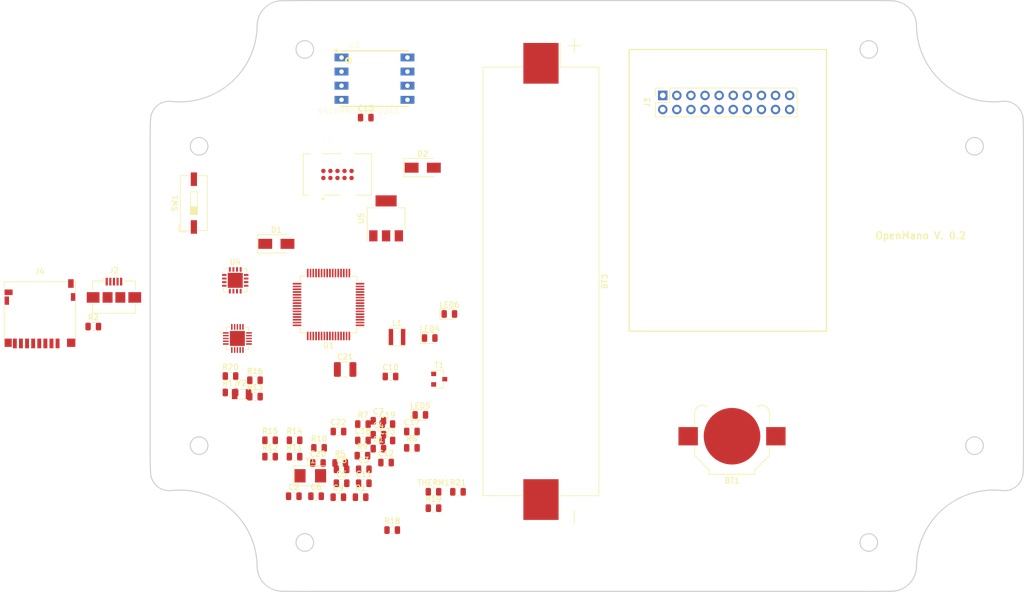
<source format=kicad_pcb>
(kicad_pcb (version 20171130) (host pcbnew 5.1.9)

  (general
    (thickness 1.6)
    (drawings 41)
    (tracks 0)
    (zones 0)
    (modules 60)
    (nets 61)
  )

  (page A4)
  (layers
    (0 F.Cu signal)
    (31 B.Cu signal)
    (32 B.Adhes user)
    (33 F.Adhes user)
    (34 B.Paste user)
    (35 F.Paste user)
    (36 B.SilkS user)
    (37 F.SilkS user)
    (38 B.Mask user)
    (39 F.Mask user)
    (40 Dwgs.User user)
    (41 Cmts.User user)
    (42 Eco1.User user)
    (43 Eco2.User user)
    (44 Edge.Cuts user)
    (45 Margin user)
    (46 B.CrtYd user)
    (47 F.CrtYd user)
    (48 B.Fab user)
    (49 F.Fab user)
  )

  (setup
    (last_trace_width 0.25)
    (trace_clearance 0.2)
    (zone_clearance 0.508)
    (zone_45_only no)
    (trace_min 0.2)
    (via_size 0.8)
    (via_drill 0.4)
    (via_min_size 0.4)
    (via_min_drill 0.3)
    (uvia_size 0.3)
    (uvia_drill 0.1)
    (uvias_allowed no)
    (uvia_min_size 0.2)
    (uvia_min_drill 0.1)
    (edge_width 0.05)
    (segment_width 0.2)
    (pcb_text_width 0.3)
    (pcb_text_size 1.5 1.5)
    (mod_edge_width 0.12)
    (mod_text_size 1 1)
    (mod_text_width 0.15)
    (pad_size 1.524 1.524)
    (pad_drill 0.762)
    (pad_to_mask_clearance 0)
    (aux_axis_origin 0 0)
    (visible_elements FFFFFF7F)
    (pcbplotparams
      (layerselection 0x010fc_ffffffff)
      (usegerberextensions false)
      (usegerberattributes true)
      (usegerberadvancedattributes true)
      (creategerberjobfile true)
      (excludeedgelayer true)
      (linewidth 0.100000)
      (plotframeref false)
      (viasonmask false)
      (mode 1)
      (useauxorigin false)
      (hpglpennumber 1)
      (hpglpenspeed 20)
      (hpglpendiameter 15.000000)
      (psnegative false)
      (psa4output false)
      (plotreference true)
      (plotvalue true)
      (plotinvisibletext false)
      (padsonsilk false)
      (subtractmaskfromsilk false)
      (outputformat 1)
      (mirror false)
      (drillshape 1)
      (scaleselection 1)
      (outputdirectory ""))
  )

  (net 0 "")
  (net 1 GND)
  (net 2 /mcu/VCAP1)
  (net 3 /mcu/VCAP2)
  (net 4 /mcu/HSE_IN)
  (net 5 /mcu/HSE_OUT)
  (net 6 /mcu/LSE_OUT)
  (net 7 /mcu/LSE_IN)
  (net 8 +3V3)
  (net 9 /mcu/CONN_5V)
  (net 10 /mcu/CONN_SWDIO)
  (net 11 /mcu/CONN_SWCLK)
  (net 12 /mcu/USB_DM)
  (net 13 /mcu/USB_DP)
  (net 14 +BATT)
  (net 15 +3V8)
  (net 16 "Net-(C19-Pad1)")
  (net 17 +5V)
  (net 18 VBUS)
  (net 19 "Net-(J2-Pad4)")
  (net 20 "Net-(J2-Pad6)")
  (net 21 "Net-(L1-Pad2)")
  (net 22 "Net-(LED4-Pad2)")
  (net 23 "Net-(LED5-Pad1)")
  (net 24 "Net-(LED6-Pad1)")
  (net 25 "Net-(R5-Pad2)")
  (net 26 "Net-(R7-Pad1)")
  (net 27 "Net-(R10-Pad1)")
  (net 28 "Net-(R11-Pad1)")
  (net 29 "Net-(R16-Pad1)")
  (net 30 "Net-(R17-Pad2)")
  (net 31 "Net-(R19-Pad1)")
  (net 32 "Net-(R20-Pad1)")
  (net 33 "Net-(R21-Pad2)")
  (net 34 "Net-(T1-Pad1)")
  (net 35 /mcu/BAT_SENSE)
  (net 36 /mcu/VBAT_CC)
  (net 37 /UART_RX)
  (net 38 /UART_TX)
  (net 39 MPY_I2C1_SDA)
  (net 40 MPY_I2C1_SCL)
  (net 41 /GPIO7)
  (net 42 /GPIO6)
  (net 43 /GPIO5)
  (net 44 /GPIO4)
  (net 45 /GPIO3)
  (net 46 /GPIO2)
  (net 47 /GPIO1)
  (net 48 /GPIO0)
  (net 49 /SPI_CS)
  (net 50 /SPI_MISO)
  (net 51 /SPI_MOSI)
  (net 52 /SPI_SCLK)
  (net 53 "Net-(J4-Pad11)")
  (net 54 /mcu/PC10_SDIO_D2)
  (net 55 /mcu/PC11_SDIO_D3)
  (net 56 /mcu/PD2_SDIO_CMD)
  (net 57 /mcu/PC12_SDIO_CLK)
  (net 58 /mcu/PC8_SDIO_D0)
  (net 59 /mcu/PA8_SDIO_SW)
  (net 60 /mcu/PC9_SDIO_D1)

  (net_class Default "This is the default net class."
    (clearance 0.2)
    (trace_width 0.25)
    (via_dia 0.8)
    (via_drill 0.4)
    (uvia_dia 0.3)
    (uvia_drill 0.1)
    (add_net +3V3)
    (add_net +3V8)
    (add_net +5V)
    (add_net +BATT)
    (add_net /GPIO0)
    (add_net /GPIO1)
    (add_net /GPIO2)
    (add_net /GPIO3)
    (add_net /GPIO4)
    (add_net /GPIO5)
    (add_net /GPIO6)
    (add_net /GPIO7)
    (add_net /SPI_CS)
    (add_net /SPI_MISO)
    (add_net /SPI_MOSI)
    (add_net /SPI_SCLK)
    (add_net /UART_RX)
    (add_net /UART_TX)
    (add_net /mcu/BAT_SENSE)
    (add_net /mcu/CONN_5V)
    (add_net /mcu/CONN_SWCLK)
    (add_net /mcu/CONN_SWDIO)
    (add_net /mcu/HSE_IN)
    (add_net /mcu/HSE_OUT)
    (add_net /mcu/LSE_IN)
    (add_net /mcu/LSE_OUT)
    (add_net /mcu/PA8_SDIO_SW)
    (add_net /mcu/PC10_SDIO_D2)
    (add_net /mcu/PC11_SDIO_D3)
    (add_net /mcu/PC12_SDIO_CLK)
    (add_net /mcu/PC8_SDIO_D0)
    (add_net /mcu/PC9_SDIO_D1)
    (add_net /mcu/PD2_SDIO_CMD)
    (add_net /mcu/USB_DM)
    (add_net /mcu/USB_DP)
    (add_net /mcu/VBAT_CC)
    (add_net /mcu/VCAP1)
    (add_net /mcu/VCAP2)
    (add_net GND)
    (add_net MPY_I2C1_SCL)
    (add_net MPY_I2C1_SDA)
    (add_net "Net-(C19-Pad1)")
    (add_net "Net-(J2-Pad4)")
    (add_net "Net-(J2-Pad6)")
    (add_net "Net-(J4-Pad11)")
    (add_net "Net-(L1-Pad2)")
    (add_net "Net-(LED4-Pad2)")
    (add_net "Net-(LED5-Pad1)")
    (add_net "Net-(LED6-Pad1)")
    (add_net "Net-(R10-Pad1)")
    (add_net "Net-(R11-Pad1)")
    (add_net "Net-(R16-Pad1)")
    (add_net "Net-(R17-Pad2)")
    (add_net "Net-(R19-Pad1)")
    (add_net "Net-(R20-Pad1)")
    (add_net "Net-(R21-Pad2)")
    (add_net "Net-(R5-Pad2)")
    (add_net "Net-(R7-Pad1)")
    (add_net "Net-(T1-Pad1)")
    (add_net "Net-(U1-Pad10)")
    (add_net "Net-(U1-Pad11)")
    (add_net "Net-(U1-Pad14)")
    (add_net "Net-(U1-Pad15)")
    (add_net "Net-(U1-Pad16)")
    (add_net "Net-(U1-Pad17)")
    (add_net "Net-(U1-Pad2)")
    (add_net "Net-(U1-Pad25)")
    (add_net "Net-(U1-Pad26)")
    (add_net "Net-(U1-Pad27)")
    (add_net "Net-(U1-Pad28)")
    (add_net "Net-(U1-Pad37)")
    (add_net "Net-(U1-Pad38)")
    (add_net "Net-(U1-Pad50)")
    (add_net "Net-(U1-Pad55)")
    (add_net "Net-(U1-Pad56)")
    (add_net "Net-(U1-Pad57)")
    (add_net "Net-(U1-Pad60)")
    (add_net "Net-(U1-Pad7)")
    (add_net "Net-(U1-Pad8)")
    (add_net "Net-(U1-Pad9)")
    (add_net "Net-(U3-Pad5)")
    (add_net "Net-(U4-Pad2)")
    (add_net "Net-(U6-Pad5)")
    (add_net "Net-(U6-Pad6)")
    (add_net VBUS)
  )

  (module Resistor_SMD:R_0805_2012Metric (layer F.Cu) (tedit 5B36C52B) (tstamp 608639D5)
    (at 126.88 122.24)
    (descr "Resistor SMD 0805 (2012 Metric), square (rectangular) end terminal, IPC_7351 nominal, (Body size source: https://docs.google.com/spreadsheets/d/1BsfQQcO9C6DZCsRaXUlFlo91Tg2WpOkGARC1WS5S8t0/edit?usp=sharing), generated with kicad-footprint-generator")
    (tags resistor)
    (path /608364CF/609AA058)
    (attr smd)
    (fp_text reference R2 (at 0 -1.65) (layer F.SilkS)
      (effects (font (size 1 1) (thickness 0.15)))
    )
    (fp_text value 100K (at 0 1.65) (layer F.Fab)
      (effects (font (size 1 1) (thickness 0.15)))
    )
    (fp_text user %R (at 0 0) (layer F.Fab)
      (effects (font (size 0.5 0.5) (thickness 0.08)))
    )
    (fp_line (start -1 0.6) (end -1 -0.6) (layer F.Fab) (width 0.1))
    (fp_line (start -1 -0.6) (end 1 -0.6) (layer F.Fab) (width 0.1))
    (fp_line (start 1 -0.6) (end 1 0.6) (layer F.Fab) (width 0.1))
    (fp_line (start 1 0.6) (end -1 0.6) (layer F.Fab) (width 0.1))
    (fp_line (start -0.258578 -0.71) (end 0.258578 -0.71) (layer F.SilkS) (width 0.12))
    (fp_line (start -0.258578 0.71) (end 0.258578 0.71) (layer F.SilkS) (width 0.12))
    (fp_line (start -1.68 0.95) (end -1.68 -0.95) (layer F.CrtYd) (width 0.05))
    (fp_line (start -1.68 -0.95) (end 1.68 -0.95) (layer F.CrtYd) (width 0.05))
    (fp_line (start 1.68 -0.95) (end 1.68 0.95) (layer F.CrtYd) (width 0.05))
    (fp_line (start 1.68 0.95) (end -1.68 0.95) (layer F.CrtYd) (width 0.05))
    (pad 2 smd roundrect (at 0.9375 0) (size 0.975 1.4) (layers F.Cu F.Paste F.Mask) (roundrect_rratio 0.25)
      (net 19 "Net-(J2-Pad4)"))
    (pad 1 smd roundrect (at -0.9375 0) (size 0.975 1.4) (layers F.Cu F.Paste F.Mask) (roundrect_rratio 0.25)
      (net 18 VBUS))
    (model ${KISYS3DMOD}/Resistor_SMD.3dshapes/R_0805_2012Metric.wrl
      (at (xyz 0 0 0))
      (scale (xyz 1 1 1))
      (rotate (xyz 0 0 0))
    )
  )

  (module Connector_Card:microSD_HC_Hirose_DM3D-SF (layer F.Cu) (tedit 5B82D16A) (tstamp 60863908)
    (at 117.27 119.94)
    (descr "Micro SD, SMD, right-angle, push-pull (https://media.digikey.com/PDF/Data%20Sheets/Hirose%20PDFs/DM3D-SF.pdf)")
    (tags "Micro SD")
    (path /608364CF/609BD981)
    (attr smd)
    (fp_text reference J4 (at -0.025 -7.625) (layer F.SilkS)
      (effects (font (size 1 1) (thickness 0.15)))
    )
    (fp_text value Micro_SD_Card_Det (at -0.025 6.975) (layer F.Fab)
      (effects (font (size 1 1) (thickness 0.15)))
    )
    (fp_arc (start 5.475 5.475) (end 5.475 5.725) (angle 90) (layer F.Fab) (width 0.1))
    (fp_arc (start 4.725 4.425) (end 4.725 3.925) (angle 90) (layer F.Fab) (width 0.1))
    (fp_arc (start -5.525 5.475) (end -5.275 5.475) (angle 90) (layer F.Fab) (width 0.1))
    (fp_arc (start -4.775 4.425) (end -5.275 4.425) (angle 90) (layer F.Fab) (width 0.1))
    (fp_arc (start -5.025 9.575) (end -5.025 10.075) (angle 90) (layer F.Fab) (width 0.1))
    (fp_arc (start 4.975 9.575) (end 5.475 9.575) (angle 90) (layer F.Fab) (width 0.1))
    (fp_text user KEEPOUT (at -0.725 -4.8) (layer Cmts.User)
      (effects (font (size 0.4 0.4) (thickness 0.06)))
    )
    (fp_text user %R (at -0.025 1.475) (layer F.Fab)
      (effects (font (size 1 1) (thickness 0.1)))
    )
    (fp_text user KEEPOUT (at -0.275 -0.525) (layer Cmts.User)
      (effects (font (size 1 1) (thickness 0.1)))
    )
    (fp_line (start 6.435 -2.075) (end 6.435 4.225) (layer F.SilkS) (width 0.12))
    (fp_line (start -6.435 -1.375) (end -6.435 4.225) (layer F.SilkS) (width 0.12))
    (fp_line (start 6.435 -5.785) (end 6.435 -3.975) (layer F.SilkS) (width 0.12))
    (fp_line (start -6.435 -5.785) (end 4.825 -5.785) (layer F.SilkS) (width 0.12))
    (fp_line (start -6.435 -4.625) (end -6.435 -5.785) (layer F.SilkS) (width 0.12))
    (fp_line (start 5.475 9.575) (end 5.475 5.725) (layer F.Fab) (width 0.1))
    (fp_line (start -5.025 10.075) (end 4.975 10.075) (layer F.Fab) (width 0.1))
    (fp_line (start -5.525 5.725) (end -5.525 9.575) (layer F.Fab) (width 0.1))
    (fp_line (start 5.475 5.725) (end 6.375 5.725) (layer F.Fab) (width 0.1))
    (fp_line (start 5.225 5.475) (end 5.225 4.425) (layer F.Fab) (width 0.1))
    (fp_line (start -5.275 5.475) (end -5.275 4.425) (layer F.Fab) (width 0.1))
    (fp_line (start -6.375 5.725) (end -5.525 5.725) (layer F.Fab) (width 0.1))
    (fp_line (start -4.775 3.925) (end 4.725 3.925) (layer F.Fab) (width 0.1))
    (fp_line (start -5.525 -5.725) (end -5.525 -6.975) (layer F.Fab) (width 0.1))
    (fp_line (start 4.175 -5.725) (end 4.175 -6.975) (layer F.Fab) (width 0.1))
    (fp_line (start -5.525 -6.975) (end 4.175 -6.975) (layer F.Fab) (width 0.1))
    (fp_line (start -0.025 -3.875) (end 0.475 -5.725) (layer Dwgs.User) (width 0.1))
    (fp_line (start -0.025 -5.725) (end -0.525 -3.875) (layer Dwgs.User) (width 0.1))
    (fp_line (start -1.025 -3.875) (end -0.525 -5.725) (layer Dwgs.User) (width 0.1))
    (fp_line (start -1.025 -5.725) (end -1.525 -3.875) (layer Dwgs.User) (width 0.1))
    (fp_line (start -1.925 -3.875) (end -1.525 -5.725) (layer Dwgs.User) (width 0.1))
    (fp_line (start 0.525 -3.875) (end 0.525 -5.725) (layer Dwgs.User) (width 0.1))
    (fp_line (start -1.975 -5.725) (end -1.975 -3.875) (layer Dwgs.User) (width 0.1))
    (fp_line (start -6.375 -5.725) (end 6.375 -5.725) (layer F.Fab) (width 0.1))
    (fp_line (start -3.225 -1.525) (end -2.725 -1.525) (layer Dwgs.User) (width 0.1))
    (fp_line (start -3.925 0.475) (end -3.225 -1.525) (layer Dwgs.User) (width 0.1))
    (fp_line (start -4.225 -1.525) (end -3.725 -1.525) (layer Dwgs.User) (width 0.1))
    (fp_line (start -4.925 0.475) (end -4.225 -1.525) (layer Dwgs.User) (width 0.1))
    (fp_line (start -4.925 -1.525) (end -4.925 0.475) (layer Dwgs.User) (width 0.1))
    (fp_line (start -6.92 6.28) (end -6.92 -6.72) (layer F.CrtYd) (width 0.05))
    (fp_line (start 6.88 6.28) (end -6.92 6.28) (layer F.CrtYd) (width 0.05))
    (fp_line (start 6.88 -6.72) (end 6.88 6.28) (layer F.CrtYd) (width 0.05))
    (fp_line (start -6.92 -6.72) (end 6.88 -6.72) (layer F.CrtYd) (width 0.05))
    (fp_line (start -4.925 -1.525) (end 3.575 -1.525) (layer Dwgs.User) (width 0.1))
    (fp_line (start 0.525 -3.875) (end -1.975 -3.875) (layer Dwgs.User) (width 0.1))
    (fp_line (start -4.925 0.475) (end 3.575 0.475) (layer Dwgs.User) (width 0.1))
    (fp_line (start -6.375 5.725) (end -6.375 -5.725) (layer F.Fab) (width 0.1))
    (fp_line (start -4.425 0.475) (end -3.725 -1.525) (layer Dwgs.User) (width 0.1))
    (fp_line (start -3.425 0.475) (end -2.725 -1.525) (layer Dwgs.User) (width 0.1))
    (fp_line (start -2.925 0.475) (end -2.225 -1.525) (layer Dwgs.User) (width 0.1))
    (fp_line (start -2.425 0.475) (end -1.725 -1.525) (layer Dwgs.User) (width 0.1))
    (fp_line (start -1.925 0.475) (end -1.225 -1.525) (layer Dwgs.User) (width 0.1))
    (fp_line (start -1.425 0.475) (end -0.725 -1.525) (layer Dwgs.User) (width 0.1))
    (fp_line (start -0.925 0.475) (end -0.225 -1.525) (layer Dwgs.User) (width 0.1))
    (fp_line (start -0.425 0.475) (end 0.275 -1.525) (layer Dwgs.User) (width 0.1))
    (fp_line (start 0.075 0.475) (end 0.775 -1.525) (layer Dwgs.User) (width 0.1))
    (fp_line (start 0.575 0.475) (end 1.275 -1.525) (layer Dwgs.User) (width 0.1))
    (fp_line (start 1.075 0.475) (end 1.775 -1.525) (layer Dwgs.User) (width 0.1))
    (fp_line (start 1.575 0.475) (end 2.275 -1.525) (layer Dwgs.User) (width 0.1))
    (fp_line (start 2.075 0.475) (end 2.775 -1.525) (layer Dwgs.User) (width 0.1))
    (fp_line (start 2.575 0.475) (end 3.275 -1.525) (layer Dwgs.User) (width 0.1))
    (fp_line (start 3.075 0.475) (end 3.575 -0.975) (layer Dwgs.User) (width 0.1))
    (fp_line (start 3.575 0.475) (end 3.575 -1.525) (layer Dwgs.User) (width 0.1))
    (fp_line (start 6.375 5.725) (end 6.375 -5.725) (layer F.Fab) (width 0.1))
    (fp_line (start 0.525 -5.725) (end -1.975 -5.725) (layer Dwgs.User) (width 0.1))
    (fp_line (start 6.325 -5.785) (end 6.435 -5.785) (layer F.SilkS) (width 0.12))
    (pad 10 smd rect (at 5.575 -5.45) (size 1 1.55) (layers F.Cu F.Paste F.Mask)
      (net 1 GND))
    (pad 11 smd rect (at 5.625 5.225) (size 1.5 1.5) (layers F.Cu F.Paste F.Mask)
      (net 53 "Net-(J4-Pad11)"))
    (pad 1 smd rect (at 3.175 5.35) (size 0.7 1.75) (layers F.Cu F.Paste F.Mask)
      (net 54 /mcu/PC10_SDIO_D2))
    (pad 2 smd rect (at 2.075 5.35) (size 0.7 1.75) (layers F.Cu F.Paste F.Mask)
      (net 55 /mcu/PC11_SDIO_D3))
    (pad 3 smd rect (at 0.975 5.35) (size 0.7 1.75) (layers F.Cu F.Paste F.Mask)
      (net 56 /mcu/PD2_SDIO_CMD))
    (pad 4 smd rect (at -0.125 5.35) (size 0.7 1.75) (layers F.Cu F.Paste F.Mask)
      (net 8 +3V3))
    (pad 5 smd rect (at -1.225 5.35) (size 0.7 1.75) (layers F.Cu F.Paste F.Mask)
      (net 57 /mcu/PC12_SDIO_CLK))
    (pad 6 smd rect (at -2.325 5.35) (size 0.7 1.75) (layers F.Cu F.Paste F.Mask)
      (net 1 GND))
    (pad 7 smd rect (at -3.425 5.35) (size 0.7 1.75) (layers F.Cu F.Paste F.Mask)
      (net 58 /mcu/PC8_SDIO_D0))
    (pad 11 smd rect (at 5.975 -3.025) (size 0.8 1.4) (layers F.Cu F.Paste F.Mask)
      (net 53 "Net-(J4-Pad11)"))
    (pad 9 smd rect (at -5.65 -3.875) (size 1.45 1) (layers F.Cu F.Paste F.Mask)
      (net 59 /mcu/PA8_SDIO_SW))
    (pad 11 smd rect (at -5.975 -2.375) (size 0.8 1.5) (layers F.Cu F.Paste F.Mask)
      (net 53 "Net-(J4-Pad11)"))
    (pad 11 smd rect (at -5.725 5.225) (size 1.3 1.5) (layers F.Cu F.Paste F.Mask)
      (net 53 "Net-(J4-Pad11)"))
    (pad 8 smd rect (at -4.525 5.35) (size 0.7 1.75) (layers F.Cu F.Paste F.Mask)
      (net 60 /mcu/PC9_SDIO_D1))
    (model ${KISYS3DMOD}/Connector_Card.3dshapes/microSD_HC_Hirose_DM3D-SF.wrl
      (at (xyz 0 0 0))
      (scale (xyz 1 1 1))
      (rotate (xyz 0 0 0))
    )
  )

  (module Connector_USB:USB_Micro-B_Amphenol_10104110_Horizontal (layer F.Cu) (tedit 5E5842A1) (tstamp 60863863)
    (at 130.6 115.69)
    (descr "USB Micro-B, horizontal, https://cdn.amphenol-icc.com/media/wysiwyg/files/drawing/10104110.pdf")
    (tags "USB Micro B horizontal")
    (path /608364CF/609AA04A)
    (attr smd)
    (fp_text reference J2 (at 0 -3.55) (layer F.SilkS)
      (effects (font (size 1 1) (thickness 0.15)))
    )
    (fp_text value USB4110-GF-A (at 0 5.35) (layer F.Fab)
      (effects (font (size 1 1) (thickness 0.15)))
    )
    (fp_text user "PCB edge" (at 0 2.75) (layer Dwgs.User)
      (effects (font (size 0.5 0.5) (thickness 0.08)))
    )
    (fp_text user %R (at 0 -0.2) (layer F.Fab)
      (effects (font (size 1 1) (thickness 0.15)))
    )
    (fp_line (start -3.86 4.16) (end -3.86 2.55) (layer F.SilkS) (width 0.12))
    (fp_line (start 3.86 -1.66) (end 1.8 -1.66) (layer F.SilkS) (width 0.12))
    (fp_line (start 3.86 0.05) (end 3.86 -1.66) (layer F.SilkS) (width 0.12))
    (fp_line (start -3.86 -1.66) (end -1.8 -1.66) (layer F.SilkS) (width 0.12))
    (fp_line (start -3.86 0.05) (end -3.86 -1.66) (layer F.SilkS) (width 0.12))
    (fp_line (start -1.3 -1.85) (end -0.9 -2.25) (layer F.Fab) (width 0.1))
    (fp_line (start -0.9 -2.25) (end -1.7 -2.25) (layer F.Fab) (width 0.1))
    (fp_line (start -1.7 -2.25) (end -1.3 -1.85) (layer F.Fab) (width 0.1))
    (fp_line (start -3.75 4.05) (end -3.75 -1.55) (layer F.Fab) (width 0.1))
    (fp_line (start 3.75 4.05) (end -3.75 4.05) (layer F.Fab) (width 0.1))
    (fp_line (start 3.75 -1.55) (end 3.75 4.05) (layer F.Fab) (width 0.1))
    (fp_line (start -3.75 -1.55) (end 3.75 -1.55) (layer F.Fab) (width 0.1))
    (fp_line (start -2.6 2.75) (end 2.6 2.75) (layer F.Fab) (width 0.1))
    (fp_line (start -3.86 4.16) (end 3.86 4.16) (layer F.SilkS) (width 0.12))
    (fp_line (start 3.86 4.16) (end 3.86 2.55) (layer F.SilkS) (width 0.12))
    (fp_line (start -1.8 -1.66) (end -1.8 -2.25) (layer F.SilkS) (width 0.12))
    (fp_line (start -5.4 -2.75) (end -5.4 4.55) (layer F.CrtYd) (width 0.05))
    (fp_line (start -5.4 4.55) (end 5.4 4.55) (layer F.CrtYd) (width 0.05))
    (fp_line (start 5.4 4.55) (end 5.4 -2.75) (layer F.CrtYd) (width 0.05))
    (fp_line (start 5.4 -2.75) (end -5.4 -2.75) (layer F.CrtYd) (width 0.05))
    (pad 1 smd rect (at -1.3 -1.55) (size 0.4 1.4) (layers F.Cu F.Paste F.Mask)
      (net 18 VBUS))
    (pad 2 smd rect (at -0.65 -1.55) (size 0.4 1.4) (layers F.Cu F.Paste F.Mask)
      (net 12 /mcu/USB_DM))
    (pad 3 smd rect (at 0 -1.55) (size 0.4 1.4) (layers F.Cu F.Paste F.Mask)
      (net 13 /mcu/USB_DP))
    (pad 4 smd rect (at 0.65 -1.55) (size 0.4 1.4) (layers F.Cu F.Paste F.Mask)
      (net 19 "Net-(J2-Pad4)"))
    (pad 5 smd rect (at 1.3 -1.55) (size 0.4 1.4) (layers F.Cu F.Paste F.Mask)
      (net 1 GND))
    (pad 6 smd rect (at -3.75 1.3) (size 2.3 1.9) (layers F.Cu F.Paste F.Mask)
      (net 20 "Net-(J2-Pad6)"))
    (pad 6 smd rect (at 3.75 1.3) (size 2.3 1.9) (layers F.Cu F.Paste F.Mask)
      (net 20 "Net-(J2-Pad6)"))
    (pad 6 smd rect (at -1.15 1.3) (size 1.8 1.9) (layers F.Cu F.Paste F.Mask)
      (net 20 "Net-(J2-Pad6)"))
    (pad 6 smd rect (at 1.15 1.3) (size 1.8 1.9) (layers F.Cu F.Paste F.Mask)
      (net 20 "Net-(J2-Pad6)"))
    (model ${KISYS3DMOD}/Connector_USB.3dshapes/USB_Micro-B_Amphenol_10104110_Horizontal.wrl
      (at (xyz 0 0 0))
      (scale (xyz 1 1 1))
      (rotate (xyz 0 0 0))
    )
  )

  (module Battery:BatteryHolder_Keystone_1042_1x18650 (layer F.Cu) (tedit 5A033499) (tstamp 6084D7CD)
    (at 207.53 114.11 270)
    (descr "Battery holder for 18650 cylindrical cells http://www.keyelco.com/product.cfm/product_id/918")
    (tags "18650 Keystone 1042 Li-ion")
    (path /608AF7DB/C25A42D2)
    (attr smd)
    (fp_text reference BT3 (at 0 -11.5 90) (layer F.SilkS)
      (effects (font (size 1 1) (thickness 0.15)))
    )
    (fp_text value 18650 (at 0 11.3 90) (layer F.Fab)
      (effects (font (size 1 1) (thickness 0.15)))
    )
    (fp_text user %R (at 0 0 90) (layer F.Fab)
      (effects (font (size 1 1) (thickness 0.15)))
    )
    (fp_line (start -33.3675 -10.33) (end -38.53 -5.1675) (layer F.Fab) (width 0.1))
    (fp_line (start -38.64 -3.44) (end -43 -3.44) (layer F.SilkS) (width 0.12))
    (fp_line (start 43.5 3.68) (end 43.5 -3.68) (layer F.CrtYd) (width 0.05))
    (fp_line (start 39.03 10.83) (end 39.03 3.68) (layer F.CrtYd) (width 0.05))
    (fp_line (start -38.64 10.44) (end -38.64 3.44) (layer F.SilkS) (width 0.12))
    (fp_line (start 38.64 10.44) (end -38.64 10.44) (layer F.SilkS) (width 0.12))
    (fp_line (start 38.64 3.44) (end 38.64 10.44) (layer F.SilkS) (width 0.12))
    (fp_line (start -38.64 -10.44) (end -38.64 -3.44) (layer F.SilkS) (width 0.12))
    (fp_line (start 38.64 -10.44) (end -38.64 -10.44) (layer F.SilkS) (width 0.12))
    (fp_line (start 38.64 -3.44) (end 38.64 -10.42) (layer F.SilkS) (width 0.12))
    (fp_line (start -38.53 10.33) (end 38.53 10.33) (layer F.Fab) (width 0.1))
    (fp_line (start -38.53 -5.1675) (end -38.53 10.33) (layer F.Fab) (width 0.1))
    (fp_line (start 43.75 -6) (end 41.25 -6) (layer F.SilkS) (width 0.12))
    (fp_line (start -33.3675 -10.33) (end 38.53 -10.33) (layer F.Fab) (width 0.1))
    (fp_line (start 38.53 -10.33) (end 38.53 10.33) (layer F.Fab) (width 0.1))
    (fp_line (start -39.03 10.83) (end 39.03 10.83) (layer F.CrtYd) (width 0.05))
    (fp_line (start -39.03 -10.83) (end 39.03 -10.83) (layer F.CrtYd) (width 0.05))
    (fp_line (start 39.03 -10.83) (end 39.03 -3.68) (layer F.CrtYd) (width 0.05))
    (fp_line (start -39.03 10.83) (end -39.03 3.68) (layer F.CrtYd) (width 0.05))
    (fp_line (start -39.03 -10.83) (end -39.03 -3.68) (layer F.CrtYd) (width 0.05))
    (fp_line (start 39.03 3.68) (end 43.5 3.68) (layer F.CrtYd) (width 0.05))
    (fp_line (start 43.5 -3.68) (end 39.03 -3.68) (layer F.CrtYd) (width 0.05))
    (fp_line (start -43.5 -3.68) (end -39.03 -3.68) (layer F.CrtYd) (width 0.05))
    (fp_line (start -43.5 3.68) (end -43.5 -3.68) (layer F.CrtYd) (width 0.05))
    (fp_line (start -39.03 3.68) (end -43.5 3.68) (layer F.CrtYd) (width 0.05))
    (fp_line (start -43.75 -6) (end -41.25 -6) (layer F.SilkS) (width 0.12))
    (fp_line (start -42.5 -4.75) (end -42.5 -7.25) (layer F.SilkS) (width 0.12))
    (pad "" np_thru_hole circle (at -35.93 -8 270) (size 2.39 2.39) (drill 2.39) (layers *.Cu *.Mask))
    (pad "" np_thru_hole circle (at -27.6 8 270) (size 3.45 3.45) (drill 3.45) (layers *.Cu *.Mask))
    (pad "" np_thru_hole circle (at 27.6 -8 270) (size 3.45 3.45) (drill 3.45) (layers *.Cu *.Mask))
    (pad 2 smd rect (at 39.33 0 270) (size 7.34 6.35) (layers F.Cu F.Paste F.Mask)
      (net 1 GND))
    (pad 1 smd rect (at -39.33 0 270) (size 7.34 6.35) (layers F.Cu F.Paste F.Mask)
      (net 15 +3V8))
    (model ${KISYS3DMOD}/Battery.3dshapes/BatteryHolder_Keystone_1042_1x18650.wrl
      (at (xyz 0 0 0))
      (scale (xyz 1 1 1))
      (rotate (xyz 0 0 0))
    )
  )

  (module Resistor_SMD:R_0805_2012Metric (layer F.Cu) (tedit 5B36C52B) (tstamp 6084DCB8)
    (at 175.37 145.52)
    (descr "Resistor SMD 0805 (2012 Metric), square (rectangular) end terminal, IPC_7351 nominal, (Body size source: https://docs.google.com/spreadsheets/d/1BsfQQcO9C6DZCsRaXUlFlo91Tg2WpOkGARC1WS5S8t0/edit?usp=sharing), generated with kicad-footprint-generator")
    (tags resistor)
    (path /608AF7DB/62D10041)
    (attr smd)
    (fp_text reference R9 (at 0 -1.65) (layer F.SilkS)
      (effects (font (size 1 1) (thickness 0.15)))
    )
    (fp_text value 1.87M (at 0 1.65) (layer F.Fab)
      (effects (font (size 1 1) (thickness 0.15)))
    )
    (fp_text user %R (at 0 0) (layer F.Fab)
      (effects (font (size 0.5 0.5) (thickness 0.08)))
    )
    (fp_line (start -1 0.6) (end -1 -0.6) (layer F.Fab) (width 0.1))
    (fp_line (start -1 -0.6) (end 1 -0.6) (layer F.Fab) (width 0.1))
    (fp_line (start 1 -0.6) (end 1 0.6) (layer F.Fab) (width 0.1))
    (fp_line (start 1 0.6) (end -1 0.6) (layer F.Fab) (width 0.1))
    (fp_line (start -0.258578 -0.71) (end 0.258578 -0.71) (layer F.SilkS) (width 0.12))
    (fp_line (start -0.258578 0.71) (end 0.258578 0.71) (layer F.SilkS) (width 0.12))
    (fp_line (start -1.68 0.95) (end -1.68 -0.95) (layer F.CrtYd) (width 0.05))
    (fp_line (start -1.68 -0.95) (end 1.68 -0.95) (layer F.CrtYd) (width 0.05))
    (fp_line (start 1.68 -0.95) (end 1.68 0.95) (layer F.CrtYd) (width 0.05))
    (fp_line (start 1.68 0.95) (end -1.68 0.95) (layer F.CrtYd) (width 0.05))
    (pad 2 smd roundrect (at 0.9375 0) (size 0.975 1.4) (layers F.Cu F.Paste F.Mask) (roundrect_rratio 0.25)
      (net 27 "Net-(R10-Pad1)"))
    (pad 1 smd roundrect (at -0.9375 0) (size 0.975 1.4) (layers F.Cu F.Paste F.Mask) (roundrect_rratio 0.25)
      (net 16 "Net-(C19-Pad1)"))
    (model ${KISYS3DMOD}/Resistor_SMD.3dshapes/R_0805_2012Metric.wrl
      (at (xyz 0 0 0))
      (scale (xyz 1 1 1))
      (rotate (xyz 0 0 0))
    )
  )

  (module Resistor_SMD:R_0805_2012Metric (layer F.Cu) (tedit 5B36C52B) (tstamp 6084DC74)
    (at 171.36 146.85)
    (descr "Resistor SMD 0805 (2012 Metric), square (rectangular) end terminal, IPC_7351 nominal, (Body size source: https://docs.google.com/spreadsheets/d/1BsfQQcO9C6DZCsRaXUlFlo91Tg2WpOkGARC1WS5S8t0/edit?usp=sharing), generated with kicad-footprint-generator")
    (tags resistor)
    (path /608AF7DB/FD69F51F)
    (attr smd)
    (fp_text reference R5 (at 0 -1.65) (layer F.SilkS)
      (effects (font (size 1 1) (thickness 0.15)))
    )
    (fp_text value 1.87M (at 0 1.65) (layer F.Fab)
      (effects (font (size 1 1) (thickness 0.15)))
    )
    (fp_text user %R (at 0 0) (layer F.Fab)
      (effects (font (size 0.5 0.5) (thickness 0.08)))
    )
    (fp_line (start -1 0.6) (end -1 -0.6) (layer F.Fab) (width 0.1))
    (fp_line (start -1 -0.6) (end 1 -0.6) (layer F.Fab) (width 0.1))
    (fp_line (start 1 -0.6) (end 1 0.6) (layer F.Fab) (width 0.1))
    (fp_line (start 1 0.6) (end -1 0.6) (layer F.Fab) (width 0.1))
    (fp_line (start -0.258578 -0.71) (end 0.258578 -0.71) (layer F.SilkS) (width 0.12))
    (fp_line (start -0.258578 0.71) (end 0.258578 0.71) (layer F.SilkS) (width 0.12))
    (fp_line (start -1.68 0.95) (end -1.68 -0.95) (layer F.CrtYd) (width 0.05))
    (fp_line (start -1.68 -0.95) (end 1.68 -0.95) (layer F.CrtYd) (width 0.05))
    (fp_line (start 1.68 -0.95) (end 1.68 0.95) (layer F.CrtYd) (width 0.05))
    (fp_line (start 1.68 0.95) (end -1.68 0.95) (layer F.CrtYd) (width 0.05))
    (pad 2 smd roundrect (at 0.9375 0) (size 0.975 1.4) (layers F.Cu F.Paste F.Mask) (roundrect_rratio 0.25)
      (net 25 "Net-(R5-Pad2)"))
    (pad 1 smd roundrect (at -0.9375 0) (size 0.975 1.4) (layers F.Cu F.Paste F.Mask) (roundrect_rratio 0.25)
      (net 14 +BATT))
    (model ${KISYS3DMOD}/Resistor_SMD.3dshapes/R_0805_2012Metric.wrl
      (at (xyz 0 0 0))
      (scale (xyz 1 1 1))
      (rotate (xyz 0 0 0))
    )
  )

  (module Resistor_SMD:R_0805_2012Metric (layer F.Cu) (tedit 5B36C52B) (tstamp 6083388F)
    (at 175.035001 153.005001)
    (descr "Resistor SMD 0805 (2012 Metric), square (rectangular) end terminal, IPC_7351 nominal, (Body size source: https://docs.google.com/spreadsheets/d/1BsfQQcO9C6DZCsRaXUlFlo91Tg2WpOkGARC1WS5S8t0/edit?usp=sharing), generated with kicad-footprint-generator")
    (tags resistor)
    (path /608364CF/5FDE7168)
    (attr smd)
    (fp_text reference R1 (at 0 -1.65) (layer F.SilkS)
      (effects (font (size 1 1) (thickness 0.15)))
    )
    (fp_text value 1M (at 0 1.65) (layer F.Fab)
      (effects (font (size 1 1) (thickness 0.15)))
    )
    (fp_text user %R (at 0 0) (layer F.Fab)
      (effects (font (size 0.5 0.5) (thickness 0.08)))
    )
    (fp_line (start -1 0.6) (end -1 -0.6) (layer F.Fab) (width 0.1))
    (fp_line (start -1 -0.6) (end 1 -0.6) (layer F.Fab) (width 0.1))
    (fp_line (start 1 -0.6) (end 1 0.6) (layer F.Fab) (width 0.1))
    (fp_line (start 1 0.6) (end -1 0.6) (layer F.Fab) (width 0.1))
    (fp_line (start -0.258578 -0.71) (end 0.258578 -0.71) (layer F.SilkS) (width 0.12))
    (fp_line (start -0.258578 0.71) (end 0.258578 0.71) (layer F.SilkS) (width 0.12))
    (fp_line (start -1.68 0.95) (end -1.68 -0.95) (layer F.CrtYd) (width 0.05))
    (fp_line (start -1.68 -0.95) (end 1.68 -0.95) (layer F.CrtYd) (width 0.05))
    (fp_line (start 1.68 -0.95) (end 1.68 0.95) (layer F.CrtYd) (width 0.05))
    (fp_line (start 1.68 0.95) (end -1.68 0.95) (layer F.CrtYd) (width 0.05))
    (pad 2 smd roundrect (at 0.9375 0) (size 0.975 1.4) (layers F.Cu F.Paste F.Mask) (roundrect_rratio 0.25)
      (net 5 /mcu/HSE_OUT))
    (pad 1 smd roundrect (at -0.9375 0) (size 0.975 1.4) (layers F.Cu F.Paste F.Mask) (roundrect_rratio 0.25)
      (net 4 /mcu/HSE_IN))
    (model ${KISYS3DMOD}/Resistor_SMD.3dshapes/R_0805_2012Metric.wrl
      (at (xyz 0 0 0))
      (scale (xyz 1 1 1))
      (rotate (xyz 0 0 0))
    )
  )

  (module Capacitor_SMD:C_0805_2012Metric (layer F.Cu) (tedit 5B36C52B) (tstamp 6084DA11)
    (at 167.35 146.85)
    (descr "Capacitor SMD 0805 (2012 Metric), square (rectangular) end terminal, IPC_7351 nominal, (Body size source: https://docs.google.com/spreadsheets/d/1BsfQQcO9C6DZCsRaXUlFlo91Tg2WpOkGARC1WS5S8t0/edit?usp=sharing), generated with kicad-footprint-generator")
    (tags capacitor)
    (path /608AF7DB/5F90BAEC)
    (attr smd)
    (fp_text reference C20 (at 0 -1.65) (layer F.SilkS)
      (effects (font (size 1 1) (thickness 0.15)))
    )
    (fp_text value 10uF (at 0 1.65) (layer F.Fab)
      (effects (font (size 1 1) (thickness 0.15)))
    )
    (fp_text user %R (at 0 0) (layer F.Fab)
      (effects (font (size 0.5 0.5) (thickness 0.08)))
    )
    (fp_line (start -1 0.6) (end -1 -0.6) (layer F.Fab) (width 0.1))
    (fp_line (start -1 -0.6) (end 1 -0.6) (layer F.Fab) (width 0.1))
    (fp_line (start 1 -0.6) (end 1 0.6) (layer F.Fab) (width 0.1))
    (fp_line (start 1 0.6) (end -1 0.6) (layer F.Fab) (width 0.1))
    (fp_line (start -0.258578 -0.71) (end 0.258578 -0.71) (layer F.SilkS) (width 0.12))
    (fp_line (start -0.258578 0.71) (end 0.258578 0.71) (layer F.SilkS) (width 0.12))
    (fp_line (start -1.68 0.95) (end -1.68 -0.95) (layer F.CrtYd) (width 0.05))
    (fp_line (start -1.68 -0.95) (end 1.68 -0.95) (layer F.CrtYd) (width 0.05))
    (fp_line (start 1.68 -0.95) (end 1.68 0.95) (layer F.CrtYd) (width 0.05))
    (fp_line (start 1.68 0.95) (end -1.68 0.95) (layer F.CrtYd) (width 0.05))
    (pad 2 smd roundrect (at 0.9375 0) (size 0.975 1.4) (layers F.Cu F.Paste F.Mask) (roundrect_rratio 0.25)
      (net 1 GND))
    (pad 1 smd roundrect (at -0.9375 0) (size 0.975 1.4) (layers F.Cu F.Paste F.Mask) (roundrect_rratio 0.25)
      (net 17 +5V))
    (model ${KISYS3DMOD}/Capacitor_SMD.3dshapes/C_0805_2012Metric.wrl
      (at (xyz 0 0 0))
      (scale (xyz 1 1 1))
      (rotate (xyz 0 0 0))
    )
  )

  (module Capacitor_SMD:C_0805_2012Metric (layer F.Cu) (tedit 5B36C52B) (tstamp 608337F0)
    (at 175.965001 84.565001)
    (descr "Capacitor SMD 0805 (2012 Metric), square (rectangular) end terminal, IPC_7351 nominal, (Body size source: https://docs.google.com/spreadsheets/d/1BsfQQcO9C6DZCsRaXUlFlo91Tg2WpOkGARC1WS5S8t0/edit?usp=sharing), generated with kicad-footprint-generator")
    (tags capacitor)
    (path /608893F4/5F899498)
    (attr smd)
    (fp_text reference C13 (at 0 -1.65) (layer F.SilkS)
      (effects (font (size 1 1) (thickness 0.15)))
    )
    (fp_text value 100nF (at 0 1.65) (layer F.Fab)
      (effects (font (size 1 1) (thickness 0.15)))
    )
    (fp_text user %R (at 0 0) (layer F.Fab)
      (effects (font (size 0.5 0.5) (thickness 0.08)))
    )
    (fp_line (start -1 0.6) (end -1 -0.6) (layer F.Fab) (width 0.1))
    (fp_line (start -1 -0.6) (end 1 -0.6) (layer F.Fab) (width 0.1))
    (fp_line (start 1 -0.6) (end 1 0.6) (layer F.Fab) (width 0.1))
    (fp_line (start 1 0.6) (end -1 0.6) (layer F.Fab) (width 0.1))
    (fp_line (start -0.258578 -0.71) (end 0.258578 -0.71) (layer F.SilkS) (width 0.12))
    (fp_line (start -0.258578 0.71) (end 0.258578 0.71) (layer F.SilkS) (width 0.12))
    (fp_line (start -1.68 0.95) (end -1.68 -0.95) (layer F.CrtYd) (width 0.05))
    (fp_line (start -1.68 -0.95) (end 1.68 -0.95) (layer F.CrtYd) (width 0.05))
    (fp_line (start 1.68 -0.95) (end 1.68 0.95) (layer F.CrtYd) (width 0.05))
    (fp_line (start 1.68 0.95) (end -1.68 0.95) (layer F.CrtYd) (width 0.05))
    (pad 2 smd roundrect (at 0.9375 0) (size 0.975 1.4) (layers F.Cu F.Paste F.Mask) (roundrect_rratio 0.25)
      (net 1 GND))
    (pad 1 smd roundrect (at -0.9375 0) (size 0.975 1.4) (layers F.Cu F.Paste F.Mask) (roundrect_rratio 0.25)
      (net 8 +3V3))
    (model ${KISYS3DMOD}/Capacitor_SMD.3dshapes/C_0805_2012Metric.wrl
      (at (xyz 0 0 0))
      (scale (xyz 1 1 1))
      (rotate (xyz 0 0 0))
    )
  )

  (module Capacitor_SMD:C_0805_2012Metric (layer F.Cu) (tedit 5B36C52B) (tstamp 608337AC)
    (at 179.625001 146.765001)
    (descr "Capacitor SMD 0805 (2012 Metric), square (rectangular) end terminal, IPC_7351 nominal, (Body size source: https://docs.google.com/spreadsheets/d/1BsfQQcO9C6DZCsRaXUlFlo91Tg2WpOkGARC1WS5S8t0/edit?usp=sharing), generated with kicad-footprint-generator")
    (tags capacitor)
    (path /608364CF/5FDE70F7)
    (attr smd)
    (fp_text reference C12 (at 0 -1.65) (layer F.SilkS)
      (effects (font (size 1 1) (thickness 0.15)))
    )
    (fp_text value 100nF (at 0 1.65) (layer F.Fab)
      (effects (font (size 1 1) (thickness 0.15)))
    )
    (fp_text user %R (at 0 0) (layer F.Fab)
      (effects (font (size 0.5 0.5) (thickness 0.08)))
    )
    (fp_line (start -1 0.6) (end -1 -0.6) (layer F.Fab) (width 0.1))
    (fp_line (start -1 -0.6) (end 1 -0.6) (layer F.Fab) (width 0.1))
    (fp_line (start 1 -0.6) (end 1 0.6) (layer F.Fab) (width 0.1))
    (fp_line (start 1 0.6) (end -1 0.6) (layer F.Fab) (width 0.1))
    (fp_line (start -0.258578 -0.71) (end 0.258578 -0.71) (layer F.SilkS) (width 0.12))
    (fp_line (start -0.258578 0.71) (end 0.258578 0.71) (layer F.SilkS) (width 0.12))
    (fp_line (start -1.68 0.95) (end -1.68 -0.95) (layer F.CrtYd) (width 0.05))
    (fp_line (start -1.68 -0.95) (end 1.68 -0.95) (layer F.CrtYd) (width 0.05))
    (fp_line (start 1.68 -0.95) (end 1.68 0.95) (layer F.CrtYd) (width 0.05))
    (fp_line (start 1.68 0.95) (end -1.68 0.95) (layer F.CrtYd) (width 0.05))
    (pad 2 smd roundrect (at 0.9375 0) (size 0.975 1.4) (layers F.Cu F.Paste F.Mask) (roundrect_rratio 0.25)
      (net 1 GND))
    (pad 1 smd roundrect (at -0.9375 0) (size 0.975 1.4) (layers F.Cu F.Paste F.Mask) (roundrect_rratio 0.25)
      (net 8 +3V3))
    (model ${KISYS3DMOD}/Capacitor_SMD.3dshapes/C_0805_2012Metric.wrl
      (at (xyz 0 0 0))
      (scale (xyz 1 1 1))
      (rotate (xyz 0 0 0))
    )
  )

  (module Capacitor_SMD:C_0805_2012Metric (layer F.Cu) (tedit 5B36C52B) (tstamp 6083379B)
    (at 175.615001 150.495001)
    (descr "Capacitor SMD 0805 (2012 Metric), square (rectangular) end terminal, IPC_7351 nominal, (Body size source: https://docs.google.com/spreadsheets/d/1BsfQQcO9C6DZCsRaXUlFlo91Tg2WpOkGARC1WS5S8t0/edit?usp=sharing), generated with kicad-footprint-generator")
    (tags capacitor)
    (path /608364CF/5FDE70FE)
    (attr smd)
    (fp_text reference C11 (at 0 -1.65) (layer F.SilkS)
      (effects (font (size 1 1) (thickness 0.15)))
    )
    (fp_text value 100nF (at 0 1.65) (layer F.Fab)
      (effects (font (size 1 1) (thickness 0.15)))
    )
    (fp_text user %R (at 0 0) (layer F.Fab)
      (effects (font (size 0.5 0.5) (thickness 0.08)))
    )
    (fp_line (start -1 0.6) (end -1 -0.6) (layer F.Fab) (width 0.1))
    (fp_line (start -1 -0.6) (end 1 -0.6) (layer F.Fab) (width 0.1))
    (fp_line (start 1 -0.6) (end 1 0.6) (layer F.Fab) (width 0.1))
    (fp_line (start 1 0.6) (end -1 0.6) (layer F.Fab) (width 0.1))
    (fp_line (start -0.258578 -0.71) (end 0.258578 -0.71) (layer F.SilkS) (width 0.12))
    (fp_line (start -0.258578 0.71) (end 0.258578 0.71) (layer F.SilkS) (width 0.12))
    (fp_line (start -1.68 0.95) (end -1.68 -0.95) (layer F.CrtYd) (width 0.05))
    (fp_line (start -1.68 -0.95) (end 1.68 -0.95) (layer F.CrtYd) (width 0.05))
    (fp_line (start 1.68 -0.95) (end 1.68 0.95) (layer F.CrtYd) (width 0.05))
    (fp_line (start 1.68 0.95) (end -1.68 0.95) (layer F.CrtYd) (width 0.05))
    (pad 2 smd roundrect (at 0.9375 0) (size 0.975 1.4) (layers F.Cu F.Paste F.Mask) (roundrect_rratio 0.25)
      (net 1 GND))
    (pad 1 smd roundrect (at -0.9375 0) (size 0.975 1.4) (layers F.Cu F.Paste F.Mask) (roundrect_rratio 0.25)
      (net 8 +3V3))
    (model ${KISYS3DMOD}/Capacitor_SMD.3dshapes/C_0805_2012Metric.wrl
      (at (xyz 0 0 0))
      (scale (xyz 1 1 1))
      (rotate (xyz 0 0 0))
    )
  )

  (module Capacitor_SMD:C_0805_2012Metric (layer F.Cu) (tedit 5B36C52B) (tstamp 6083378A)
    (at 180.42 131.25)
    (descr "Capacitor SMD 0805 (2012 Metric), square (rectangular) end terminal, IPC_7351 nominal, (Body size source: https://docs.google.com/spreadsheets/d/1BsfQQcO9C6DZCsRaXUlFlo91Tg2WpOkGARC1WS5S8t0/edit?usp=sharing), generated with kicad-footprint-generator")
    (tags capacitor)
    (path /608364CF/5FDE7105)
    (attr smd)
    (fp_text reference C10 (at 0 -1.65) (layer F.SilkS)
      (effects (font (size 1 1) (thickness 0.15)))
    )
    (fp_text value 100nF (at 0 1.65) (layer F.Fab)
      (effects (font (size 1 1) (thickness 0.15)))
    )
    (fp_text user %R (at 0 0) (layer F.Fab)
      (effects (font (size 0.5 0.5) (thickness 0.08)))
    )
    (fp_line (start -1 0.6) (end -1 -0.6) (layer F.Fab) (width 0.1))
    (fp_line (start -1 -0.6) (end 1 -0.6) (layer F.Fab) (width 0.1))
    (fp_line (start 1 -0.6) (end 1 0.6) (layer F.Fab) (width 0.1))
    (fp_line (start 1 0.6) (end -1 0.6) (layer F.Fab) (width 0.1))
    (fp_line (start -0.258578 -0.71) (end 0.258578 -0.71) (layer F.SilkS) (width 0.12))
    (fp_line (start -0.258578 0.71) (end 0.258578 0.71) (layer F.SilkS) (width 0.12))
    (fp_line (start -1.68 0.95) (end -1.68 -0.95) (layer F.CrtYd) (width 0.05))
    (fp_line (start -1.68 -0.95) (end 1.68 -0.95) (layer F.CrtYd) (width 0.05))
    (fp_line (start 1.68 -0.95) (end 1.68 0.95) (layer F.CrtYd) (width 0.05))
    (fp_line (start 1.68 0.95) (end -1.68 0.95) (layer F.CrtYd) (width 0.05))
    (pad 2 smd roundrect (at 0.9375 0) (size 0.975 1.4) (layers F.Cu F.Paste F.Mask) (roundrect_rratio 0.25)
      (net 1 GND))
    (pad 1 smd roundrect (at -0.9375 0) (size 0.975 1.4) (layers F.Cu F.Paste F.Mask) (roundrect_rratio 0.25)
      (net 8 +3V3))
    (model ${KISYS3DMOD}/Capacitor_SMD.3dshapes/C_0805_2012Metric.wrl
      (at (xyz 0 0 0))
      (scale (xyz 1 1 1))
      (rotate (xyz 0 0 0))
    )
  )

  (module Capacitor_SMD:C_0805_2012Metric (layer F.Cu) (tedit 5B36C52B) (tstamp 60833779)
    (at 171.025001 153.005001)
    (descr "Capacitor SMD 0805 (2012 Metric), square (rectangular) end terminal, IPC_7351 nominal, (Body size source: https://docs.google.com/spreadsheets/d/1BsfQQcO9C6DZCsRaXUlFlo91Tg2WpOkGARC1WS5S8t0/edit?usp=sharing), generated with kicad-footprint-generator")
    (tags capacitor)
    (path /608364CF/5FDE710C)
    (attr smd)
    (fp_text reference C9 (at 0 -1.65) (layer F.SilkS)
      (effects (font (size 1 1) (thickness 0.15)))
    )
    (fp_text value 100nF (at 0 1.65) (layer F.Fab)
      (effects (font (size 1 1) (thickness 0.15)))
    )
    (fp_text user %R (at 0 0) (layer F.Fab)
      (effects (font (size 0.5 0.5) (thickness 0.08)))
    )
    (fp_line (start -1 0.6) (end -1 -0.6) (layer F.Fab) (width 0.1))
    (fp_line (start -1 -0.6) (end 1 -0.6) (layer F.Fab) (width 0.1))
    (fp_line (start 1 -0.6) (end 1 0.6) (layer F.Fab) (width 0.1))
    (fp_line (start 1 0.6) (end -1 0.6) (layer F.Fab) (width 0.1))
    (fp_line (start -0.258578 -0.71) (end 0.258578 -0.71) (layer F.SilkS) (width 0.12))
    (fp_line (start -0.258578 0.71) (end 0.258578 0.71) (layer F.SilkS) (width 0.12))
    (fp_line (start -1.68 0.95) (end -1.68 -0.95) (layer F.CrtYd) (width 0.05))
    (fp_line (start -1.68 -0.95) (end 1.68 -0.95) (layer F.CrtYd) (width 0.05))
    (fp_line (start 1.68 -0.95) (end 1.68 0.95) (layer F.CrtYd) (width 0.05))
    (fp_line (start 1.68 0.95) (end -1.68 0.95) (layer F.CrtYd) (width 0.05))
    (pad 2 smd roundrect (at 0.9375 0) (size 0.975 1.4) (layers F.Cu F.Paste F.Mask) (roundrect_rratio 0.25)
      (net 1 GND))
    (pad 1 smd roundrect (at -0.9375 0) (size 0.975 1.4) (layers F.Cu F.Paste F.Mask) (roundrect_rratio 0.25)
      (net 8 +3V3))
    (model ${KISYS3DMOD}/Capacitor_SMD.3dshapes/C_0805_2012Metric.wrl
      (at (xyz 0 0 0))
      (scale (xyz 1 1 1))
      (rotate (xyz 0 0 0))
    )
  )

  (module Capacitor_SMD:C_0805_2012Metric (layer F.Cu) (tedit 5B36C52B) (tstamp 60833768)
    (at 171.605001 147.985001)
    (descr "Capacitor SMD 0805 (2012 Metric), square (rectangular) end terminal, IPC_7351 nominal, (Body size source: https://docs.google.com/spreadsheets/d/1BsfQQcO9C6DZCsRaXUlFlo91Tg2WpOkGARC1WS5S8t0/edit?usp=sharing), generated with kicad-footprint-generator")
    (tags capacitor)
    (path /608364CF/5FDE7113)
    (attr smd)
    (fp_text reference C8 (at 0 -1.65) (layer F.SilkS)
      (effects (font (size 1 1) (thickness 0.15)))
    )
    (fp_text value 100nF (at 0 1.65) (layer F.Fab)
      (effects (font (size 1 1) (thickness 0.15)))
    )
    (fp_text user %R (at 0 0) (layer F.Fab)
      (effects (font (size 0.5 0.5) (thickness 0.08)))
    )
    (fp_line (start -1 0.6) (end -1 -0.6) (layer F.Fab) (width 0.1))
    (fp_line (start -1 -0.6) (end 1 -0.6) (layer F.Fab) (width 0.1))
    (fp_line (start 1 -0.6) (end 1 0.6) (layer F.Fab) (width 0.1))
    (fp_line (start 1 0.6) (end -1 0.6) (layer F.Fab) (width 0.1))
    (fp_line (start -0.258578 -0.71) (end 0.258578 -0.71) (layer F.SilkS) (width 0.12))
    (fp_line (start -0.258578 0.71) (end 0.258578 0.71) (layer F.SilkS) (width 0.12))
    (fp_line (start -1.68 0.95) (end -1.68 -0.95) (layer F.CrtYd) (width 0.05))
    (fp_line (start -1.68 -0.95) (end 1.68 -0.95) (layer F.CrtYd) (width 0.05))
    (fp_line (start 1.68 -0.95) (end 1.68 0.95) (layer F.CrtYd) (width 0.05))
    (fp_line (start 1.68 0.95) (end -1.68 0.95) (layer F.CrtYd) (width 0.05))
    (pad 2 smd roundrect (at 0.9375 0) (size 0.975 1.4) (layers F.Cu F.Paste F.Mask) (roundrect_rratio 0.25)
      (net 1 GND))
    (pad 1 smd roundrect (at -0.9375 0) (size 0.975 1.4) (layers F.Cu F.Paste F.Mask) (roundrect_rratio 0.25)
      (net 8 +3V3))
    (model ${KISYS3DMOD}/Capacitor_SMD.3dshapes/C_0805_2012Metric.wrl
      (at (xyz 0 0 0))
      (scale (xyz 1 1 1))
      (rotate (xyz 0 0 0))
    )
  )

  (module Capacitor_SMD:C_0805_2012Metric (layer F.Cu) (tedit 5B36C52B) (tstamp 60833757)
    (at 178.245001 139.235001)
    (descr "Capacitor SMD 0805 (2012 Metric), square (rectangular) end terminal, IPC_7351 nominal, (Body size source: https://docs.google.com/spreadsheets/d/1BsfQQcO9C6DZCsRaXUlFlo91Tg2WpOkGARC1WS5S8t0/edit?usp=sharing), generated with kicad-footprint-generator")
    (tags capacitor)
    (path /608364CF/5FDE711A)
    (attr smd)
    (fp_text reference C7 (at 0 -1.65) (layer F.SilkS)
      (effects (font (size 1 1) (thickness 0.15)))
    )
    (fp_text value 100nF (at 0 1.65) (layer F.Fab)
      (effects (font (size 1 1) (thickness 0.15)))
    )
    (fp_text user %R (at 0 0) (layer F.Fab)
      (effects (font (size 0.5 0.5) (thickness 0.08)))
    )
    (fp_line (start -1 0.6) (end -1 -0.6) (layer F.Fab) (width 0.1))
    (fp_line (start -1 -0.6) (end 1 -0.6) (layer F.Fab) (width 0.1))
    (fp_line (start 1 -0.6) (end 1 0.6) (layer F.Fab) (width 0.1))
    (fp_line (start 1 0.6) (end -1 0.6) (layer F.Fab) (width 0.1))
    (fp_line (start -0.258578 -0.71) (end 0.258578 -0.71) (layer F.SilkS) (width 0.12))
    (fp_line (start -0.258578 0.71) (end 0.258578 0.71) (layer F.SilkS) (width 0.12))
    (fp_line (start -1.68 0.95) (end -1.68 -0.95) (layer F.CrtYd) (width 0.05))
    (fp_line (start -1.68 -0.95) (end 1.68 -0.95) (layer F.CrtYd) (width 0.05))
    (fp_line (start 1.68 -0.95) (end 1.68 0.95) (layer F.CrtYd) (width 0.05))
    (fp_line (start 1.68 0.95) (end -1.68 0.95) (layer F.CrtYd) (width 0.05))
    (pad 2 smd roundrect (at 0.9375 0) (size 0.975 1.4) (layers F.Cu F.Paste F.Mask) (roundrect_rratio 0.25)
      (net 1 GND))
    (pad 1 smd roundrect (at -0.9375 0) (size 0.975 1.4) (layers F.Cu F.Paste F.Mask) (roundrect_rratio 0.25)
      (net 8 +3V3))
    (model ${KISYS3DMOD}/Capacitor_SMD.3dshapes/C_0805_2012Metric.wrl
      (at (xyz 0 0 0))
      (scale (xyz 1 1 1))
      (rotate (xyz 0 0 0))
    )
  )

  (module Capacitor_SMD:C_0805_2012Metric (layer F.Cu) (tedit 5B36C52B) (tstamp 60833746)
    (at 167.015001 152.835001)
    (descr "Capacitor SMD 0805 (2012 Metric), square (rectangular) end terminal, IPC_7351 nominal, (Body size source: https://docs.google.com/spreadsheets/d/1BsfQQcO9C6DZCsRaXUlFlo91Tg2WpOkGARC1WS5S8t0/edit?usp=sharing), generated with kicad-footprint-generator")
    (tags capacitor)
    (path /608364CF/5FDE7186)
    (attr smd)
    (fp_text reference C6 (at 0 -1.65) (layer F.SilkS)
      (effects (font (size 1 1) (thickness 0.15)))
    )
    (fp_text value 1pF (at 0 1.65) (layer F.Fab)
      (effects (font (size 1 1) (thickness 0.15)))
    )
    (fp_text user %R (at 0 0) (layer F.Fab)
      (effects (font (size 0.5 0.5) (thickness 0.08)))
    )
    (fp_line (start -1 0.6) (end -1 -0.6) (layer F.Fab) (width 0.1))
    (fp_line (start -1 -0.6) (end 1 -0.6) (layer F.Fab) (width 0.1))
    (fp_line (start 1 -0.6) (end 1 0.6) (layer F.Fab) (width 0.1))
    (fp_line (start 1 0.6) (end -1 0.6) (layer F.Fab) (width 0.1))
    (fp_line (start -0.258578 -0.71) (end 0.258578 -0.71) (layer F.SilkS) (width 0.12))
    (fp_line (start -0.258578 0.71) (end 0.258578 0.71) (layer F.SilkS) (width 0.12))
    (fp_line (start -1.68 0.95) (end -1.68 -0.95) (layer F.CrtYd) (width 0.05))
    (fp_line (start -1.68 -0.95) (end 1.68 -0.95) (layer F.CrtYd) (width 0.05))
    (fp_line (start 1.68 -0.95) (end 1.68 0.95) (layer F.CrtYd) (width 0.05))
    (fp_line (start 1.68 0.95) (end -1.68 0.95) (layer F.CrtYd) (width 0.05))
    (pad 2 smd roundrect (at 0.9375 0) (size 0.975 1.4) (layers F.Cu F.Paste F.Mask) (roundrect_rratio 0.25)
      (net 1 GND))
    (pad 1 smd roundrect (at -0.9375 0) (size 0.975 1.4) (layers F.Cu F.Paste F.Mask) (roundrect_rratio 0.25)
      (net 7 /mcu/LSE_IN))
    (model ${KISYS3DMOD}/Capacitor_SMD.3dshapes/C_0805_2012Metric.wrl
      (at (xyz 0 0 0))
      (scale (xyz 1 1 1))
      (rotate (xyz 0 0 0))
    )
  )

  (module Capacitor_SMD:C_0805_2012Metric (layer F.Cu) (tedit 5B36C52B) (tstamp 60833735)
    (at 171.605001 150.495001)
    (descr "Capacitor SMD 0805 (2012 Metric), square (rectangular) end terminal, IPC_7351 nominal, (Body size source: https://docs.google.com/spreadsheets/d/1BsfQQcO9C6DZCsRaXUlFlo91Tg2WpOkGARC1WS5S8t0/edit?usp=sharing), generated with kicad-footprint-generator")
    (tags capacitor)
    (path /608364CF/5FDE717F)
    (attr smd)
    (fp_text reference C5 (at 0 -1.65) (layer F.SilkS)
      (effects (font (size 1 1) (thickness 0.15)))
    )
    (fp_text value 1pF (at 0 1.65) (layer F.Fab)
      (effects (font (size 1 1) (thickness 0.15)))
    )
    (fp_text user %R (at 0 0) (layer F.Fab)
      (effects (font (size 0.5 0.5) (thickness 0.08)))
    )
    (fp_line (start -1 0.6) (end -1 -0.6) (layer F.Fab) (width 0.1))
    (fp_line (start -1 -0.6) (end 1 -0.6) (layer F.Fab) (width 0.1))
    (fp_line (start 1 -0.6) (end 1 0.6) (layer F.Fab) (width 0.1))
    (fp_line (start 1 0.6) (end -1 0.6) (layer F.Fab) (width 0.1))
    (fp_line (start -0.258578 -0.71) (end 0.258578 -0.71) (layer F.SilkS) (width 0.12))
    (fp_line (start -0.258578 0.71) (end 0.258578 0.71) (layer F.SilkS) (width 0.12))
    (fp_line (start -1.68 0.95) (end -1.68 -0.95) (layer F.CrtYd) (width 0.05))
    (fp_line (start -1.68 -0.95) (end 1.68 -0.95) (layer F.CrtYd) (width 0.05))
    (fp_line (start 1.68 -0.95) (end 1.68 0.95) (layer F.CrtYd) (width 0.05))
    (fp_line (start 1.68 0.95) (end -1.68 0.95) (layer F.CrtYd) (width 0.05))
    (pad 2 smd roundrect (at 0.9375 0) (size 0.975 1.4) (layers F.Cu F.Paste F.Mask) (roundrect_rratio 0.25)
      (net 1 GND))
    (pad 1 smd roundrect (at -0.9375 0) (size 0.975 1.4) (layers F.Cu F.Paste F.Mask) (roundrect_rratio 0.25)
      (net 6 /mcu/LSE_OUT))
    (model ${KISYS3DMOD}/Capacitor_SMD.3dshapes/C_0805_2012Metric.wrl
      (at (xyz 0 0 0))
      (scale (xyz 1 1 1))
      (rotate (xyz 0 0 0))
    )
  )

  (module Capacitor_SMD:C_0805_2012Metric (layer F.Cu) (tedit 5B36C52B) (tstamp 60833724)
    (at 178.245001 141.745001)
    (descr "Capacitor SMD 0805 (2012 Metric), square (rectangular) end terminal, IPC_7351 nominal, (Body size source: https://docs.google.com/spreadsheets/d/1BsfQQcO9C6DZCsRaXUlFlo91Tg2WpOkGARC1WS5S8t0/edit?usp=sharing), generated with kicad-footprint-generator")
    (tags capacitor)
    (path /608364CF/5FDE7152)
    (attr smd)
    (fp_text reference C4 (at 0 -1.65) (layer F.SilkS)
      (effects (font (size 1 1) (thickness 0.15)))
    )
    (fp_text value 20pF (at 0 1.65) (layer F.Fab)
      (effects (font (size 1 1) (thickness 0.15)))
    )
    (fp_text user %R (at 0 0) (layer F.Fab)
      (effects (font (size 0.5 0.5) (thickness 0.08)))
    )
    (fp_line (start -1 0.6) (end -1 -0.6) (layer F.Fab) (width 0.1))
    (fp_line (start -1 -0.6) (end 1 -0.6) (layer F.Fab) (width 0.1))
    (fp_line (start 1 -0.6) (end 1 0.6) (layer F.Fab) (width 0.1))
    (fp_line (start 1 0.6) (end -1 0.6) (layer F.Fab) (width 0.1))
    (fp_line (start -0.258578 -0.71) (end 0.258578 -0.71) (layer F.SilkS) (width 0.12))
    (fp_line (start -0.258578 0.71) (end 0.258578 0.71) (layer F.SilkS) (width 0.12))
    (fp_line (start -1.68 0.95) (end -1.68 -0.95) (layer F.CrtYd) (width 0.05))
    (fp_line (start -1.68 -0.95) (end 1.68 -0.95) (layer F.CrtYd) (width 0.05))
    (fp_line (start 1.68 -0.95) (end 1.68 0.95) (layer F.CrtYd) (width 0.05))
    (fp_line (start 1.68 0.95) (end -1.68 0.95) (layer F.CrtYd) (width 0.05))
    (pad 2 smd roundrect (at 0.9375 0) (size 0.975 1.4) (layers F.Cu F.Paste F.Mask) (roundrect_rratio 0.25)
      (net 1 GND))
    (pad 1 smd roundrect (at -0.9375 0) (size 0.975 1.4) (layers F.Cu F.Paste F.Mask) (roundrect_rratio 0.25)
      (net 5 /mcu/HSE_OUT))
    (model ${KISYS3DMOD}/Capacitor_SMD.3dshapes/C_0805_2012Metric.wrl
      (at (xyz 0 0 0))
      (scale (xyz 1 1 1))
      (rotate (xyz 0 0 0))
    )
  )

  (module Capacitor_SMD:C_0805_2012Metric (layer F.Cu) (tedit 5B36C52B) (tstamp 60833713)
    (at 175.615001 147.985001)
    (descr "Capacitor SMD 0805 (2012 Metric), square (rectangular) end terminal, IPC_7351 nominal, (Body size source: https://docs.google.com/spreadsheets/d/1BsfQQcO9C6DZCsRaXUlFlo91Tg2WpOkGARC1WS5S8t0/edit?usp=sharing), generated with kicad-footprint-generator")
    (tags capacitor)
    (path /608364CF/5FDE714B)
    (attr smd)
    (fp_text reference C3 (at 0 -1.65) (layer F.SilkS)
      (effects (font (size 1 1) (thickness 0.15)))
    )
    (fp_text value "20 pF" (at 0 1.65) (layer F.Fab)
      (effects (font (size 1 1) (thickness 0.15)))
    )
    (fp_text user %R (at 0 0) (layer F.Fab)
      (effects (font (size 0.5 0.5) (thickness 0.08)))
    )
    (fp_line (start -1 0.6) (end -1 -0.6) (layer F.Fab) (width 0.1))
    (fp_line (start -1 -0.6) (end 1 -0.6) (layer F.Fab) (width 0.1))
    (fp_line (start 1 -0.6) (end 1 0.6) (layer F.Fab) (width 0.1))
    (fp_line (start 1 0.6) (end -1 0.6) (layer F.Fab) (width 0.1))
    (fp_line (start -0.258578 -0.71) (end 0.258578 -0.71) (layer F.SilkS) (width 0.12))
    (fp_line (start -0.258578 0.71) (end 0.258578 0.71) (layer F.SilkS) (width 0.12))
    (fp_line (start -1.68 0.95) (end -1.68 -0.95) (layer F.CrtYd) (width 0.05))
    (fp_line (start -1.68 -0.95) (end 1.68 -0.95) (layer F.CrtYd) (width 0.05))
    (fp_line (start 1.68 -0.95) (end 1.68 0.95) (layer F.CrtYd) (width 0.05))
    (fp_line (start 1.68 0.95) (end -1.68 0.95) (layer F.CrtYd) (width 0.05))
    (pad 2 smd roundrect (at 0.9375 0) (size 0.975 1.4) (layers F.Cu F.Paste F.Mask) (roundrect_rratio 0.25)
      (net 1 GND))
    (pad 1 smd roundrect (at -0.9375 0) (size 0.975 1.4) (layers F.Cu F.Paste F.Mask) (roundrect_rratio 0.25)
      (net 4 /mcu/HSE_IN))
    (model ${KISYS3DMOD}/Capacitor_SMD.3dshapes/C_0805_2012Metric.wrl
      (at (xyz 0 0 0))
      (scale (xyz 1 1 1))
      (rotate (xyz 0 0 0))
    )
  )

  (module Capacitor_SMD:C_0805_2012Metric (layer F.Cu) (tedit 5B36C52B) (tstamp 60833702)
    (at 163.005001 152.835001)
    (descr "Capacitor SMD 0805 (2012 Metric), square (rectangular) end terminal, IPC_7351 nominal, (Body size source: https://docs.google.com/spreadsheets/d/1BsfQQcO9C6DZCsRaXUlFlo91Tg2WpOkGARC1WS5S8t0/edit?usp=sharing), generated with kicad-footprint-generator")
    (tags capacitor)
    (path /608364CF/5FDE70AA)
    (attr smd)
    (fp_text reference C2 (at 0 -1.65) (layer F.SilkS)
      (effects (font (size 1 1) (thickness 0.15)))
    )
    (fp_text value "2.2 uF" (at 0 1.65) (layer F.Fab)
      (effects (font (size 1 1) (thickness 0.15)))
    )
    (fp_text user %R (at 0 0) (layer F.Fab)
      (effects (font (size 0.5 0.5) (thickness 0.08)))
    )
    (fp_line (start -1 0.6) (end -1 -0.6) (layer F.Fab) (width 0.1))
    (fp_line (start -1 -0.6) (end 1 -0.6) (layer F.Fab) (width 0.1))
    (fp_line (start 1 -0.6) (end 1 0.6) (layer F.Fab) (width 0.1))
    (fp_line (start 1 0.6) (end -1 0.6) (layer F.Fab) (width 0.1))
    (fp_line (start -0.258578 -0.71) (end 0.258578 -0.71) (layer F.SilkS) (width 0.12))
    (fp_line (start -0.258578 0.71) (end 0.258578 0.71) (layer F.SilkS) (width 0.12))
    (fp_line (start -1.68 0.95) (end -1.68 -0.95) (layer F.CrtYd) (width 0.05))
    (fp_line (start -1.68 -0.95) (end 1.68 -0.95) (layer F.CrtYd) (width 0.05))
    (fp_line (start 1.68 -0.95) (end 1.68 0.95) (layer F.CrtYd) (width 0.05))
    (fp_line (start 1.68 0.95) (end -1.68 0.95) (layer F.CrtYd) (width 0.05))
    (pad 2 smd roundrect (at 0.9375 0) (size 0.975 1.4) (layers F.Cu F.Paste F.Mask) (roundrect_rratio 0.25)
      (net 1 GND))
    (pad 1 smd roundrect (at -0.9375 0) (size 0.975 1.4) (layers F.Cu F.Paste F.Mask) (roundrect_rratio 0.25)
      (net 3 /mcu/VCAP2))
    (model ${KISYS3DMOD}/Capacitor_SMD.3dshapes/C_0805_2012Metric.wrl
      (at (xyz 0 0 0))
      (scale (xyz 1 1 1))
      (rotate (xyz 0 0 0))
    )
  )

  (module Capacitor_SMD:C_0805_2012Metric (layer F.Cu) (tedit 5B36C52B) (tstamp 608336F1)
    (at 178.245001 144.255001)
    (descr "Capacitor SMD 0805 (2012 Metric), square (rectangular) end terminal, IPC_7351 nominal, (Body size source: https://docs.google.com/spreadsheets/d/1BsfQQcO9C6DZCsRaXUlFlo91Tg2WpOkGARC1WS5S8t0/edit?usp=sharing), generated with kicad-footprint-generator")
    (tags capacitor)
    (path /608364CF/5FDE70A2)
    (attr smd)
    (fp_text reference C1 (at 0 -1.65) (layer F.SilkS)
      (effects (font (size 1 1) (thickness 0.15)))
    )
    (fp_text value "2.2 uF" (at 0 1.65) (layer F.Fab)
      (effects (font (size 1 1) (thickness 0.15)))
    )
    (fp_text user %R (at 0 0) (layer F.Fab)
      (effects (font (size 0.5 0.5) (thickness 0.08)))
    )
    (fp_line (start -1 0.6) (end -1 -0.6) (layer F.Fab) (width 0.1))
    (fp_line (start -1 -0.6) (end 1 -0.6) (layer F.Fab) (width 0.1))
    (fp_line (start 1 -0.6) (end 1 0.6) (layer F.Fab) (width 0.1))
    (fp_line (start 1 0.6) (end -1 0.6) (layer F.Fab) (width 0.1))
    (fp_line (start -0.258578 -0.71) (end 0.258578 -0.71) (layer F.SilkS) (width 0.12))
    (fp_line (start -0.258578 0.71) (end 0.258578 0.71) (layer F.SilkS) (width 0.12))
    (fp_line (start -1.68 0.95) (end -1.68 -0.95) (layer F.CrtYd) (width 0.05))
    (fp_line (start -1.68 -0.95) (end 1.68 -0.95) (layer F.CrtYd) (width 0.05))
    (fp_line (start 1.68 -0.95) (end 1.68 0.95) (layer F.CrtYd) (width 0.05))
    (fp_line (start 1.68 0.95) (end -1.68 0.95) (layer F.CrtYd) (width 0.05))
    (pad 2 smd roundrect (at 0.9375 0) (size 0.975 1.4) (layers F.Cu F.Paste F.Mask) (roundrect_rratio 0.25)
      (net 1 GND))
    (pad 1 smd roundrect (at -0.9375 0) (size 0.975 1.4) (layers F.Cu F.Paste F.Mask) (roundrect_rratio 0.25)
      (net 2 /mcu/VCAP1))
    (model ${KISYS3DMOD}/Capacitor_SMD.3dshapes/C_0805_2012Metric.wrl
      (at (xyz 0 0 0))
      (scale (xyz 1 1 1))
      (rotate (xyz 0 0 0))
    )
  )

  (module Connector_PinSocket_2.54mm:PinSocket_2x10_P2.54mm_Vertical (layer F.Cu) (tedit 5A19A427) (tstamp 60852133)
    (at 229.47 80.57 90)
    (descr "Through hole straight socket strip, 2x10, 2.54mm pitch, double cols (from Kicad 4.0.7), script generated")
    (tags "Through hole socket strip THT 2x10 2.54mm double row")
    (path /608893F4/6087C49F)
    (fp_text reference J3 (at -1.27 -2.77 90) (layer F.SilkS)
      (effects (font (size 1 1) (thickness 0.15)))
    )
    (fp_text value Conn_02x10_Top_Bottom (at -1.27 25.63 90) (layer F.Fab)
      (effects (font (size 1 1) (thickness 0.15)))
    )
    (fp_text user %R (at -1.27 11.43) (layer F.Fab)
      (effects (font (size 1 1) (thickness 0.15)))
    )
    (fp_line (start -3.81 -1.27) (end 0.27 -1.27) (layer F.Fab) (width 0.1))
    (fp_line (start 0.27 -1.27) (end 1.27 -0.27) (layer F.Fab) (width 0.1))
    (fp_line (start 1.27 -0.27) (end 1.27 24.13) (layer F.Fab) (width 0.1))
    (fp_line (start 1.27 24.13) (end -3.81 24.13) (layer F.Fab) (width 0.1))
    (fp_line (start -3.81 24.13) (end -3.81 -1.27) (layer F.Fab) (width 0.1))
    (fp_line (start -3.87 -1.33) (end -1.27 -1.33) (layer F.SilkS) (width 0.12))
    (fp_line (start -3.87 -1.33) (end -3.87 24.19) (layer F.SilkS) (width 0.12))
    (fp_line (start -3.87 24.19) (end 1.33 24.19) (layer F.SilkS) (width 0.12))
    (fp_line (start 1.33 1.27) (end 1.33 24.19) (layer F.SilkS) (width 0.12))
    (fp_line (start -1.27 1.27) (end 1.33 1.27) (layer F.SilkS) (width 0.12))
    (fp_line (start -1.27 -1.33) (end -1.27 1.27) (layer F.SilkS) (width 0.12))
    (fp_line (start 1.33 -1.33) (end 1.33 0) (layer F.SilkS) (width 0.12))
    (fp_line (start 0 -1.33) (end 1.33 -1.33) (layer F.SilkS) (width 0.12))
    (fp_line (start -4.34 -1.8) (end 1.76 -1.8) (layer F.CrtYd) (width 0.05))
    (fp_line (start 1.76 -1.8) (end 1.76 24.6) (layer F.CrtYd) (width 0.05))
    (fp_line (start 1.76 24.6) (end -4.34 24.6) (layer F.CrtYd) (width 0.05))
    (fp_line (start -4.34 24.6) (end -4.34 -1.8) (layer F.CrtYd) (width 0.05))
    (pad 20 thru_hole oval (at -2.54 22.86 90) (size 1.7 1.7) (drill 1) (layers *.Cu *.Mask)
      (net 1 GND))
    (pad 19 thru_hole oval (at 0 22.86 90) (size 1.7 1.7) (drill 1) (layers *.Cu *.Mask)
      (net 1 GND))
    (pad 18 thru_hole oval (at -2.54 20.32 90) (size 1.7 1.7) (drill 1) (layers *.Cu *.Mask)
      (net 41 /GPIO7))
    (pad 17 thru_hole oval (at 0 20.32 90) (size 1.7 1.7) (drill 1) (layers *.Cu *.Mask)
      (net 42 /GPIO6))
    (pad 16 thru_hole oval (at -2.54 17.78 90) (size 1.7 1.7) (drill 1) (layers *.Cu *.Mask)
      (net 43 /GPIO5))
    (pad 15 thru_hole oval (at 0 17.78 90) (size 1.7 1.7) (drill 1) (layers *.Cu *.Mask)
      (net 44 /GPIO4))
    (pad 14 thru_hole oval (at -2.54 15.24 90) (size 1.7 1.7) (drill 1) (layers *.Cu *.Mask)
      (net 45 /GPIO3))
    (pad 13 thru_hole oval (at 0 15.24 90) (size 1.7 1.7) (drill 1) (layers *.Cu *.Mask)
      (net 46 /GPIO2))
    (pad 12 thru_hole oval (at -2.54 12.7 90) (size 1.7 1.7) (drill 1) (layers *.Cu *.Mask)
      (net 47 /GPIO1))
    (pad 11 thru_hole oval (at 0 12.7 90) (size 1.7 1.7) (drill 1) (layers *.Cu *.Mask)
      (net 48 /GPIO0))
    (pad 10 thru_hole oval (at -2.54 10.16 90) (size 1.7 1.7) (drill 1) (layers *.Cu *.Mask)
      (net 38 /UART_TX))
    (pad 9 thru_hole oval (at 0 10.16 90) (size 1.7 1.7) (drill 1) (layers *.Cu *.Mask)
      (net 37 /UART_RX))
    (pad 8 thru_hole oval (at -2.54 7.62 90) (size 1.7 1.7) (drill 1) (layers *.Cu *.Mask)
      (net 39 MPY_I2C1_SDA))
    (pad 7 thru_hole oval (at 0 7.62 90) (size 1.7 1.7) (drill 1) (layers *.Cu *.Mask)
      (net 40 MPY_I2C1_SCL))
    (pad 6 thru_hole oval (at -2.54 5.08 90) (size 1.7 1.7) (drill 1) (layers *.Cu *.Mask)
      (net 49 /SPI_CS))
    (pad 5 thru_hole oval (at 0 5.08 90) (size 1.7 1.7) (drill 1) (layers *.Cu *.Mask)
      (net 50 /SPI_MISO))
    (pad 4 thru_hole oval (at -2.54 2.54 90) (size 1.7 1.7) (drill 1) (layers *.Cu *.Mask)
      (net 51 /SPI_MOSI))
    (pad 3 thru_hole oval (at 0 2.54 90) (size 1.7 1.7) (drill 1) (layers *.Cu *.Mask)
      (net 52 /SPI_SCLK))
    (pad 2 thru_hole oval (at -2.54 0 90) (size 1.7 1.7) (drill 1) (layers *.Cu *.Mask)
      (net 8 +3V3))
    (pad 1 thru_hole rect (at 0 0 90) (size 1.7 1.7) (drill 1) (layers *.Cu *.Mask)
      (net 8 +3V3))
    (model ${KISYS3DMOD}/Connector_PinSocket_2.54mm.3dshapes/PinSocket_2x10_P2.54mm_Vertical.wrl
      (at (xyz 0 0 0))
      (scale (xyz 1 1 1))
      (rotate (xyz 0 0 0))
    )
  )

  (module mcp73871-2cci:QFN50P400X400X100-21N (layer F.Cu) (tedit 5FAC1960) (tstamp 6084DFC9)
    (at 152.84 124.39)
    (path /608AF7DB/5FB95EEF)
    (fp_text reference U6 (at -0.508 -3.5814) (layer F.SilkS)
      (effects (font (size 0.64 0.64) (thickness 0.015)))
    )
    (fp_text value MCP73871-2CC (at 5.9944 3.4036) (layer F.Fab)
      (effects (font (size 0.64 0.64) (thickness 0.015)))
    )
    (fp_poly (pts (xy 0.13 0.13) (xy 1.09 0.13) (xy 1.09 1.09) (xy 0.13 1.09)) (layer F.Paste) (width 0.01))
    (fp_poly (pts (xy -1.09 0.13) (xy -0.13 0.13) (xy -0.13 1.09) (xy -1.09 1.09)) (layer F.Paste) (width 0.01))
    (fp_poly (pts (xy 0.13 -1.09) (xy 1.09 -1.09) (xy 1.09 -0.13) (xy 0.13 -0.13)) (layer F.Paste) (width 0.01))
    (fp_poly (pts (xy -1.09 -1.09) (xy -0.13 -1.09) (xy -0.13 -0.13) (xy -1.09 -0.13)) (layer F.Paste) (width 0.01))
    (fp_circle (center -2.9 -1.1) (end -2.8 -1.1) (layer F.Fab) (width 0.2))
    (fp_line (start 2 -2) (end 2 -1.45) (layer F.SilkS) (width 0.127))
    (fp_line (start 1.45 -2) (end 2 -2) (layer F.SilkS) (width 0.127))
    (fp_line (start 2 1.45) (end 2 2) (layer F.SilkS) (width 0.127))
    (fp_line (start -2 2) (end -1.45 2) (layer F.SilkS) (width 0.127))
    (fp_line (start -2 2) (end -2 1.45) (layer F.SilkS) (width 0.127))
    (fp_line (start 2 2) (end 1.45 2) (layer F.SilkS) (width 0.127))
    (fp_line (start -2 -2) (end -2 -1.45) (layer F.SilkS) (width 0.127))
    (fp_line (start -2 -2) (end -1.45 -2) (layer F.SilkS) (width 0.127))
    (fp_line (start 2 -2) (end -2 -2) (layer F.Fab) (width 0.127))
    (fp_line (start 2 2) (end 2 -2) (layer F.Fab) (width 0.127))
    (fp_line (start -2 2) (end 2 2) (layer F.Fab) (width 0.127))
    (fp_line (start -2 -2) (end -2 2) (layer F.Fab) (width 0.127))
    (fp_line (start -2.605 2.605) (end -2.605 -2.605) (layer F.CrtYd) (width 0.05))
    (fp_line (start 2.605 2.605) (end -2.605 2.605) (layer F.CrtYd) (width 0.05))
    (fp_line (start 2.605 -2.605) (end 2.605 2.605) (layer F.CrtYd) (width 0.05))
    (fp_line (start -2.605 -2.605) (end 2.605 -2.605) (layer F.CrtYd) (width 0.05))
    (fp_circle (center -2.9 -1.1) (end -2.8 -1.1) (layer F.SilkS) (width 0.2))
    (pad 21 smd rect (at 0 0) (size 2.7 2.7) (layers F.Cu F.Mask)
      (net 1 GND))
    (pad 20 smd rect (at -1 -2.085) (size 0.26 1.04) (layers F.Cu F.Paste F.Mask)
      (net 14 +BATT))
    (pad 19 smd rect (at -0.5 -2.085) (size 0.26 1.04) (layers F.Cu F.Paste F.Mask)
      (net 18 VBUS))
    (pad 18 smd rect (at 0 -2.085) (size 0.26 1.04) (layers F.Cu F.Paste F.Mask)
      (net 18 VBUS))
    (pad 17 smd rect (at 0.5 -2.085) (size 0.26 1.04) (layers F.Cu F.Paste F.Mask)
      (net 18 VBUS))
    (pad 16 smd rect (at 1 -2.085) (size 0.26 1.04) (layers F.Cu F.Paste F.Mask)
      (net 15 +3V8))
    (pad 15 smd rect (at 2.085 -1) (size 1.04 0.26) (layers F.Cu F.Paste F.Mask)
      (net 15 +3V8))
    (pad 14 smd rect (at 2.085 -0.5) (size 1.04 0.26) (layers F.Cu F.Paste F.Mask)
      (net 15 +3V8))
    (pad 13 smd rect (at 2.085 0) (size 1.04 0.26) (layers F.Cu F.Paste F.Mask)
      (net 29 "Net-(R16-Pad1)"))
    (pad 12 smd rect (at 2.085 0.5) (size 1.04 0.26) (layers F.Cu F.Paste F.Mask)
      (net 31 "Net-(R19-Pad1)"))
    (pad 11 smd rect (at 2.085 1) (size 1.04 0.26) (layers F.Cu F.Paste F.Mask)
      (net 1 GND))
    (pad 10 smd rect (at 1 2.085) (size 0.26 1.04) (layers F.Cu F.Paste F.Mask)
      (net 1 GND))
    (pad 9 smd rect (at 0.5 2.085) (size 0.26 1.04) (layers F.Cu F.Paste F.Mask)
      (net 18 VBUS))
    (pad 8 smd rect (at 0 2.085) (size 0.26 1.04) (layers F.Cu F.Paste F.Mask)
      (net 33 "Net-(R21-Pad2)"))
    (pad 7 smd rect (at -0.5 2.085) (size 0.26 1.04) (layers F.Cu F.Paste F.Mask)
      (net 32 "Net-(R20-Pad1)"))
    (pad 6 smd rect (at -1 2.085) (size 0.26 1.04) (layers F.Cu F.Paste F.Mask))
    (pad 5 smd rect (at -2.085 1) (size 1.04 0.26) (layers F.Cu F.Paste F.Mask))
    (pad 4 smd rect (at -2.085 0.5) (size 1.04 0.26) (layers F.Cu F.Paste F.Mask)
      (net 18 VBUS))
    (pad 3 smd rect (at -2.085 0) (size 1.04 0.26) (layers F.Cu F.Paste F.Mask)
      (net 18 VBUS))
    (pad 2 smd rect (at -2.085 -0.5) (size 1.04 0.26) (layers F.Cu F.Paste F.Mask)
      (net 30 "Net-(R17-Pad2)"))
    (pad 1 smd rect (at -2.085 -1) (size 1.04 0.26) (layers F.Cu F.Paste F.Mask)
      (net 14 +BATT))
  )

  (module Package_TO_SOT_SMD:SOT-223 (layer F.Cu) (tedit 5A02FF57) (tstamp 6084DF9A)
    (at 179.63 102.74 90)
    (descr "module CMS SOT223 4 pins")
    (tags "CMS SOT")
    (path /608AF7DB/5F90BAE3)
    (attr smd)
    (fp_text reference U5 (at 0 -4.5 90) (layer F.SilkS)
      (effects (font (size 1 1) (thickness 0.15)))
    )
    (fp_text value LM1117-3.3 (at 0 4.5 90) (layer F.Fab)
      (effects (font (size 1 1) (thickness 0.15)))
    )
    (fp_text user %R (at 0 0) (layer F.Fab)
      (effects (font (size 0.8 0.8) (thickness 0.12)))
    )
    (fp_line (start -1.85 -2.3) (end -0.8 -3.35) (layer F.Fab) (width 0.1))
    (fp_line (start 1.91 3.41) (end 1.91 2.15) (layer F.SilkS) (width 0.12))
    (fp_line (start 1.91 -3.41) (end 1.91 -2.15) (layer F.SilkS) (width 0.12))
    (fp_line (start 4.4 -3.6) (end -4.4 -3.6) (layer F.CrtYd) (width 0.05))
    (fp_line (start 4.4 3.6) (end 4.4 -3.6) (layer F.CrtYd) (width 0.05))
    (fp_line (start -4.4 3.6) (end 4.4 3.6) (layer F.CrtYd) (width 0.05))
    (fp_line (start -4.4 -3.6) (end -4.4 3.6) (layer F.CrtYd) (width 0.05))
    (fp_line (start -1.85 -2.3) (end -1.85 3.35) (layer F.Fab) (width 0.1))
    (fp_line (start -1.85 3.41) (end 1.91 3.41) (layer F.SilkS) (width 0.12))
    (fp_line (start -0.8 -3.35) (end 1.85 -3.35) (layer F.Fab) (width 0.1))
    (fp_line (start -4.1 -3.41) (end 1.91 -3.41) (layer F.SilkS) (width 0.12))
    (fp_line (start -1.85 3.35) (end 1.85 3.35) (layer F.Fab) (width 0.1))
    (fp_line (start 1.85 -3.35) (end 1.85 3.35) (layer F.Fab) (width 0.1))
    (pad 1 smd rect (at -3.15 -2.3 90) (size 2 1.5) (layers F.Cu F.Paste F.Mask)
      (net 1 GND))
    (pad 3 smd rect (at -3.15 2.3 90) (size 2 1.5) (layers F.Cu F.Paste F.Mask)
      (net 17 +5V))
    (pad 2 smd rect (at -3.15 0 90) (size 2 1.5) (layers F.Cu F.Paste F.Mask)
      (net 8 +3V3))
    (pad 4 smd rect (at 3.15 0 90) (size 2 3.8) (layers F.Cu F.Paste F.Mask))
    (model ${KISYS3DMOD}/Package_TO_SOT_SMD.3dshapes/SOT-223.wrl
      (at (xyz 0 0 0))
      (scale (xyz 1 1 1))
      (rotate (xyz 0 0 0))
    )
  )

  (module Package_DFN_QFN:Texas_S-PVQFN-N16_EP2.7x2.7mm (layer F.Cu) (tedit 5E11FE4E) (tstamp 6084DF84)
    (at 152.45 113.91)
    (descr "QFN, 16 Pin (http://www.ti.com/lit/ds/symlink/msp430g2001.pdf#page=43), generated with kicad-footprint-generator ipc_noLead_generator.py")
    (tags "QFN NoLead")
    (path /608AF7DB/53ED4284)
    (attr smd)
    (fp_text reference U4 (at 0 -3.32) (layer F.SilkS)
      (effects (font (size 1 1) (thickness 0.15)))
    )
    (fp_text value TPS61090RSAR (at 0 3.32) (layer F.Fab)
      (effects (font (size 1 1) (thickness 0.15)))
    )
    (fp_text user %R (at 0 0) (layer F.Fab)
      (effects (font (size 1 1) (thickness 0.15)))
    )
    (fp_line (start 1.41 -2.11) (end 2.11 -2.11) (layer F.SilkS) (width 0.12))
    (fp_line (start 2.11 -2.11) (end 2.11 -1.41) (layer F.SilkS) (width 0.12))
    (fp_line (start -1.41 2.11) (end -2.11 2.11) (layer F.SilkS) (width 0.12))
    (fp_line (start -2.11 2.11) (end -2.11 1.41) (layer F.SilkS) (width 0.12))
    (fp_line (start 1.41 2.11) (end 2.11 2.11) (layer F.SilkS) (width 0.12))
    (fp_line (start 2.11 2.11) (end 2.11 1.41) (layer F.SilkS) (width 0.12))
    (fp_line (start -1.41 -2.11) (end -2.11 -2.11) (layer F.SilkS) (width 0.12))
    (fp_line (start -1 -2) (end 2 -2) (layer F.Fab) (width 0.1))
    (fp_line (start 2 -2) (end 2 2) (layer F.Fab) (width 0.1))
    (fp_line (start 2 2) (end -2 2) (layer F.Fab) (width 0.1))
    (fp_line (start -2 2) (end -2 -1) (layer F.Fab) (width 0.1))
    (fp_line (start -2 -1) (end -1 -2) (layer F.Fab) (width 0.1))
    (fp_line (start -2.62 -2.62) (end -2.62 2.62) (layer F.CrtYd) (width 0.05))
    (fp_line (start -2.62 2.62) (end 2.62 2.62) (layer F.CrtYd) (width 0.05))
    (fp_line (start 2.62 2.62) (end 2.62 -2.62) (layer F.CrtYd) (width 0.05))
    (fp_line (start 2.62 -2.62) (end -2.62 -2.62) (layer F.CrtYd) (width 0.05))
    (pad "" smd roundrect (at 0.9 0.9) (size 0.73 0.73) (layers F.Paste) (roundrect_rratio 0.25))
    (pad "" smd roundrect (at 0.9 0) (size 0.73 0.73) (layers F.Paste) (roundrect_rratio 0.25))
    (pad "" smd roundrect (at 0.9 -0.9) (size 0.73 0.73) (layers F.Paste) (roundrect_rratio 0.25))
    (pad "" smd roundrect (at 0 0.9) (size 0.73 0.73) (layers F.Paste) (roundrect_rratio 0.25))
    (pad "" smd roundrect (at 0 0) (size 0.73 0.73) (layers F.Paste) (roundrect_rratio 0.25))
    (pad "" smd roundrect (at 0 -0.9) (size 0.73 0.73) (layers F.Paste) (roundrect_rratio 0.25))
    (pad "" smd roundrect (at -0.9 0.9) (size 0.73 0.73) (layers F.Paste) (roundrect_rratio 0.25))
    (pad "" smd roundrect (at -0.9 0) (size 0.73 0.73) (layers F.Paste) (roundrect_rratio 0.25))
    (pad "" smd roundrect (at -0.9 -0.9) (size 0.73 0.73) (layers F.Paste) (roundrect_rratio 0.25))
    (pad 17 smd rect (at 0 0) (size 2.7 2.7) (layers F.Cu F.Mask)
      (net 1 GND))
    (pad 16 smd roundrect (at -0.975 -1.9625) (size 0.35 0.825) (layers F.Cu F.Paste F.Mask) (roundrect_rratio 0.25)
      (net 16 "Net-(C19-Pad1)"))
    (pad 15 smd roundrect (at -0.325 -1.9625) (size 0.35 0.825) (layers F.Cu F.Paste F.Mask) (roundrect_rratio 0.25)
      (net 16 "Net-(C19-Pad1)"))
    (pad 14 smd roundrect (at 0.325 -1.9625) (size 0.35 0.825) (layers F.Cu F.Paste F.Mask) (roundrect_rratio 0.25)
      (net 27 "Net-(R10-Pad1)"))
    (pad 13 smd roundrect (at 0.975 -1.9625) (size 0.35 0.825) (layers F.Cu F.Paste F.Mask) (roundrect_rratio 0.25)
      (net 1 GND))
    (pad 12 smd roundrect (at 1.9625 -0.975) (size 0.825 0.35) (layers F.Cu F.Paste F.Mask) (roundrect_rratio 0.25)
      (net 34 "Net-(T1-Pad1)"))
    (pad 11 smd roundrect (at 1.9625 -0.325) (size 0.825 0.35) (layers F.Cu F.Paste F.Mask) (roundrect_rratio 0.25)
      (net 26 "Net-(R7-Pad1)"))
    (pad 10 smd roundrect (at 1.9625 0.325) (size 0.825 0.35) (layers F.Cu F.Paste F.Mask) (roundrect_rratio 0.25)
      (net 1 GND))
    (pad 9 smd roundrect (at 1.9625 0.975) (size 0.825 0.35) (layers F.Cu F.Paste F.Mask) (roundrect_rratio 0.25)
      (net 25 "Net-(R5-Pad2)"))
    (pad 8 smd roundrect (at 0.975 1.9625) (size 0.35 0.825) (layers F.Cu F.Paste F.Mask) (roundrect_rratio 0.25)
      (net 14 +BATT))
    (pad 7 smd roundrect (at 0.325 1.9625) (size 0.35 0.825) (layers F.Cu F.Paste F.Mask) (roundrect_rratio 0.25)
      (net 1 GND))
    (pad 6 smd roundrect (at -0.325 1.9625) (size 0.35 0.825) (layers F.Cu F.Paste F.Mask) (roundrect_rratio 0.25)
      (net 1 GND))
    (pad 5 smd roundrect (at -0.975 1.9625) (size 0.35 0.825) (layers F.Cu F.Paste F.Mask) (roundrect_rratio 0.25)
      (net 1 GND))
    (pad 4 smd roundrect (at -1.9625 0.975) (size 0.825 0.35) (layers F.Cu F.Paste F.Mask) (roundrect_rratio 0.25)
      (net 21 "Net-(L1-Pad2)"))
    (pad 3 smd roundrect (at -1.9625 0.325) (size 0.825 0.35) (layers F.Cu F.Paste F.Mask) (roundrect_rratio 0.25)
      (net 21 "Net-(L1-Pad2)"))
    (pad 2 smd roundrect (at -1.9625 -0.325) (size 0.825 0.35) (layers F.Cu F.Paste F.Mask) (roundrect_rratio 0.25))
    (pad 1 smd roundrect (at -1.9625 -0.975) (size 0.825 0.35) (layers F.Cu F.Paste F.Mask) (roundrect_rratio 0.25)
      (net 16 "Net-(C19-Pad1)"))
    (model ${KISYS3DMOD}/Package_DFN_QFN.3dshapes/Texas_S-PVQFN-N16_EP2.7x2.7mm.wrl
      (at (xyz 0 0 0))
      (scale (xyz 1 1 1))
      (rotate (xyz 0 0 0))
    )
  )

  (module Resistor_SMD:R_0805_2012Metric (layer F.Cu) (tedit 5B36C52B) (tstamp 6084DDE3)
    (at 188.17 152.04)
    (descr "Resistor SMD 0805 (2012 Metric), square (rectangular) end terminal, IPC_7351 nominal, (Body size source: https://docs.google.com/spreadsheets/d/1BsfQQcO9C6DZCsRaXUlFlo91Tg2WpOkGARC1WS5S8t0/edit?usp=sharing), generated with kicad-footprint-generator")
    (tags resistor)
    (path /608AF7DB/83B78B28)
    (attr smd)
    (fp_text reference THERM1 (at 0 -1.65) (layer F.SilkS)
      (effects (font (size 1 1) (thickness 0.15)))
    )
    (fp_text value 15K (at 0 1.65) (layer F.Fab)
      (effects (font (size 1 1) (thickness 0.15)))
    )
    (fp_text user %R (at 0 0) (layer F.Fab)
      (effects (font (size 0.5 0.5) (thickness 0.08)))
    )
    (fp_line (start -1 0.6) (end -1 -0.6) (layer F.Fab) (width 0.1))
    (fp_line (start -1 -0.6) (end 1 -0.6) (layer F.Fab) (width 0.1))
    (fp_line (start 1 -0.6) (end 1 0.6) (layer F.Fab) (width 0.1))
    (fp_line (start 1 0.6) (end -1 0.6) (layer F.Fab) (width 0.1))
    (fp_line (start -0.258578 -0.71) (end 0.258578 -0.71) (layer F.SilkS) (width 0.12))
    (fp_line (start -0.258578 0.71) (end 0.258578 0.71) (layer F.SilkS) (width 0.12))
    (fp_line (start -1.68 0.95) (end -1.68 -0.95) (layer F.CrtYd) (width 0.05))
    (fp_line (start -1.68 -0.95) (end 1.68 -0.95) (layer F.CrtYd) (width 0.05))
    (fp_line (start 1.68 -0.95) (end 1.68 0.95) (layer F.CrtYd) (width 0.05))
    (fp_line (start 1.68 0.95) (end -1.68 0.95) (layer F.CrtYd) (width 0.05))
    (pad 2 smd roundrect (at 0.9375 0) (size 0.975 1.4) (layers F.Cu F.Paste F.Mask) (roundrect_rratio 0.25)
      (net 1 GND))
    (pad 1 smd roundrect (at -0.9375 0) (size 0.975 1.4) (layers F.Cu F.Paste F.Mask) (roundrect_rratio 0.25)
      (net 18 VBUS))
    (model ${KISYS3DMOD}/Resistor_SMD.3dshapes/R_0805_2012Metric.wrl
      (at (xyz 0 0 0))
      (scale (xyz 1 1 1))
      (rotate (xyz 0 0 0))
    )
  )

  (module Package_TO_SOT_SMD:SOT-23 (layer F.Cu) (tedit 5A02FF57) (tstamp 6084DDD2)
    (at 189.2 131.73)
    (descr "SOT-23, Standard")
    (tags SOT-23)
    (path /608AF7DB/AE1B311C)
    (attr smd)
    (fp_text reference T1 (at 0 -2.5) (layer F.SilkS)
      (effects (font (size 1 1) (thickness 0.15)))
    )
    (fp_text value MMUN2133LT1G (at 0 2.5) (layer F.Fab)
      (effects (font (size 1 1) (thickness 0.15)))
    )
    (fp_text user %R (at 0 0 90) (layer F.Fab)
      (effects (font (size 0.5 0.5) (thickness 0.075)))
    )
    (fp_line (start -0.7 -0.95) (end -0.7 1.5) (layer F.Fab) (width 0.1))
    (fp_line (start -0.15 -1.52) (end 0.7 -1.52) (layer F.Fab) (width 0.1))
    (fp_line (start -0.7 -0.95) (end -0.15 -1.52) (layer F.Fab) (width 0.1))
    (fp_line (start 0.7 -1.52) (end 0.7 1.52) (layer F.Fab) (width 0.1))
    (fp_line (start -0.7 1.52) (end 0.7 1.52) (layer F.Fab) (width 0.1))
    (fp_line (start 0.76 1.58) (end 0.76 0.65) (layer F.SilkS) (width 0.12))
    (fp_line (start 0.76 -1.58) (end 0.76 -0.65) (layer F.SilkS) (width 0.12))
    (fp_line (start -1.7 -1.75) (end 1.7 -1.75) (layer F.CrtYd) (width 0.05))
    (fp_line (start 1.7 -1.75) (end 1.7 1.75) (layer F.CrtYd) (width 0.05))
    (fp_line (start 1.7 1.75) (end -1.7 1.75) (layer F.CrtYd) (width 0.05))
    (fp_line (start -1.7 1.75) (end -1.7 -1.75) (layer F.CrtYd) (width 0.05))
    (fp_line (start 0.76 -1.58) (end -1.4 -1.58) (layer F.SilkS) (width 0.12))
    (fp_line (start 0.76 1.58) (end -0.7 1.58) (layer F.SilkS) (width 0.12))
    (pad 3 smd rect (at 1 0) (size 0.9 0.8) (layers F.Cu F.Paste F.Mask)
      (net 14 +BATT))
    (pad 2 smd rect (at -1 0.95) (size 0.9 0.8) (layers F.Cu F.Paste F.Mask)
      (net 28 "Net-(R11-Pad1)"))
    (pad 1 smd rect (at -1 -0.95) (size 0.9 0.8) (layers F.Cu F.Paste F.Mask)
      (net 34 "Net-(T1-Pad1)"))
    (model ${KISYS3DMOD}/Package_TO_SOT_SMD.3dshapes/SOT-23.wrl
      (at (xyz 0 0 0))
      (scale (xyz 1 1 1))
      (rotate (xyz 0 0 0))
    )
  )

  (module Button_Switch_SMD:SW_DIP_SPSTx01_Slide_9.78x4.72mm_W8.61mm_P2.54mm (layer F.Cu) (tedit 5A4E1404) (tstamp 6084DDBD)
    (at 145 99.98 90)
    (descr "SMD 1x-dip-switch SPST , Slide, row spacing 8.61 mm (338 mils), body size 9.78x4.72mm (see e.g. https://www.ctscorp.com/wp-content/uploads/204.pdf), SMD")
    (tags "SMD DIP Switch SPST Slide 8.61mm 338mil SMD")
    (path /608AF7DB/5F7BFA74)
    (attr smd)
    (fp_text reference SW1 (at 0 -3.42 90) (layer F.SilkS)
      (effects (font (size 1 1) (thickness 0.15)))
    )
    (fp_text value SW_SPST (at 0 3.42 90) (layer F.Fab)
      (effects (font (size 1 1) (thickness 0.15)))
    )
    (fp_text user on (at 1.3075 -1.4975 90) (layer F.Fab)
      (effects (font (size 0.6 0.6) (thickness 0.09)))
    )
    (fp_text user %R (at 3.46 0) (layer F.Fab)
      (effects (font (size 0.6 0.6) (thickness 0.09)))
    )
    (fp_line (start -3.89 -2.36) (end 4.89 -2.36) (layer F.Fab) (width 0.1))
    (fp_line (start 4.89 -2.36) (end 4.89 2.36) (layer F.Fab) (width 0.1))
    (fp_line (start 4.89 2.36) (end -4.89 2.36) (layer F.Fab) (width 0.1))
    (fp_line (start -4.89 2.36) (end -4.89 -1.36) (layer F.Fab) (width 0.1))
    (fp_line (start -4.89 -1.36) (end -3.89 -2.36) (layer F.Fab) (width 0.1))
    (fp_line (start -2.03 -0.635) (end -2.03 0.635) (layer F.Fab) (width 0.1))
    (fp_line (start -2.03 0.635) (end 2.03 0.635) (layer F.Fab) (width 0.1))
    (fp_line (start 2.03 0.635) (end 2.03 -0.635) (layer F.Fab) (width 0.1))
    (fp_line (start 2.03 -0.635) (end -2.03 -0.635) (layer F.Fab) (width 0.1))
    (fp_line (start -2.03 -0.535) (end -0.676667 -0.535) (layer F.Fab) (width 0.1))
    (fp_line (start -2.03 -0.435) (end -0.676667 -0.435) (layer F.Fab) (width 0.1))
    (fp_line (start -2.03 -0.335) (end -0.676667 -0.335) (layer F.Fab) (width 0.1))
    (fp_line (start -2.03 -0.235) (end -0.676667 -0.235) (layer F.Fab) (width 0.1))
    (fp_line (start -2.03 -0.135) (end -0.676667 -0.135) (layer F.Fab) (width 0.1))
    (fp_line (start -2.03 -0.035) (end -0.676667 -0.035) (layer F.Fab) (width 0.1))
    (fp_line (start -2.03 0.065) (end -0.676667 0.065) (layer F.Fab) (width 0.1))
    (fp_line (start -2.03 0.165) (end -0.676667 0.165) (layer F.Fab) (width 0.1))
    (fp_line (start -2.03 0.265) (end -0.676667 0.265) (layer F.Fab) (width 0.1))
    (fp_line (start -2.03 0.365) (end -0.676667 0.365) (layer F.Fab) (width 0.1))
    (fp_line (start -2.03 0.465) (end -0.676667 0.465) (layer F.Fab) (width 0.1))
    (fp_line (start -2.03 0.565) (end -0.676667 0.565) (layer F.Fab) (width 0.1))
    (fp_line (start -0.676667 -0.635) (end -0.676667 0.635) (layer F.Fab) (width 0.1))
    (fp_line (start -4.95 -2.42) (end 4.95 -2.42) (layer F.SilkS) (width 0.12))
    (fp_line (start -4.95 2.42) (end 4.95 2.42) (layer F.SilkS) (width 0.12))
    (fp_line (start -4.95 -2.42) (end -4.95 -0.8) (layer F.SilkS) (width 0.12))
    (fp_line (start -4.95 0.8) (end -4.95 2.42) (layer F.SilkS) (width 0.12))
    (fp_line (start 4.95 -2.42) (end 4.95 -0.8) (layer F.SilkS) (width 0.12))
    (fp_line (start 4.95 0.8) (end 4.95 2.42) (layer F.SilkS) (width 0.12))
    (fp_line (start -5.19 -2.66) (end -3.806 -2.66) (layer F.SilkS) (width 0.12))
    (fp_line (start -5.19 -2.66) (end -5.19 -1.277) (layer F.SilkS) (width 0.12))
    (fp_line (start -2.03 -0.635) (end -2.03 0.635) (layer F.SilkS) (width 0.12))
    (fp_line (start -2.03 0.635) (end 2.03 0.635) (layer F.SilkS) (width 0.12))
    (fp_line (start 2.03 0.635) (end 2.03 -0.635) (layer F.SilkS) (width 0.12))
    (fp_line (start 2.03 -0.635) (end -2.03 -0.635) (layer F.SilkS) (width 0.12))
    (fp_line (start -2.03 -0.515) (end -0.676667 -0.515) (layer F.SilkS) (width 0.12))
    (fp_line (start -2.03 -0.395) (end -0.676667 -0.395) (layer F.SilkS) (width 0.12))
    (fp_line (start -2.03 -0.275) (end -0.676667 -0.275) (layer F.SilkS) (width 0.12))
    (fp_line (start -2.03 -0.155) (end -0.676667 -0.155) (layer F.SilkS) (width 0.12))
    (fp_line (start -2.03 -0.035) (end -0.676667 -0.035) (layer F.SilkS) (width 0.12))
    (fp_line (start -2.03 0.085) (end -0.676667 0.085) (layer F.SilkS) (width 0.12))
    (fp_line (start -2.03 0.205) (end -0.676667 0.205) (layer F.SilkS) (width 0.12))
    (fp_line (start -2.03 0.325) (end -0.676667 0.325) (layer F.SilkS) (width 0.12))
    (fp_line (start -2.03 0.445) (end -0.676667 0.445) (layer F.SilkS) (width 0.12))
    (fp_line (start -2.03 0.565) (end -0.676667 0.565) (layer F.SilkS) (width 0.12))
    (fp_line (start -0.676667 -0.635) (end -0.676667 0.635) (layer F.SilkS) (width 0.12))
    (fp_line (start -5.8 -2.7) (end -5.8 2.7) (layer F.CrtYd) (width 0.05))
    (fp_line (start -5.8 2.7) (end 5.8 2.7) (layer F.CrtYd) (width 0.05))
    (fp_line (start 5.8 2.7) (end 5.8 -2.7) (layer F.CrtYd) (width 0.05))
    (fp_line (start 5.8 -2.7) (end -5.8 -2.7) (layer F.CrtYd) (width 0.05))
    (pad 2 smd rect (at 4.305 0 90) (size 2.44 1.12) (layers F.Cu F.Paste F.Mask)
      (net 1 GND))
    (pad 1 smd rect (at -4.305 0 90) (size 2.44 1.12) (layers F.Cu F.Paste F.Mask)
      (net 26 "Net-(R7-Pad1)"))
    (model ${KISYS3DMOD}/Button_Switch_SMD.3dshapes/SW_DIP_SPSTx01_Slide_9.78x4.72mm_W8.61mm_P2.54mm.wrl
      (at (xyz 0 0 0))
      (scale (xyz 1 1 1))
      (rotate (xyz 0 0 90))
    )
  )

  (module Resistor_SMD:R_0805_2012Metric (layer F.Cu) (tedit 5B36C52B) (tstamp 6084DD84)
    (at 192.58 152.04)
    (descr "Resistor SMD 0805 (2012 Metric), square (rectangular) end terminal, IPC_7351 nominal, (Body size source: https://docs.google.com/spreadsheets/d/1BsfQQcO9C6DZCsRaXUlFlo91Tg2WpOkGARC1WS5S8t0/edit?usp=sharing), generated with kicad-footprint-generator")
    (tags resistor)
    (path /608AF7DB/4A1079C4)
    (attr smd)
    (fp_text reference R21 (at 0 -1.65) (layer F.SilkS)
      (effects (font (size 1 1) (thickness 0.15)))
    )
    (fp_text value 1K (at 0 1.65) (layer F.Fab)
      (effects (font (size 1 1) (thickness 0.15)))
    )
    (fp_text user %R (at 0 0) (layer F.Fab)
      (effects (font (size 0.5 0.5) (thickness 0.08)))
    )
    (fp_line (start -1 0.6) (end -1 -0.6) (layer F.Fab) (width 0.1))
    (fp_line (start -1 -0.6) (end 1 -0.6) (layer F.Fab) (width 0.1))
    (fp_line (start 1 -0.6) (end 1 0.6) (layer F.Fab) (width 0.1))
    (fp_line (start 1 0.6) (end -1 0.6) (layer F.Fab) (width 0.1))
    (fp_line (start -0.258578 -0.71) (end 0.258578 -0.71) (layer F.SilkS) (width 0.12))
    (fp_line (start -0.258578 0.71) (end 0.258578 0.71) (layer F.SilkS) (width 0.12))
    (fp_line (start -1.68 0.95) (end -1.68 -0.95) (layer F.CrtYd) (width 0.05))
    (fp_line (start -1.68 -0.95) (end 1.68 -0.95) (layer F.CrtYd) (width 0.05))
    (fp_line (start 1.68 -0.95) (end 1.68 0.95) (layer F.CrtYd) (width 0.05))
    (fp_line (start 1.68 0.95) (end -1.68 0.95) (layer F.CrtYd) (width 0.05))
    (pad 2 smd roundrect (at 0.9375 0) (size 0.975 1.4) (layers F.Cu F.Paste F.Mask) (roundrect_rratio 0.25)
      (net 33 "Net-(R21-Pad2)"))
    (pad 1 smd roundrect (at -0.9375 0) (size 0.975 1.4) (layers F.Cu F.Paste F.Mask) (roundrect_rratio 0.25)
      (net 24 "Net-(LED6-Pad1)"))
    (model ${KISYS3DMOD}/Resistor_SMD.3dshapes/R_0805_2012Metric.wrl
      (at (xyz 0 0 0))
      (scale (xyz 1 1 1))
      (rotate (xyz 0 0 0))
    )
  )

  (module Resistor_SMD:R_0805_2012Metric (layer F.Cu) (tedit 5B36C52B) (tstamp 6084DD73)
    (at 151.6 131.18)
    (descr "Resistor SMD 0805 (2012 Metric), square (rectangular) end terminal, IPC_7351 nominal, (Body size source: https://docs.google.com/spreadsheets/d/1BsfQQcO9C6DZCsRaXUlFlo91Tg2WpOkGARC1WS5S8t0/edit?usp=sharing), generated with kicad-footprint-generator")
    (tags resistor)
    (path /608AF7DB/5FD66CBD)
    (attr smd)
    (fp_text reference R20 (at 0 -1.65) (layer F.SilkS)
      (effects (font (size 1 1) (thickness 0.15)))
    )
    (fp_text value 1K (at 0 1.65) (layer F.Fab)
      (effects (font (size 1 1) (thickness 0.15)))
    )
    (fp_text user %R (at 0 0) (layer F.Fab)
      (effects (font (size 0.5 0.5) (thickness 0.08)))
    )
    (fp_line (start -1 0.6) (end -1 -0.6) (layer F.Fab) (width 0.1))
    (fp_line (start -1 -0.6) (end 1 -0.6) (layer F.Fab) (width 0.1))
    (fp_line (start 1 -0.6) (end 1 0.6) (layer F.Fab) (width 0.1))
    (fp_line (start 1 0.6) (end -1 0.6) (layer F.Fab) (width 0.1))
    (fp_line (start -0.258578 -0.71) (end 0.258578 -0.71) (layer F.SilkS) (width 0.12))
    (fp_line (start -0.258578 0.71) (end 0.258578 0.71) (layer F.SilkS) (width 0.12))
    (fp_line (start -1.68 0.95) (end -1.68 -0.95) (layer F.CrtYd) (width 0.05))
    (fp_line (start -1.68 -0.95) (end 1.68 -0.95) (layer F.CrtYd) (width 0.05))
    (fp_line (start 1.68 -0.95) (end 1.68 0.95) (layer F.CrtYd) (width 0.05))
    (fp_line (start 1.68 0.95) (end -1.68 0.95) (layer F.CrtYd) (width 0.05))
    (pad 2 smd roundrect (at 0.9375 0) (size 0.975 1.4) (layers F.Cu F.Paste F.Mask) (roundrect_rratio 0.25)
      (net 23 "Net-(LED5-Pad1)"))
    (pad 1 smd roundrect (at -0.9375 0) (size 0.975 1.4) (layers F.Cu F.Paste F.Mask) (roundrect_rratio 0.25)
      (net 32 "Net-(R20-Pad1)"))
    (model ${KISYS3DMOD}/Resistor_SMD.3dshapes/R_0805_2012Metric.wrl
      (at (xyz 0 0 0))
      (scale (xyz 1 1 1))
      (rotate (xyz 0 0 0))
    )
  )

  (module Resistor_SMD:R_0805_2012Metric (layer F.Cu) (tedit 5B36C52B) (tstamp 6084DD62)
    (at 188.17 154.99)
    (descr "Resistor SMD 0805 (2012 Metric), square (rectangular) end terminal, IPC_7351 nominal, (Body size source: https://docs.google.com/spreadsheets/d/1BsfQQcO9C6DZCsRaXUlFlo91Tg2WpOkGARC1WS5S8t0/edit?usp=sharing), generated with kicad-footprint-generator")
    (tags resistor)
    (path /608AF7DB/18336C03)
    (attr smd)
    (fp_text reference R19 (at 0 -1.65) (layer F.SilkS)
      (effects (font (size 1 1) (thickness 0.15)))
    )
    (fp_text value 100K (at 0 1.65) (layer F.Fab)
      (effects (font (size 1 1) (thickness 0.15)))
    )
    (fp_text user %R (at 0 0) (layer F.Fab)
      (effects (font (size 0.5 0.5) (thickness 0.08)))
    )
    (fp_line (start -1 0.6) (end -1 -0.6) (layer F.Fab) (width 0.1))
    (fp_line (start -1 -0.6) (end 1 -0.6) (layer F.Fab) (width 0.1))
    (fp_line (start 1 -0.6) (end 1 0.6) (layer F.Fab) (width 0.1))
    (fp_line (start 1 0.6) (end -1 0.6) (layer F.Fab) (width 0.1))
    (fp_line (start -0.258578 -0.71) (end 0.258578 -0.71) (layer F.SilkS) (width 0.12))
    (fp_line (start -0.258578 0.71) (end 0.258578 0.71) (layer F.SilkS) (width 0.12))
    (fp_line (start -1.68 0.95) (end -1.68 -0.95) (layer F.CrtYd) (width 0.05))
    (fp_line (start -1.68 -0.95) (end 1.68 -0.95) (layer F.CrtYd) (width 0.05))
    (fp_line (start 1.68 -0.95) (end 1.68 0.95) (layer F.CrtYd) (width 0.05))
    (fp_line (start 1.68 0.95) (end -1.68 0.95) (layer F.CrtYd) (width 0.05))
    (pad 2 smd roundrect (at 0.9375 0) (size 0.975 1.4) (layers F.Cu F.Paste F.Mask) (roundrect_rratio 0.25)
      (net 1 GND))
    (pad 1 smd roundrect (at -0.9375 0) (size 0.975 1.4) (layers F.Cu F.Paste F.Mask) (roundrect_rratio 0.25)
      (net 31 "Net-(R19-Pad1)"))
    (model ${KISYS3DMOD}/Resistor_SMD.3dshapes/R_0805_2012Metric.wrl
      (at (xyz 0 0 0))
      (scale (xyz 1 1 1))
      (rotate (xyz 0 0 0))
    )
  )

  (module Resistor_SMD:R_0805_2012Metric (layer F.Cu) (tedit 5B36C52B) (tstamp 6084DD51)
    (at 180.73 158.94)
    (descr "Resistor SMD 0805 (2012 Metric), square (rectangular) end terminal, IPC_7351 nominal, (Body size source: https://docs.google.com/spreadsheets/d/1BsfQQcO9C6DZCsRaXUlFlo91Tg2WpOkGARC1WS5S8t0/edit?usp=sharing), generated with kicad-footprint-generator")
    (tags resistor)
    (path /608AF7DB/AF4BF0A2)
    (attr smd)
    (fp_text reference R18 (at 0 -1.65) (layer F.SilkS)
      (effects (font (size 1 1) (thickness 0.15)))
    )
    (fp_text value 100K (at 0 1.65) (layer F.Fab)
      (effects (font (size 1 1) (thickness 0.15)))
    )
    (fp_text user %R (at 0 0) (layer F.Fab)
      (effects (font (size 0.5 0.5) (thickness 0.08)))
    )
    (fp_line (start -1 0.6) (end -1 -0.6) (layer F.Fab) (width 0.1))
    (fp_line (start -1 -0.6) (end 1 -0.6) (layer F.Fab) (width 0.1))
    (fp_line (start 1 -0.6) (end 1 0.6) (layer F.Fab) (width 0.1))
    (fp_line (start 1 0.6) (end -1 0.6) (layer F.Fab) (width 0.1))
    (fp_line (start -0.258578 -0.71) (end 0.258578 -0.71) (layer F.SilkS) (width 0.12))
    (fp_line (start -0.258578 0.71) (end 0.258578 0.71) (layer F.SilkS) (width 0.12))
    (fp_line (start -1.68 0.95) (end -1.68 -0.95) (layer F.CrtYd) (width 0.05))
    (fp_line (start -1.68 -0.95) (end 1.68 -0.95) (layer F.CrtYd) (width 0.05))
    (fp_line (start 1.68 -0.95) (end 1.68 0.95) (layer F.CrtYd) (width 0.05))
    (fp_line (start 1.68 0.95) (end -1.68 0.95) (layer F.CrtYd) (width 0.05))
    (pad 2 smd roundrect (at 0.9375 0) (size 0.975 1.4) (layers F.Cu F.Paste F.Mask) (roundrect_rratio 0.25)
      (net 30 "Net-(R17-Pad2)"))
    (pad 1 smd roundrect (at -0.9375 0) (size 0.975 1.4) (layers F.Cu F.Paste F.Mask) (roundrect_rratio 0.25)
      (net 1 GND))
    (model ${KISYS3DMOD}/Resistor_SMD.3dshapes/R_0805_2012Metric.wrl
      (at (xyz 0 0 0))
      (scale (xyz 1 1 1))
      (rotate (xyz 0 0 0))
    )
  )

  (module Resistor_SMD:R_0805_2012Metric (layer F.Cu) (tedit 5B36C52B) (tstamp 6084DD40)
    (at 151.6 134.13)
    (descr "Resistor SMD 0805 (2012 Metric), square (rectangular) end terminal, IPC_7351 nominal, (Body size source: https://docs.google.com/spreadsheets/d/1BsfQQcO9C6DZCsRaXUlFlo91Tg2WpOkGARC1WS5S8t0/edit?usp=sharing), generated with kicad-footprint-generator")
    (tags resistor)
    (path /608AF7DB/38927649)
    (attr smd)
    (fp_text reference R17 (at 0 -1.65) (layer F.SilkS)
      (effects (font (size 1 1) (thickness 0.15)))
    )
    (fp_text value 270K (at 0 1.65) (layer F.Fab)
      (effects (font (size 1 1) (thickness 0.15)))
    )
    (fp_text user %R (at 0 0) (layer F.Fab)
      (effects (font (size 0.5 0.5) (thickness 0.08)))
    )
    (fp_line (start -1 0.6) (end -1 -0.6) (layer F.Fab) (width 0.1))
    (fp_line (start -1 -0.6) (end 1 -0.6) (layer F.Fab) (width 0.1))
    (fp_line (start 1 -0.6) (end 1 0.6) (layer F.Fab) (width 0.1))
    (fp_line (start 1 0.6) (end -1 0.6) (layer F.Fab) (width 0.1))
    (fp_line (start -0.258578 -0.71) (end 0.258578 -0.71) (layer F.SilkS) (width 0.12))
    (fp_line (start -0.258578 0.71) (end 0.258578 0.71) (layer F.SilkS) (width 0.12))
    (fp_line (start -1.68 0.95) (end -1.68 -0.95) (layer F.CrtYd) (width 0.05))
    (fp_line (start -1.68 -0.95) (end 1.68 -0.95) (layer F.CrtYd) (width 0.05))
    (fp_line (start 1.68 -0.95) (end 1.68 0.95) (layer F.CrtYd) (width 0.05))
    (fp_line (start 1.68 0.95) (end -1.68 0.95) (layer F.CrtYd) (width 0.05))
    (pad 2 smd roundrect (at 0.9375 0) (size 0.975 1.4) (layers F.Cu F.Paste F.Mask) (roundrect_rratio 0.25)
      (net 30 "Net-(R17-Pad2)"))
    (pad 1 smd roundrect (at -0.9375 0) (size 0.975 1.4) (layers F.Cu F.Paste F.Mask) (roundrect_rratio 0.25)
      (net 18 VBUS))
    (model ${KISYS3DMOD}/Resistor_SMD.3dshapes/R_0805_2012Metric.wrl
      (at (xyz 0 0 0))
      (scale (xyz 1 1 1))
      (rotate (xyz 0 0 0))
    )
  )

  (module Resistor_SMD:R_0805_2012Metric (layer F.Cu) (tedit 5B36C52B) (tstamp 6084DD2F)
    (at 156.01 131.93)
    (descr "Resistor SMD 0805 (2012 Metric), square (rectangular) end terminal, IPC_7351 nominal, (Body size source: https://docs.google.com/spreadsheets/d/1BsfQQcO9C6DZCsRaXUlFlo91Tg2WpOkGARC1WS5S8t0/edit?usp=sharing), generated with kicad-footprint-generator")
    (tags resistor)
    (path /608AF7DB/D0D0350C)
    (attr smd)
    (fp_text reference R16 (at 0 -1.65) (layer F.SilkS)
      (effects (font (size 1 1) (thickness 0.15)))
    )
    (fp_text value 1.0K (at 0 1.65) (layer F.Fab)
      (effects (font (size 1 1) (thickness 0.15)))
    )
    (fp_text user %R (at 0 0) (layer F.Fab)
      (effects (font (size 0.5 0.5) (thickness 0.08)))
    )
    (fp_line (start -1 0.6) (end -1 -0.6) (layer F.Fab) (width 0.1))
    (fp_line (start -1 -0.6) (end 1 -0.6) (layer F.Fab) (width 0.1))
    (fp_line (start 1 -0.6) (end 1 0.6) (layer F.Fab) (width 0.1))
    (fp_line (start 1 0.6) (end -1 0.6) (layer F.Fab) (width 0.1))
    (fp_line (start -0.258578 -0.71) (end 0.258578 -0.71) (layer F.SilkS) (width 0.12))
    (fp_line (start -0.258578 0.71) (end 0.258578 0.71) (layer F.SilkS) (width 0.12))
    (fp_line (start -1.68 0.95) (end -1.68 -0.95) (layer F.CrtYd) (width 0.05))
    (fp_line (start -1.68 -0.95) (end 1.68 -0.95) (layer F.CrtYd) (width 0.05))
    (fp_line (start 1.68 -0.95) (end 1.68 0.95) (layer F.CrtYd) (width 0.05))
    (fp_line (start 1.68 0.95) (end -1.68 0.95) (layer F.CrtYd) (width 0.05))
    (pad 2 smd roundrect (at 0.9375 0) (size 0.975 1.4) (layers F.Cu F.Paste F.Mask) (roundrect_rratio 0.25)
      (net 1 GND))
    (pad 1 smd roundrect (at -0.9375 0) (size 0.975 1.4) (layers F.Cu F.Paste F.Mask) (roundrect_rratio 0.25)
      (net 29 "Net-(R16-Pad1)"))
    (model ${KISYS3DMOD}/Resistor_SMD.3dshapes/R_0805_2012Metric.wrl
      (at (xyz 0 0 0))
      (scale (xyz 1 1 1))
      (rotate (xyz 0 0 0))
    )
  )

  (module Resistor_SMD:R_0805_2012Metric (layer F.Cu) (tedit 5B36C52B) (tstamp 6084DD1E)
    (at 158.73 142.75)
    (descr "Resistor SMD 0805 (2012 Metric), square (rectangular) end terminal, IPC_7351 nominal, (Body size source: https://docs.google.com/spreadsheets/d/1BsfQQcO9C6DZCsRaXUlFlo91Tg2WpOkGARC1WS5S8t0/edit?usp=sharing), generated with kicad-footprint-generator")
    (tags resistor)
    (path /608AF7DB/5F8445E3)
    (attr smd)
    (fp_text reference R15 (at 0 -1.65) (layer F.SilkS)
      (effects (font (size 1 1) (thickness 0.15)))
    )
    (fp_text value 100K (at 0 1.65) (layer F.Fab)
      (effects (font (size 1 1) (thickness 0.15)))
    )
    (fp_text user %R (at 0 0) (layer F.Fab)
      (effects (font (size 0.5 0.5) (thickness 0.08)))
    )
    (fp_line (start -1 0.6) (end -1 -0.6) (layer F.Fab) (width 0.1))
    (fp_line (start -1 -0.6) (end 1 -0.6) (layer F.Fab) (width 0.1))
    (fp_line (start 1 -0.6) (end 1 0.6) (layer F.Fab) (width 0.1))
    (fp_line (start 1 0.6) (end -1 0.6) (layer F.Fab) (width 0.1))
    (fp_line (start -0.258578 -0.71) (end 0.258578 -0.71) (layer F.SilkS) (width 0.12))
    (fp_line (start -0.258578 0.71) (end 0.258578 0.71) (layer F.SilkS) (width 0.12))
    (fp_line (start -1.68 0.95) (end -1.68 -0.95) (layer F.CrtYd) (width 0.05))
    (fp_line (start -1.68 -0.95) (end 1.68 -0.95) (layer F.CrtYd) (width 0.05))
    (fp_line (start 1.68 -0.95) (end 1.68 0.95) (layer F.CrtYd) (width 0.05))
    (fp_line (start 1.68 0.95) (end -1.68 0.95) (layer F.CrtYd) (width 0.05))
    (pad 2 smd roundrect (at 0.9375 0) (size 0.975 1.4) (layers F.Cu F.Paste F.Mask) (roundrect_rratio 0.25)
      (net 1 GND))
    (pad 1 smd roundrect (at -0.9375 0) (size 0.975 1.4) (layers F.Cu F.Paste F.Mask) (roundrect_rratio 0.25)
      (net 35 /mcu/BAT_SENSE))
    (model ${KISYS3DMOD}/Resistor_SMD.3dshapes/R_0805_2012Metric.wrl
      (at (xyz 0 0 0))
      (scale (xyz 1 1 1))
      (rotate (xyz 0 0 0))
    )
  )

  (module Resistor_SMD:R_0805_2012Metric (layer F.Cu) (tedit 5B36C52B) (tstamp 6084DD0D)
    (at 163.14 142.75)
    (descr "Resistor SMD 0805 (2012 Metric), square (rectangular) end terminal, IPC_7351 nominal, (Body size source: https://docs.google.com/spreadsheets/d/1BsfQQcO9C6DZCsRaXUlFlo91Tg2WpOkGARC1WS5S8t0/edit?usp=sharing), generated with kicad-footprint-generator")
    (tags resistor)
    (path /608AF7DB/5F8439C8)
    (attr smd)
    (fp_text reference R14 (at 0 -1.65) (layer F.SilkS)
      (effects (font (size 1 1) (thickness 0.15)))
    )
    (fp_text value 100K (at 0 1.65) (layer F.Fab)
      (effects (font (size 1 1) (thickness 0.15)))
    )
    (fp_text user %R (at 0 0) (layer F.Fab)
      (effects (font (size 0.5 0.5) (thickness 0.08)))
    )
    (fp_line (start -1 0.6) (end -1 -0.6) (layer F.Fab) (width 0.1))
    (fp_line (start -1 -0.6) (end 1 -0.6) (layer F.Fab) (width 0.1))
    (fp_line (start 1 -0.6) (end 1 0.6) (layer F.Fab) (width 0.1))
    (fp_line (start 1 0.6) (end -1 0.6) (layer F.Fab) (width 0.1))
    (fp_line (start -0.258578 -0.71) (end 0.258578 -0.71) (layer F.SilkS) (width 0.12))
    (fp_line (start -0.258578 0.71) (end 0.258578 0.71) (layer F.SilkS) (width 0.12))
    (fp_line (start -1.68 0.95) (end -1.68 -0.95) (layer F.CrtYd) (width 0.05))
    (fp_line (start -1.68 -0.95) (end 1.68 -0.95) (layer F.CrtYd) (width 0.05))
    (fp_line (start 1.68 -0.95) (end 1.68 0.95) (layer F.CrtYd) (width 0.05))
    (fp_line (start 1.68 0.95) (end -1.68 0.95) (layer F.CrtYd) (width 0.05))
    (pad 2 smd roundrect (at 0.9375 0) (size 0.975 1.4) (layers F.Cu F.Paste F.Mask) (roundrect_rratio 0.25)
      (net 35 /mcu/BAT_SENSE))
    (pad 1 smd roundrect (at -0.9375 0) (size 0.975 1.4) (layers F.Cu F.Paste F.Mask) (roundrect_rratio 0.25)
      (net 15 +3V8))
    (model ${KISYS3DMOD}/Resistor_SMD.3dshapes/R_0805_2012Metric.wrl
      (at (xyz 0 0 0))
      (scale (xyz 1 1 1))
      (rotate (xyz 0 0 0))
    )
  )

  (module Resistor_SMD:R_0805_2012Metric (layer F.Cu) (tedit 5B36C52B) (tstamp 6084DCFC)
    (at 156.01 134.88)
    (descr "Resistor SMD 0805 (2012 Metric), square (rectangular) end terminal, IPC_7351 nominal, (Body size source: https://docs.google.com/spreadsheets/d/1BsfQQcO9C6DZCsRaXUlFlo91Tg2WpOkGARC1WS5S8t0/edit?usp=sharing), generated with kicad-footprint-generator")
    (tags resistor)
    (path /608AF7DB/5F83E506)
    (attr smd)
    (fp_text reference R13 (at 0 -1.65) (layer F.SilkS)
      (effects (font (size 1 1) (thickness 0.15)))
    )
    (fp_text value 4.7K (at 0 1.65) (layer F.Fab)
      (effects (font (size 1 1) (thickness 0.15)))
    )
    (fp_text user %R (at 0 0) (layer F.Fab)
      (effects (font (size 0.5 0.5) (thickness 0.08)))
    )
    (fp_line (start -1 0.6) (end -1 -0.6) (layer F.Fab) (width 0.1))
    (fp_line (start -1 -0.6) (end 1 -0.6) (layer F.Fab) (width 0.1))
    (fp_line (start 1 -0.6) (end 1 0.6) (layer F.Fab) (width 0.1))
    (fp_line (start 1 0.6) (end -1 0.6) (layer F.Fab) (width 0.1))
    (fp_line (start -0.258578 -0.71) (end 0.258578 -0.71) (layer F.SilkS) (width 0.12))
    (fp_line (start -0.258578 0.71) (end 0.258578 0.71) (layer F.SilkS) (width 0.12))
    (fp_line (start -1.68 0.95) (end -1.68 -0.95) (layer F.CrtYd) (width 0.05))
    (fp_line (start -1.68 -0.95) (end 1.68 -0.95) (layer F.CrtYd) (width 0.05))
    (fp_line (start 1.68 -0.95) (end 1.68 0.95) (layer F.CrtYd) (width 0.05))
    (fp_line (start 1.68 0.95) (end -1.68 0.95) (layer F.CrtYd) (width 0.05))
    (pad 2 smd roundrect (at 0.9375 0) (size 0.975 1.4) (layers F.Cu F.Paste F.Mask) (roundrect_rratio 0.25)
      (net 40 MPY_I2C1_SCL))
    (pad 1 smd roundrect (at -0.9375 0) (size 0.975 1.4) (layers F.Cu F.Paste F.Mask) (roundrect_rratio 0.25)
      (net 8 +3V3))
    (model ${KISYS3DMOD}/Resistor_SMD.3dshapes/R_0805_2012Metric.wrl
      (at (xyz 0 0 0))
      (scale (xyz 1 1 1))
      (rotate (xyz 0 0 0))
    )
  )

  (module Resistor_SMD:R_0805_2012Metric (layer F.Cu) (tedit 5B36C52B) (tstamp 6084DCEB)
    (at 158.73 145.7)
    (descr "Resistor SMD 0805 (2012 Metric), square (rectangular) end terminal, IPC_7351 nominal, (Body size source: https://docs.google.com/spreadsheets/d/1BsfQQcO9C6DZCsRaXUlFlo91Tg2WpOkGARC1WS5S8t0/edit?usp=sharing), generated with kicad-footprint-generator")
    (tags resistor)
    (path /608AF7DB/5F83E51A)
    (attr smd)
    (fp_text reference R12 (at 0 -1.65) (layer F.SilkS)
      (effects (font (size 1 1) (thickness 0.15)))
    )
    (fp_text value 4.7K (at 0 1.65) (layer F.Fab)
      (effects (font (size 1 1) (thickness 0.15)))
    )
    (fp_text user %R (at 0 0) (layer F.Fab)
      (effects (font (size 0.5 0.5) (thickness 0.08)))
    )
    (fp_line (start -1 0.6) (end -1 -0.6) (layer F.Fab) (width 0.1))
    (fp_line (start -1 -0.6) (end 1 -0.6) (layer F.Fab) (width 0.1))
    (fp_line (start 1 -0.6) (end 1 0.6) (layer F.Fab) (width 0.1))
    (fp_line (start 1 0.6) (end -1 0.6) (layer F.Fab) (width 0.1))
    (fp_line (start -0.258578 -0.71) (end 0.258578 -0.71) (layer F.SilkS) (width 0.12))
    (fp_line (start -0.258578 0.71) (end 0.258578 0.71) (layer F.SilkS) (width 0.12))
    (fp_line (start -1.68 0.95) (end -1.68 -0.95) (layer F.CrtYd) (width 0.05))
    (fp_line (start -1.68 -0.95) (end 1.68 -0.95) (layer F.CrtYd) (width 0.05))
    (fp_line (start 1.68 -0.95) (end 1.68 0.95) (layer F.CrtYd) (width 0.05))
    (fp_line (start 1.68 0.95) (end -1.68 0.95) (layer F.CrtYd) (width 0.05))
    (pad 2 smd roundrect (at 0.9375 0) (size 0.975 1.4) (layers F.Cu F.Paste F.Mask) (roundrect_rratio 0.25)
      (net 39 MPY_I2C1_SDA))
    (pad 1 smd roundrect (at -0.9375 0) (size 0.975 1.4) (layers F.Cu F.Paste F.Mask) (roundrect_rratio 0.25)
      (net 8 +3V3))
    (model ${KISYS3DMOD}/Resistor_SMD.3dshapes/R_0805_2012Metric.wrl
      (at (xyz 0 0 0))
      (scale (xyz 1 1 1))
      (rotate (xyz 0 0 0))
    )
  )

  (module Resistor_SMD:R_0805_2012Metric (layer F.Cu) (tedit 5B36C52B) (tstamp 6084DCDA)
    (at 163.14 145.7)
    (descr "Resistor SMD 0805 (2012 Metric), square (rectangular) end terminal, IPC_7351 nominal, (Body size source: https://docs.google.com/spreadsheets/d/1BsfQQcO9C6DZCsRaXUlFlo91Tg2WpOkGARC1WS5S8t0/edit?usp=sharing), generated with kicad-footprint-generator")
    (tags resistor)
    (path /608AF7DB/AE2EF260)
    (attr smd)
    (fp_text reference R11 (at 0 -1.65) (layer F.SilkS)
      (effects (font (size 1 1) (thickness 0.15)))
    )
    (fp_text value 1K (at 0 1.65) (layer F.Fab)
      (effects (font (size 1 1) (thickness 0.15)))
    )
    (fp_text user %R (at 0 0) (layer F.Fab)
      (effects (font (size 0.5 0.5) (thickness 0.08)))
    )
    (fp_line (start -1 0.6) (end -1 -0.6) (layer F.Fab) (width 0.1))
    (fp_line (start -1 -0.6) (end 1 -0.6) (layer F.Fab) (width 0.1))
    (fp_line (start 1 -0.6) (end 1 0.6) (layer F.Fab) (width 0.1))
    (fp_line (start 1 0.6) (end -1 0.6) (layer F.Fab) (width 0.1))
    (fp_line (start -0.258578 -0.71) (end 0.258578 -0.71) (layer F.SilkS) (width 0.12))
    (fp_line (start -0.258578 0.71) (end 0.258578 0.71) (layer F.SilkS) (width 0.12))
    (fp_line (start -1.68 0.95) (end -1.68 -0.95) (layer F.CrtYd) (width 0.05))
    (fp_line (start -1.68 -0.95) (end 1.68 -0.95) (layer F.CrtYd) (width 0.05))
    (fp_line (start 1.68 -0.95) (end 1.68 0.95) (layer F.CrtYd) (width 0.05))
    (fp_line (start 1.68 0.95) (end -1.68 0.95) (layer F.CrtYd) (width 0.05))
    (pad 2 smd roundrect (at 0.9375 0) (size 0.975 1.4) (layers F.Cu F.Paste F.Mask) (roundrect_rratio 0.25)
      (net 22 "Net-(LED4-Pad2)"))
    (pad 1 smd roundrect (at -0.9375 0) (size 0.975 1.4) (layers F.Cu F.Paste F.Mask) (roundrect_rratio 0.25)
      (net 28 "Net-(R11-Pad1)"))
    (model ${KISYS3DMOD}/Resistor_SMD.3dshapes/R_0805_2012Metric.wrl
      (at (xyz 0 0 0))
      (scale (xyz 1 1 1))
      (rotate (xyz 0 0 0))
    )
  )

  (module Resistor_SMD:R_0805_2012Metric (layer F.Cu) (tedit 5B36C52B) (tstamp 6084DCC9)
    (at 167.55 144.12)
    (descr "Resistor SMD 0805 (2012 Metric), square (rectangular) end terminal, IPC_7351 nominal, (Body size source: https://docs.google.com/spreadsheets/d/1BsfQQcO9C6DZCsRaXUlFlo91Tg2WpOkGARC1WS5S8t0/edit?usp=sharing), generated with kicad-footprint-generator")
    (tags resistor)
    (path /608AF7DB/4C5ADBC4)
    (attr smd)
    (fp_text reference R10 (at 0 -1.65) (layer F.SilkS)
      (effects (font (size 1 1) (thickness 0.15)))
    )
    (fp_text value 200K (at 0 1.65) (layer F.Fab)
      (effects (font (size 1 1) (thickness 0.15)))
    )
    (fp_text user %R (at 0 0) (layer F.Fab)
      (effects (font (size 0.5 0.5) (thickness 0.08)))
    )
    (fp_line (start -1 0.6) (end -1 -0.6) (layer F.Fab) (width 0.1))
    (fp_line (start -1 -0.6) (end 1 -0.6) (layer F.Fab) (width 0.1))
    (fp_line (start 1 -0.6) (end 1 0.6) (layer F.Fab) (width 0.1))
    (fp_line (start 1 0.6) (end -1 0.6) (layer F.Fab) (width 0.1))
    (fp_line (start -0.258578 -0.71) (end 0.258578 -0.71) (layer F.SilkS) (width 0.12))
    (fp_line (start -0.258578 0.71) (end 0.258578 0.71) (layer F.SilkS) (width 0.12))
    (fp_line (start -1.68 0.95) (end -1.68 -0.95) (layer F.CrtYd) (width 0.05))
    (fp_line (start -1.68 -0.95) (end 1.68 -0.95) (layer F.CrtYd) (width 0.05))
    (fp_line (start 1.68 -0.95) (end 1.68 0.95) (layer F.CrtYd) (width 0.05))
    (fp_line (start 1.68 0.95) (end -1.68 0.95) (layer F.CrtYd) (width 0.05))
    (pad 2 smd roundrect (at 0.9375 0) (size 0.975 1.4) (layers F.Cu F.Paste F.Mask) (roundrect_rratio 0.25)
      (net 1 GND))
    (pad 1 smd roundrect (at -0.9375 0) (size 0.975 1.4) (layers F.Cu F.Paste F.Mask) (roundrect_rratio 0.25)
      (net 27 "Net-(R10-Pad1)"))
    (model ${KISYS3DMOD}/Resistor_SMD.3dshapes/R_0805_2012Metric.wrl
      (at (xyz 0 0 0))
      (scale (xyz 1 1 1))
      (rotate (xyz 0 0 0))
    )
  )

  (module Resistor_SMD:R_0805_2012Metric (layer F.Cu) (tedit 5B36C52B) (tstamp 6084DC96)
    (at 175.46 139.84)
    (descr "Resistor SMD 0805 (2012 Metric), square (rectangular) end terminal, IPC_7351 nominal, (Body size source: https://docs.google.com/spreadsheets/d/1BsfQQcO9C6DZCsRaXUlFlo91Tg2WpOkGARC1WS5S8t0/edit?usp=sharing), generated with kicad-footprint-generator")
    (tags resistor)
    (path /608AF7DB/0A65ADC6)
    (attr smd)
    (fp_text reference R7 (at 0 -1.65) (layer F.SilkS)
      (effects (font (size 1 1) (thickness 0.15)))
    )
    (fp_text value 200K (at 0 1.65) (layer F.Fab)
      (effects (font (size 1 1) (thickness 0.15)))
    )
    (fp_text user %R (at 0 0) (layer F.Fab)
      (effects (font (size 0.5 0.5) (thickness 0.08)))
    )
    (fp_line (start -1 0.6) (end -1 -0.6) (layer F.Fab) (width 0.1))
    (fp_line (start -1 -0.6) (end 1 -0.6) (layer F.Fab) (width 0.1))
    (fp_line (start 1 -0.6) (end 1 0.6) (layer F.Fab) (width 0.1))
    (fp_line (start 1 0.6) (end -1 0.6) (layer F.Fab) (width 0.1))
    (fp_line (start -0.258578 -0.71) (end 0.258578 -0.71) (layer F.SilkS) (width 0.12))
    (fp_line (start -0.258578 0.71) (end 0.258578 0.71) (layer F.SilkS) (width 0.12))
    (fp_line (start -1.68 0.95) (end -1.68 -0.95) (layer F.CrtYd) (width 0.05))
    (fp_line (start -1.68 -0.95) (end 1.68 -0.95) (layer F.CrtYd) (width 0.05))
    (fp_line (start 1.68 -0.95) (end 1.68 0.95) (layer F.CrtYd) (width 0.05))
    (fp_line (start 1.68 0.95) (end -1.68 0.95) (layer F.CrtYd) (width 0.05))
    (pad 2 smd roundrect (at 0.9375 0) (size 0.975 1.4) (layers F.Cu F.Paste F.Mask) (roundrect_rratio 0.25)
      (net 14 +BATT))
    (pad 1 smd roundrect (at -0.9375 0) (size 0.975 1.4) (layers F.Cu F.Paste F.Mask) (roundrect_rratio 0.25)
      (net 26 "Net-(R7-Pad1)"))
    (model ${KISYS3DMOD}/Resistor_SMD.3dshapes/R_0805_2012Metric.wrl
      (at (xyz 0 0 0))
      (scale (xyz 1 1 1))
      (rotate (xyz 0 0 0))
    )
  )

  (module Resistor_SMD:R_0805_2012Metric (layer F.Cu) (tedit 5B36C52B) (tstamp 6084DC85)
    (at 184.28 144.12)
    (descr "Resistor SMD 0805 (2012 Metric), square (rectangular) end terminal, IPC_7351 nominal, (Body size source: https://docs.google.com/spreadsheets/d/1BsfQQcO9C6DZCsRaXUlFlo91Tg2WpOkGARC1WS5S8t0/edit?usp=sharing), generated with kicad-footprint-generator")
    (tags resistor)
    (path /608AF7DB/4D35DD08)
    (attr smd)
    (fp_text reference R6 (at 0 -1.65) (layer F.SilkS)
      (effects (font (size 1 1) (thickness 0.15)))
    )
    (fp_text value 340K (at 0 1.65) (layer F.Fab)
      (effects (font (size 1 1) (thickness 0.15)))
    )
    (fp_text user %R (at 0 0) (layer F.Fab)
      (effects (font (size 0.5 0.5) (thickness 0.08)))
    )
    (fp_line (start -1 0.6) (end -1 -0.6) (layer F.Fab) (width 0.1))
    (fp_line (start -1 -0.6) (end 1 -0.6) (layer F.Fab) (width 0.1))
    (fp_line (start 1 -0.6) (end 1 0.6) (layer F.Fab) (width 0.1))
    (fp_line (start 1 0.6) (end -1 0.6) (layer F.Fab) (width 0.1))
    (fp_line (start -0.258578 -0.71) (end 0.258578 -0.71) (layer F.SilkS) (width 0.12))
    (fp_line (start -0.258578 0.71) (end 0.258578 0.71) (layer F.SilkS) (width 0.12))
    (fp_line (start -1.68 0.95) (end -1.68 -0.95) (layer F.CrtYd) (width 0.05))
    (fp_line (start -1.68 -0.95) (end 1.68 -0.95) (layer F.CrtYd) (width 0.05))
    (fp_line (start 1.68 -0.95) (end 1.68 0.95) (layer F.CrtYd) (width 0.05))
    (fp_line (start 1.68 0.95) (end -1.68 0.95) (layer F.CrtYd) (width 0.05))
    (pad 2 smd roundrect (at 0.9375 0) (size 0.975 1.4) (layers F.Cu F.Paste F.Mask) (roundrect_rratio 0.25)
      (net 1 GND))
    (pad 1 smd roundrect (at -0.9375 0) (size 0.975 1.4) (layers F.Cu F.Paste F.Mask) (roundrect_rratio 0.25)
      (net 25 "Net-(R5-Pad2)"))
    (model ${KISYS3DMOD}/Resistor_SMD.3dshapes/R_0805_2012Metric.wrl
      (at (xyz 0 0 0))
      (scale (xyz 1 1 1))
      (rotate (xyz 0 0 0))
    )
  )

  (module LED_SMD:LED_0805_2012Metric (layer F.Cu) (tedit 5B36C52C) (tstamp 6084DBE3)
    (at 191.03 119.975)
    (descr "LED SMD 0805 (2012 Metric), square (rectangular) end terminal, IPC_7351 nominal, (Body size source: https://docs.google.com/spreadsheets/d/1BsfQQcO9C6DZCsRaXUlFlo91Tg2WpOkGARC1WS5S8t0/edit?usp=sharing), generated with kicad-footprint-generator")
    (tags diode)
    (path /608AF7DB/C2B5F13D)
    (attr smd)
    (fp_text reference LED6 (at 0 -1.65) (layer F.SilkS)
      (effects (font (size 1 1) (thickness 0.15)))
    )
    (fp_text value ORANGE (at 0 1.65) (layer F.Fab)
      (effects (font (size 1 1) (thickness 0.15)))
    )
    (fp_text user %R (at 0 0) (layer F.Fab)
      (effects (font (size 0.5 0.5) (thickness 0.08)))
    )
    (fp_line (start 1 -0.6) (end -0.7 -0.6) (layer F.Fab) (width 0.1))
    (fp_line (start -0.7 -0.6) (end -1 -0.3) (layer F.Fab) (width 0.1))
    (fp_line (start -1 -0.3) (end -1 0.6) (layer F.Fab) (width 0.1))
    (fp_line (start -1 0.6) (end 1 0.6) (layer F.Fab) (width 0.1))
    (fp_line (start 1 0.6) (end 1 -0.6) (layer F.Fab) (width 0.1))
    (fp_line (start 1 -0.96) (end -1.685 -0.96) (layer F.SilkS) (width 0.12))
    (fp_line (start -1.685 -0.96) (end -1.685 0.96) (layer F.SilkS) (width 0.12))
    (fp_line (start -1.685 0.96) (end 1 0.96) (layer F.SilkS) (width 0.12))
    (fp_line (start -1.68 0.95) (end -1.68 -0.95) (layer F.CrtYd) (width 0.05))
    (fp_line (start -1.68 -0.95) (end 1.68 -0.95) (layer F.CrtYd) (width 0.05))
    (fp_line (start 1.68 -0.95) (end 1.68 0.95) (layer F.CrtYd) (width 0.05))
    (fp_line (start 1.68 0.95) (end -1.68 0.95) (layer F.CrtYd) (width 0.05))
    (pad 2 smd roundrect (at 0.9375 0) (size 0.975 1.4) (layers F.Cu F.Paste F.Mask) (roundrect_rratio 0.25)
      (net 18 VBUS))
    (pad 1 smd roundrect (at -0.9375 0) (size 0.975 1.4) (layers F.Cu F.Paste F.Mask) (roundrect_rratio 0.25)
      (net 24 "Net-(LED6-Pad1)"))
    (model ${KISYS3DMOD}/LED_SMD.3dshapes/LED_0805_2012Metric.wrl
      (at (xyz 0 0 0))
      (scale (xyz 1 1 1))
      (rotate (xyz 0 0 0))
    )
  )

  (module LED_SMD:LED_0805_2012Metric (layer F.Cu) (tedit 5B36C52C) (tstamp 6084DBD0)
    (at 185.8 138.175)
    (descr "LED SMD 0805 (2012 Metric), square (rectangular) end terminal, IPC_7351 nominal, (Body size source: https://docs.google.com/spreadsheets/d/1BsfQQcO9C6DZCsRaXUlFlo91Tg2WpOkGARC1WS5S8t0/edit?usp=sharing), generated with kicad-footprint-generator")
    (tags diode)
    (path /608AF7DB/F6409505)
    (attr smd)
    (fp_text reference LED5 (at 0 -1.65) (layer F.SilkS)
      (effects (font (size 1 1) (thickness 0.15)))
    )
    (fp_text value GREEN (at 0 1.65) (layer F.Fab)
      (effects (font (size 1 1) (thickness 0.15)))
    )
    (fp_text user %R (at 0 0) (layer F.Fab)
      (effects (font (size 0.5 0.5) (thickness 0.08)))
    )
    (fp_line (start 1 -0.6) (end -0.7 -0.6) (layer F.Fab) (width 0.1))
    (fp_line (start -0.7 -0.6) (end -1 -0.3) (layer F.Fab) (width 0.1))
    (fp_line (start -1 -0.3) (end -1 0.6) (layer F.Fab) (width 0.1))
    (fp_line (start -1 0.6) (end 1 0.6) (layer F.Fab) (width 0.1))
    (fp_line (start 1 0.6) (end 1 -0.6) (layer F.Fab) (width 0.1))
    (fp_line (start 1 -0.96) (end -1.685 -0.96) (layer F.SilkS) (width 0.12))
    (fp_line (start -1.685 -0.96) (end -1.685 0.96) (layer F.SilkS) (width 0.12))
    (fp_line (start -1.685 0.96) (end 1 0.96) (layer F.SilkS) (width 0.12))
    (fp_line (start -1.68 0.95) (end -1.68 -0.95) (layer F.CrtYd) (width 0.05))
    (fp_line (start -1.68 -0.95) (end 1.68 -0.95) (layer F.CrtYd) (width 0.05))
    (fp_line (start 1.68 -0.95) (end 1.68 0.95) (layer F.CrtYd) (width 0.05))
    (fp_line (start 1.68 0.95) (end -1.68 0.95) (layer F.CrtYd) (width 0.05))
    (pad 2 smd roundrect (at 0.9375 0) (size 0.975 1.4) (layers F.Cu F.Paste F.Mask) (roundrect_rratio 0.25)
      (net 18 VBUS))
    (pad 1 smd roundrect (at -0.9375 0) (size 0.975 1.4) (layers F.Cu F.Paste F.Mask) (roundrect_rratio 0.25)
      (net 23 "Net-(LED5-Pad1)"))
    (model ${KISYS3DMOD}/LED_SMD.3dshapes/LED_0805_2012Metric.wrl
      (at (xyz 0 0 0))
      (scale (xyz 1 1 1))
      (rotate (xyz 0 0 0))
    )
  )

  (module LED_SMD:LED_0805_2012Metric (layer F.Cu) (tedit 5B36C52C) (tstamp 6084DBBD)
    (at 187.49 124.315)
    (descr "LED SMD 0805 (2012 Metric), square (rectangular) end terminal, IPC_7351 nominal, (Body size source: https://docs.google.com/spreadsheets/d/1BsfQQcO9C6DZCsRaXUlFlo91Tg2WpOkGARC1WS5S8t0/edit?usp=sharing), generated with kicad-footprint-generator")
    (tags diode)
    (path /608AF7DB/A5ED7AF3)
    (attr smd)
    (fp_text reference LED4 (at 0 -1.65) (layer F.SilkS)
      (effects (font (size 1 1) (thickness 0.15)))
    )
    (fp_text value RED (at 0 1.65) (layer F.Fab)
      (effects (font (size 1 1) (thickness 0.15)))
    )
    (fp_text user %R (at 0 0) (layer F.Fab)
      (effects (font (size 0.5 0.5) (thickness 0.08)))
    )
    (fp_line (start 1 -0.6) (end -0.7 -0.6) (layer F.Fab) (width 0.1))
    (fp_line (start -0.7 -0.6) (end -1 -0.3) (layer F.Fab) (width 0.1))
    (fp_line (start -1 -0.3) (end -1 0.6) (layer F.Fab) (width 0.1))
    (fp_line (start -1 0.6) (end 1 0.6) (layer F.Fab) (width 0.1))
    (fp_line (start 1 0.6) (end 1 -0.6) (layer F.Fab) (width 0.1))
    (fp_line (start 1 -0.96) (end -1.685 -0.96) (layer F.SilkS) (width 0.12))
    (fp_line (start -1.685 -0.96) (end -1.685 0.96) (layer F.SilkS) (width 0.12))
    (fp_line (start -1.685 0.96) (end 1 0.96) (layer F.SilkS) (width 0.12))
    (fp_line (start -1.68 0.95) (end -1.68 -0.95) (layer F.CrtYd) (width 0.05))
    (fp_line (start -1.68 -0.95) (end 1.68 -0.95) (layer F.CrtYd) (width 0.05))
    (fp_line (start 1.68 -0.95) (end 1.68 0.95) (layer F.CrtYd) (width 0.05))
    (fp_line (start 1.68 0.95) (end -1.68 0.95) (layer F.CrtYd) (width 0.05))
    (pad 2 smd roundrect (at 0.9375 0) (size 0.975 1.4) (layers F.Cu F.Paste F.Mask) (roundrect_rratio 0.25)
      (net 22 "Net-(LED4-Pad2)"))
    (pad 1 smd roundrect (at -0.9375 0) (size 0.975 1.4) (layers F.Cu F.Paste F.Mask) (roundrect_rratio 0.25)
      (net 1 GND))
    (model ${KISYS3DMOD}/LED_SMD.3dshapes/LED_0805_2012Metric.wrl
      (at (xyz 0 0 0))
      (scale (xyz 1 1 1))
      (rotate (xyz 0 0 0))
    )
  )

  (module Inductor_SMD:L_Taiyo-Yuden_NR-30xx (layer F.Cu) (tedit 5990349C) (tstamp 6084DB3E)
    (at 181.6 124.13)
    (descr "Inductor, Taiyo Yuden, NR series, Taiyo-Yuden_NR-30xx, 3.0mmx3.0mm")
    (tags "inductor taiyo-yuden nr smd")
    (path /608AF7DB/AF0E73B6)
    (attr smd)
    (fp_text reference L1 (at 0 -2.5) (layer F.SilkS)
      (effects (font (size 1 1) (thickness 0.15)))
    )
    (fp_text value 6.8uH (at 0 3) (layer F.Fab)
      (effects (font (size 1 1) (thickness 0.15)))
    )
    (fp_text user %R (at 0 0) (layer F.Fab)
      (effects (font (size 0.7 0.7) (thickness 0.105)))
    )
    (fp_line (start -1.5 0) (end -1.5 -0.95) (layer F.Fab) (width 0.1))
    (fp_line (start -1.5 -0.95) (end -0.95 -1.5) (layer F.Fab) (width 0.1))
    (fp_line (start -0.95 -1.5) (end 0 -1.5) (layer F.Fab) (width 0.1))
    (fp_line (start 1.5 0) (end 1.5 -0.95) (layer F.Fab) (width 0.1))
    (fp_line (start 1.5 -0.95) (end 0.95 -1.5) (layer F.Fab) (width 0.1))
    (fp_line (start 0.95 -1.5) (end 0 -1.5) (layer F.Fab) (width 0.1))
    (fp_line (start 1.5 0) (end 1.5 0.95) (layer F.Fab) (width 0.1))
    (fp_line (start 1.5 0.95) (end 0.95 1.5) (layer F.Fab) (width 0.1))
    (fp_line (start 0.95 1.5) (end 0 1.5) (layer F.Fab) (width 0.1))
    (fp_line (start -1.5 0) (end -1.5 0.95) (layer F.Fab) (width 0.1))
    (fp_line (start -1.5 0.95) (end -0.95 1.5) (layer F.Fab) (width 0.1))
    (fp_line (start -0.95 1.5) (end 0 1.5) (layer F.Fab) (width 0.1))
    (fp_line (start -1.5 -1.6) (end 1.5 -1.6) (layer F.SilkS) (width 0.12))
    (fp_line (start -1.5 1.6) (end 1.5 1.6) (layer F.SilkS) (width 0.12))
    (fp_line (start -1.8 -1.8) (end -1.8 1.8) (layer F.CrtYd) (width 0.05))
    (fp_line (start -1.8 1.8) (end 1.8 1.8) (layer F.CrtYd) (width 0.05))
    (fp_line (start 1.8 1.8) (end 1.8 -1.8) (layer F.CrtYd) (width 0.05))
    (fp_line (start 1.8 -1.8) (end -1.8 -1.8) (layer F.CrtYd) (width 0.05))
    (pad 2 smd rect (at 1.1 0) (size 0.8 2.9) (layers F.Cu F.Paste F.Mask)
      (net 21 "Net-(L1-Pad2)"))
    (pad 1 smd rect (at -1.1 0) (size 0.8 2.9) (layers F.Cu F.Paste F.Mask)
      (net 14 +BATT))
    (model ${KISYS3DMOD}/Inductor_SMD.3dshapes/L_Taiyo-Yuden_NR-30xx.wrl
      (at (xyz 0 0 0))
      (scale (xyz 1 1 1))
      (rotate (xyz 0 0 0))
    )
  )

  (module Diode_SMD:D_SMA (layer F.Cu) (tedit 586432E5) (tstamp 6084DA8A)
    (at 186.23 93.6)
    (descr "Diode SMA (DO-214AC)")
    (tags "Diode SMA (DO-214AC)")
    (path /608AF7DB/5F8D9EB4)
    (attr smd)
    (fp_text reference D2 (at 0 -2.5) (layer F.SilkS)
      (effects (font (size 1 1) (thickness 0.15)))
    )
    (fp_text value D (at 0 2.6) (layer F.Fab)
      (effects (font (size 1 1) (thickness 0.15)))
    )
    (fp_text user %R (at 0 -2.5) (layer F.Fab)
      (effects (font (size 1 1) (thickness 0.15)))
    )
    (fp_line (start -3.4 -1.65) (end -3.4 1.65) (layer F.SilkS) (width 0.12))
    (fp_line (start 2.3 1.5) (end -2.3 1.5) (layer F.Fab) (width 0.1))
    (fp_line (start -2.3 1.5) (end -2.3 -1.5) (layer F.Fab) (width 0.1))
    (fp_line (start 2.3 -1.5) (end 2.3 1.5) (layer F.Fab) (width 0.1))
    (fp_line (start 2.3 -1.5) (end -2.3 -1.5) (layer F.Fab) (width 0.1))
    (fp_line (start -3.5 -1.75) (end 3.5 -1.75) (layer F.CrtYd) (width 0.05))
    (fp_line (start 3.5 -1.75) (end 3.5 1.75) (layer F.CrtYd) (width 0.05))
    (fp_line (start 3.5 1.75) (end -3.5 1.75) (layer F.CrtYd) (width 0.05))
    (fp_line (start -3.5 1.75) (end -3.5 -1.75) (layer F.CrtYd) (width 0.05))
    (fp_line (start -0.64944 0.00102) (end -1.55114 0.00102) (layer F.Fab) (width 0.1))
    (fp_line (start 0.50118 0.00102) (end 1.4994 0.00102) (layer F.Fab) (width 0.1))
    (fp_line (start -0.64944 -0.79908) (end -0.64944 0.80112) (layer F.Fab) (width 0.1))
    (fp_line (start 0.50118 0.75032) (end 0.50118 -0.79908) (layer F.Fab) (width 0.1))
    (fp_line (start -0.64944 0.00102) (end 0.50118 0.75032) (layer F.Fab) (width 0.1))
    (fp_line (start -0.64944 0.00102) (end 0.50118 -0.79908) (layer F.Fab) (width 0.1))
    (fp_line (start -3.4 1.65) (end 2 1.65) (layer F.SilkS) (width 0.12))
    (fp_line (start -3.4 -1.65) (end 2 -1.65) (layer F.SilkS) (width 0.12))
    (pad 2 smd rect (at 2 0) (size 2.5 1.8) (layers F.Cu F.Paste F.Mask)
      (net 16 "Net-(C19-Pad1)"))
    (pad 1 smd rect (at -2 0) (size 2.5 1.8) (layers F.Cu F.Paste F.Mask)
      (net 17 +5V))
    (model ${KISYS3DMOD}/Diode_SMD.3dshapes/D_SMA.wrl
      (at (xyz 0 0 0))
      (scale (xyz 1 1 1))
      (rotate (xyz 0 0 0))
    )
  )

  (module Capacitor_SMD:C_0805_2012Metric (layer F.Cu) (tedit 5B36C52B) (tstamp 6084DA44)
    (at 179.87 142.79)
    (descr "Capacitor SMD 0805 (2012 Metric), square (rectangular) end terminal, IPC_7351 nominal, (Body size source: https://docs.google.com/spreadsheets/d/1BsfQQcO9C6DZCsRaXUlFlo91Tg2WpOkGARC1WS5S8t0/edit?usp=sharing), generated with kicad-footprint-generator")
    (tags capacitor)
    (path /608AF7DB/493D4CA5)
    (attr smd)
    (fp_text reference C23 (at 0 -1.65) (layer F.SilkS)
      (effects (font (size 1 1) (thickness 0.15)))
    )
    (fp_text value 10uF (at 0 1.65) (layer F.Fab)
      (effects (font (size 1 1) (thickness 0.15)))
    )
    (fp_text user %R (at 0 0) (layer F.Fab)
      (effects (font (size 0.5 0.5) (thickness 0.08)))
    )
    (fp_line (start -1 0.6) (end -1 -0.6) (layer F.Fab) (width 0.1))
    (fp_line (start -1 -0.6) (end 1 -0.6) (layer F.Fab) (width 0.1))
    (fp_line (start 1 -0.6) (end 1 0.6) (layer F.Fab) (width 0.1))
    (fp_line (start 1 0.6) (end -1 0.6) (layer F.Fab) (width 0.1))
    (fp_line (start -0.258578 -0.71) (end 0.258578 -0.71) (layer F.SilkS) (width 0.12))
    (fp_line (start -0.258578 0.71) (end 0.258578 0.71) (layer F.SilkS) (width 0.12))
    (fp_line (start -1.68 0.95) (end -1.68 -0.95) (layer F.CrtYd) (width 0.05))
    (fp_line (start -1.68 -0.95) (end 1.68 -0.95) (layer F.CrtYd) (width 0.05))
    (fp_line (start 1.68 -0.95) (end 1.68 0.95) (layer F.CrtYd) (width 0.05))
    (fp_line (start 1.68 0.95) (end -1.68 0.95) (layer F.CrtYd) (width 0.05))
    (pad 2 smd roundrect (at 0.9375 0) (size 0.975 1.4) (layers F.Cu F.Paste F.Mask) (roundrect_rratio 0.25)
      (net 1 GND))
    (pad 1 smd roundrect (at -0.9375 0) (size 0.975 1.4) (layers F.Cu F.Paste F.Mask) (roundrect_rratio 0.25)
      (net 15 +3V8))
    (model ${KISYS3DMOD}/Capacitor_SMD.3dshapes/C_0805_2012Metric.wrl
      (at (xyz 0 0 0))
      (scale (xyz 1 1 1))
      (rotate (xyz 0 0 0))
    )
  )

  (module Capacitor_SMD:C_0805_2012Metric (layer F.Cu) (tedit 5B36C52B) (tstamp 6084DA33)
    (at 171.05 141.17)
    (descr "Capacitor SMD 0805 (2012 Metric), square (rectangular) end terminal, IPC_7351 nominal, (Body size source: https://docs.google.com/spreadsheets/d/1BsfQQcO9C6DZCsRaXUlFlo91Tg2WpOkGARC1WS5S8t0/edit?usp=sharing), generated with kicad-footprint-generator")
    (tags capacitor)
    (path /608AF7DB/5F90BAFF)
    (attr smd)
    (fp_text reference C22 (at 0 -1.65) (layer F.SilkS)
      (effects (font (size 1 1) (thickness 0.15)))
    )
    (fp_text value 100uF (at 0 1.65) (layer F.Fab)
      (effects (font (size 1 1) (thickness 0.15)))
    )
    (fp_text user %R (at 0 0) (layer F.Fab)
      (effects (font (size 0.5 0.5) (thickness 0.08)))
    )
    (fp_line (start -1 0.6) (end -1 -0.6) (layer F.Fab) (width 0.1))
    (fp_line (start -1 -0.6) (end 1 -0.6) (layer F.Fab) (width 0.1))
    (fp_line (start 1 -0.6) (end 1 0.6) (layer F.Fab) (width 0.1))
    (fp_line (start 1 0.6) (end -1 0.6) (layer F.Fab) (width 0.1))
    (fp_line (start -0.258578 -0.71) (end 0.258578 -0.71) (layer F.SilkS) (width 0.12))
    (fp_line (start -0.258578 0.71) (end 0.258578 0.71) (layer F.SilkS) (width 0.12))
    (fp_line (start -1.68 0.95) (end -1.68 -0.95) (layer F.CrtYd) (width 0.05))
    (fp_line (start -1.68 -0.95) (end 1.68 -0.95) (layer F.CrtYd) (width 0.05))
    (fp_line (start 1.68 -0.95) (end 1.68 0.95) (layer F.CrtYd) (width 0.05))
    (fp_line (start 1.68 0.95) (end -1.68 0.95) (layer F.CrtYd) (width 0.05))
    (pad 2 smd roundrect (at 0.9375 0) (size 0.975 1.4) (layers F.Cu F.Paste F.Mask) (roundrect_rratio 0.25)
      (net 1 GND))
    (pad 1 smd roundrect (at -0.9375 0) (size 0.975 1.4) (layers F.Cu F.Paste F.Mask) (roundrect_rratio 0.25)
      (net 8 +3V3))
    (model ${KISYS3DMOD}/Capacitor_SMD.3dshapes/C_0805_2012Metric.wrl
      (at (xyz 0 0 0))
      (scale (xyz 1 1 1))
      (rotate (xyz 0 0 0))
    )
  )

  (module Capacitor_SMD:C_1210_3225Metric (layer F.Cu) (tedit 5B301BBE) (tstamp 6084DA22)
    (at 172.25 129.98)
    (descr "Capacitor SMD 1210 (3225 Metric), square (rectangular) end terminal, IPC_7351 nominal, (Body size source: http://www.tortai-tech.com/upload/download/2011102023233369053.pdf), generated with kicad-footprint-generator")
    (tags capacitor)
    (path /608AF7DB/DAF5255C)
    (attr smd)
    (fp_text reference C21 (at 0 -2.28) (layer F.SilkS)
      (effects (font (size 1 1) (thickness 0.15)))
    )
    (fp_text value 100uF (at 0 2.28) (layer F.Fab)
      (effects (font (size 1 1) (thickness 0.15)))
    )
    (fp_text user %R (at 0 0) (layer F.Fab)
      (effects (font (size 0.8 0.8) (thickness 0.12)))
    )
    (fp_line (start -1.6 1.25) (end -1.6 -1.25) (layer F.Fab) (width 0.1))
    (fp_line (start -1.6 -1.25) (end 1.6 -1.25) (layer F.Fab) (width 0.1))
    (fp_line (start 1.6 -1.25) (end 1.6 1.25) (layer F.Fab) (width 0.1))
    (fp_line (start 1.6 1.25) (end -1.6 1.25) (layer F.Fab) (width 0.1))
    (fp_line (start -0.602064 -1.36) (end 0.602064 -1.36) (layer F.SilkS) (width 0.12))
    (fp_line (start -0.602064 1.36) (end 0.602064 1.36) (layer F.SilkS) (width 0.12))
    (fp_line (start -2.28 1.58) (end -2.28 -1.58) (layer F.CrtYd) (width 0.05))
    (fp_line (start -2.28 -1.58) (end 2.28 -1.58) (layer F.CrtYd) (width 0.05))
    (fp_line (start 2.28 -1.58) (end 2.28 1.58) (layer F.CrtYd) (width 0.05))
    (fp_line (start 2.28 1.58) (end -2.28 1.58) (layer F.CrtYd) (width 0.05))
    (pad 2 smd roundrect (at 1.4 0) (size 1.25 2.65) (layers F.Cu F.Paste F.Mask) (roundrect_rratio 0.2)
      (net 1 GND))
    (pad 1 smd roundrect (at -1.4 0) (size 1.25 2.65) (layers F.Cu F.Paste F.Mask) (roundrect_rratio 0.2)
      (net 16 "Net-(C19-Pad1)"))
    (model ${KISYS3DMOD}/Capacitor_SMD.3dshapes/C_1210_3225Metric.wrl
      (at (xyz 0 0 0))
      (scale (xyz 1 1 1))
      (rotate (xyz 0 0 0))
    )
  )

  (module Capacitor_SMD:C_0805_2012Metric (layer F.Cu) (tedit 5B36C52B) (tstamp 6084DA00)
    (at 179.87 139.84)
    (descr "Capacitor SMD 0805 (2012 Metric), square (rectangular) end terminal, IPC_7351 nominal, (Body size source: https://docs.google.com/spreadsheets/d/1BsfQQcO9C6DZCsRaXUlFlo91Tg2WpOkGARC1WS5S8t0/edit?usp=sharing), generated with kicad-footprint-generator")
    (tags capacitor)
    (path /608AF7DB/2A8A4C6F)
    (attr smd)
    (fp_text reference C19 (at 0 -1.65) (layer F.SilkS)
      (effects (font (size 1 1) (thickness 0.15)))
    )
    (fp_text value 2.2uF (at 0 1.65) (layer F.Fab)
      (effects (font (size 1 1) (thickness 0.15)))
    )
    (fp_text user %R (at 0 0) (layer F.Fab)
      (effects (font (size 0.5 0.5) (thickness 0.08)))
    )
    (fp_line (start -1 0.6) (end -1 -0.6) (layer F.Fab) (width 0.1))
    (fp_line (start -1 -0.6) (end 1 -0.6) (layer F.Fab) (width 0.1))
    (fp_line (start 1 -0.6) (end 1 0.6) (layer F.Fab) (width 0.1))
    (fp_line (start 1 0.6) (end -1 0.6) (layer F.Fab) (width 0.1))
    (fp_line (start -0.258578 -0.71) (end 0.258578 -0.71) (layer F.SilkS) (width 0.12))
    (fp_line (start -0.258578 0.71) (end 0.258578 0.71) (layer F.SilkS) (width 0.12))
    (fp_line (start -1.68 0.95) (end -1.68 -0.95) (layer F.CrtYd) (width 0.05))
    (fp_line (start -1.68 -0.95) (end 1.68 -0.95) (layer F.CrtYd) (width 0.05))
    (fp_line (start 1.68 -0.95) (end 1.68 0.95) (layer F.CrtYd) (width 0.05))
    (fp_line (start 1.68 0.95) (end -1.68 0.95) (layer F.CrtYd) (width 0.05))
    (pad 2 smd roundrect (at 0.9375 0) (size 0.975 1.4) (layers F.Cu F.Paste F.Mask) (roundrect_rratio 0.25)
      (net 1 GND))
    (pad 1 smd roundrect (at -0.9375 0) (size 0.975 1.4) (layers F.Cu F.Paste F.Mask) (roundrect_rratio 0.25)
      (net 16 "Net-(C19-Pad1)"))
    (model ${KISYS3DMOD}/Capacitor_SMD.3dshapes/C_0805_2012Metric.wrl
      (at (xyz 0 0 0))
      (scale (xyz 1 1 1))
      (rotate (xyz 0 0 0))
    )
  )

  (module Capacitor_SMD:C_0805_2012Metric (layer F.Cu) (tedit 5B36C52B) (tstamp 6084D9EF)
    (at 175.46 142.79)
    (descr "Capacitor SMD 0805 (2012 Metric), square (rectangular) end terminal, IPC_7351 nominal, (Body size source: https://docs.google.com/spreadsheets/d/1BsfQQcO9C6DZCsRaXUlFlo91Tg2WpOkGARC1WS5S8t0/edit?usp=sharing), generated with kicad-footprint-generator")
    (tags capacitor)
    (path /608AF7DB/F80B1965)
    (attr smd)
    (fp_text reference C18 (at 0 -1.65) (layer F.SilkS)
      (effects (font (size 1 1) (thickness 0.15)))
    )
    (fp_text value 0.1uF (at 0 1.65) (layer F.Fab)
      (effects (font (size 1 1) (thickness 0.15)))
    )
    (fp_text user %R (at 0 0) (layer F.Fab)
      (effects (font (size 0.5 0.5) (thickness 0.08)))
    )
    (fp_line (start -1 0.6) (end -1 -0.6) (layer F.Fab) (width 0.1))
    (fp_line (start -1 -0.6) (end 1 -0.6) (layer F.Fab) (width 0.1))
    (fp_line (start 1 -0.6) (end 1 0.6) (layer F.Fab) (width 0.1))
    (fp_line (start 1 0.6) (end -1 0.6) (layer F.Fab) (width 0.1))
    (fp_line (start -0.258578 -0.71) (end 0.258578 -0.71) (layer F.SilkS) (width 0.12))
    (fp_line (start -0.258578 0.71) (end 0.258578 0.71) (layer F.SilkS) (width 0.12))
    (fp_line (start -1.68 0.95) (end -1.68 -0.95) (layer F.CrtYd) (width 0.05))
    (fp_line (start -1.68 -0.95) (end 1.68 -0.95) (layer F.CrtYd) (width 0.05))
    (fp_line (start 1.68 -0.95) (end 1.68 0.95) (layer F.CrtYd) (width 0.05))
    (fp_line (start 1.68 0.95) (end -1.68 0.95) (layer F.CrtYd) (width 0.05))
    (pad 2 smd roundrect (at 0.9375 0) (size 0.975 1.4) (layers F.Cu F.Paste F.Mask) (roundrect_rratio 0.25)
      (net 1 GND))
    (pad 1 smd roundrect (at -0.9375 0) (size 0.975 1.4) (layers F.Cu F.Paste F.Mask) (roundrect_rratio 0.25)
      (net 14 +BATT))
    (model ${KISYS3DMOD}/Capacitor_SMD.3dshapes/C_0805_2012Metric.wrl
      (at (xyz 0 0 0))
      (scale (xyz 1 1 1))
      (rotate (xyz 0 0 0))
    )
  )

  (module Capacitor_SMD:C_0805_2012Metric (layer F.Cu) (tedit 5B36C52B) (tstamp 6084D9DE)
    (at 184.28 141.17)
    (descr "Capacitor SMD 0805 (2012 Metric), square (rectangular) end terminal, IPC_7351 nominal, (Body size source: https://docs.google.com/spreadsheets/d/1BsfQQcO9C6DZCsRaXUlFlo91Tg2WpOkGARC1WS5S8t0/edit?usp=sharing), generated with kicad-footprint-generator")
    (tags capacitor)
    (path /608AF7DB/D1512118)
    (attr smd)
    (fp_text reference C17 (at 0 -1.65) (layer F.SilkS)
      (effects (font (size 1 1) (thickness 0.15)))
    )
    (fp_text value 10uF (at 0 1.65) (layer F.Fab)
      (effects (font (size 1 1) (thickness 0.15)))
    )
    (fp_text user %R (at 0 0) (layer F.Fab)
      (effects (font (size 0.5 0.5) (thickness 0.08)))
    )
    (fp_line (start -1 0.6) (end -1 -0.6) (layer F.Fab) (width 0.1))
    (fp_line (start -1 -0.6) (end 1 -0.6) (layer F.Fab) (width 0.1))
    (fp_line (start 1 -0.6) (end 1 0.6) (layer F.Fab) (width 0.1))
    (fp_line (start 1 0.6) (end -1 0.6) (layer F.Fab) (width 0.1))
    (fp_line (start -0.258578 -0.71) (end 0.258578 -0.71) (layer F.SilkS) (width 0.12))
    (fp_line (start -0.258578 0.71) (end 0.258578 0.71) (layer F.SilkS) (width 0.12))
    (fp_line (start -1.68 0.95) (end -1.68 -0.95) (layer F.CrtYd) (width 0.05))
    (fp_line (start -1.68 -0.95) (end 1.68 -0.95) (layer F.CrtYd) (width 0.05))
    (fp_line (start 1.68 -0.95) (end 1.68 0.95) (layer F.CrtYd) (width 0.05))
    (fp_line (start 1.68 0.95) (end -1.68 0.95) (layer F.CrtYd) (width 0.05))
    (pad 2 smd roundrect (at 0.9375 0) (size 0.975 1.4) (layers F.Cu F.Paste F.Mask) (roundrect_rratio 0.25)
      (net 1 GND))
    (pad 1 smd roundrect (at -0.9375 0) (size 0.975 1.4) (layers F.Cu F.Paste F.Mask) (roundrect_rratio 0.25)
      (net 14 +BATT))
    (model ${KISYS3DMOD}/Capacitor_SMD.3dshapes/C_0805_2012Metric.wrl
      (at (xyz 0 0 0))
      (scale (xyz 1 1 1))
      (rotate (xyz 0 0 0))
    )
  )

  (module Battery:BatteryHolder_Keystone_3000_1x12mm (layer F.Cu) (tedit 5D9CBDF8) (tstamp 6084D779)
    (at 241.95 142.02 180)
    (descr http://www.keyelco.com/product-pdf.cfm?p=777)
    (tags "Keystone type 3000 coin cell retainer")
    (path /608AF7DB/5F7EB82D)
    (attr smd)
    (fp_text reference BT1 (at 0 -8) (layer F.SilkS)
      (effects (font (size 1 1) (thickness 0.15)))
    )
    (fp_text value "Coin cell" (at 0 7.5) (layer F.Fab)
      (effects (font (size 1 1) (thickness 0.15)))
    )
    (fp_arc (start -5.25 4.1) (end -5.3 5.45) (angle 90) (layer F.Fab) (width 0.1))
    (fp_arc (start 5.25 4.1) (end 5.3 5.45) (angle -90) (layer F.Fab) (width 0.1))
    (fp_arc (start -5.25 4.1) (end -5.3 5.6) (angle 90) (layer F.SilkS) (width 0.12))
    (fp_arc (start 5.25 4.1) (end 5.3 5.6) (angle -90) (layer F.SilkS) (width 0.12))
    (fp_arc (start -5.29 4.8) (end -5.29 6.76) (angle 90) (layer F.CrtYd) (width 0.05))
    (fp_arc (start 0 8.9) (end -4.6 5.1) (angle 101) (layer F.Fab) (width 0.1))
    (fp_arc (start -5.29 4.6) (end -4.6 5.1) (angle 60) (layer F.Fab) (width 0.1))
    (fp_arc (start 5.29 4.6) (end 4.6 5.1) (angle -60) (layer F.Fab) (width 0.1))
    (fp_arc (start -5.29 4.6) (end -4.5 5.2) (angle 60) (layer F.SilkS) (width 0.12))
    (fp_arc (start 5.29 4.6) (end 4.5 5.2) (angle -60) (layer F.SilkS) (width 0.12))
    (fp_arc (start 5.29 4.8) (end 5.29 6.76) (angle -90) (layer F.CrtYd) (width 0.05))
    (fp_text user %R (at 0 0) (layer F.Fab)
      (effects (font (size 1 1) (thickness 0.15)))
    )
    (fp_circle (center 0 0) (end 0 6.25) (layer Dwgs.User) (width 0.15))
    (fp_line (start -7.25 2.15) (end -7.25 4.8) (layer F.CrtYd) (width 0.05))
    (fp_line (start 7.25 2.15) (end 7.25 4.8) (layer F.CrtYd) (width 0.05))
    (fp_line (start 6.75 2) (end 6.75 4.1) (layer F.SilkS) (width 0.12))
    (fp_line (start -6.75 2) (end -6.75 4.1) (layer F.SilkS) (width 0.12))
    (fp_line (start 7.25 -2.15) (end 7.25 -3.8) (layer F.CrtYd) (width 0.05))
    (fp_line (start 7.25 -3.8) (end 4.65 -6.4) (layer F.CrtYd) (width 0.05))
    (fp_line (start 4.65 -6.4) (end 4.65 -7.35) (layer F.CrtYd) (width 0.05))
    (fp_line (start -4.65 -7.35) (end 4.65 -7.35) (layer F.CrtYd) (width 0.05))
    (fp_line (start -4.65 -6.4) (end -4.65 -7.35) (layer F.CrtYd) (width 0.05))
    (fp_line (start -7.25 -3.8) (end -4.65 -6.4) (layer F.CrtYd) (width 0.05))
    (fp_line (start -7.25 -2.15) (end -7.25 -3.8) (layer F.CrtYd) (width 0.05))
    (fp_line (start -6.75 -2) (end -6.75 -3.45) (layer F.SilkS) (width 0.12))
    (fp_line (start -6.75 -3.45) (end -4.15 -6.05) (layer F.SilkS) (width 0.12))
    (fp_line (start -4.15 -6.05) (end -4.15 -6.85) (layer F.SilkS) (width 0.12))
    (fp_line (start -4.15 -6.85) (end 4.15 -6.85) (layer F.SilkS) (width 0.12))
    (fp_line (start 4.15 -6.85) (end 4.15 -6.05) (layer F.SilkS) (width 0.12))
    (fp_line (start 4.15 -6.05) (end 6.75 -3.45) (layer F.SilkS) (width 0.12))
    (fp_line (start 6.75 -3.45) (end 6.75 -2) (layer F.SilkS) (width 0.12))
    (fp_line (start -7.25 -2.15) (end -10.15 -2.15) (layer F.CrtYd) (width 0.05))
    (fp_line (start -10.15 -2.15) (end -10.15 2.15) (layer F.CrtYd) (width 0.05))
    (fp_line (start -10.15 2.15) (end -7.25 2.15) (layer F.CrtYd) (width 0.05))
    (fp_line (start 7.25 -2.15) (end 10.15 -2.15) (layer F.CrtYd) (width 0.05))
    (fp_line (start 10.15 -2.15) (end 10.15 2.15) (layer F.CrtYd) (width 0.05))
    (fp_line (start 10.15 2.15) (end 7.25 2.15) (layer F.CrtYd) (width 0.05))
    (fp_line (start 6.6 -3.4) (end 6.6 4.1) (layer F.Fab) (width 0.1))
    (fp_line (start -6.6 -3.4) (end -6.6 4.1) (layer F.Fab) (width 0.1))
    (fp_line (start 4 -6) (end 6.6 -3.4) (layer F.Fab) (width 0.1))
    (fp_line (start -4 -6) (end -6.6 -3.4) (layer F.Fab) (width 0.1))
    (fp_line (start 4 -6.7) (end 4 -6) (layer F.Fab) (width 0.1))
    (fp_line (start -4 -6.7) (end -4 -6) (layer F.Fab) (width 0.1))
    (fp_line (start -4 -6.7) (end 4 -6.7) (layer F.Fab) (width 0.1))
    (fp_line (start -5.29 6.76) (end 5.29 6.76) (layer F.CrtYd) (width 0.05))
    (pad 2 smd circle (at 0 0 180) (size 10.2 10.2) (layers F.Cu F.Mask)
      (net 1 GND))
    (pad 1 smd rect (at 7.9 0 180) (size 3.5 3.3) (layers F.Cu F.Paste F.Mask)
      (net 36 /mcu/VBAT_CC))
    (pad 1 smd rect (at -7.9 0 180) (size 3.5 3.3) (layers F.Cu F.Paste F.Mask)
      (net 36 /mcu/VBAT_CC))
    (model ${KISYS3DMOD}/Battery.3dshapes/BatteryHolder_Keystone_3000_1x12mm.wrl
      (at (xyz 0 0 0))
      (scale (xyz 1 1 1))
      (rotate (xyz 0 0 0))
    )
  )

  (module Crystal:Crystal_SMD_3215-2Pin_3.2x1.5mm (layer F.Cu) (tedit 5A0FD1B2) (tstamp 608339AA)
    (at 153.595001 134.435001)
    (descr "SMD Crystal FC-135 https://support.epson.biz/td/api/doc_check.php?dl=brief_FC-135R_en.pdf")
    (tags "SMD SMT Crystal")
    (path /608364CF/5FDE70C4)
    (attr smd)
    (fp_text reference Y2 (at 0 -2) (layer F.SilkS)
      (effects (font (size 1 1) (thickness 0.15)))
    )
    (fp_text value "32.768Hz LSE" (at 0 2) (layer F.Fab)
      (effects (font (size 1 1) (thickness 0.15)))
    )
    (fp_line (start 2 -1.15) (end 2 1.15) (layer F.CrtYd) (width 0.05))
    (fp_line (start -2 -1.15) (end -2 1.15) (layer F.CrtYd) (width 0.05))
    (fp_line (start -2 1.15) (end 2 1.15) (layer F.CrtYd) (width 0.05))
    (fp_line (start -1.6 0.75) (end 1.6 0.75) (layer F.Fab) (width 0.1))
    (fp_line (start -1.6 -0.75) (end 1.6 -0.75) (layer F.Fab) (width 0.1))
    (fp_line (start 1.6 -0.75) (end 1.6 0.75) (layer F.Fab) (width 0.1))
    (fp_line (start -0.675 -0.875) (end 0.675 -0.875) (layer F.SilkS) (width 0.12))
    (fp_line (start -0.675 0.875) (end 0.675 0.875) (layer F.SilkS) (width 0.12))
    (fp_line (start -1.6 -0.75) (end -1.6 0.75) (layer F.Fab) (width 0.1))
    (fp_line (start -2 -1.15) (end 2 -1.15) (layer F.CrtYd) (width 0.05))
    (fp_text user %R (at 0 -2) (layer F.Fab)
      (effects (font (size 1 1) (thickness 0.15)))
    )
    (pad 2 smd rect (at -1.25 0) (size 1 1.8) (layers F.Cu F.Paste F.Mask)
      (net 6 /mcu/LSE_OUT))
    (pad 1 smd rect (at 1.25 0) (size 1 1.8) (layers F.Cu F.Paste F.Mask)
      (net 7 /mcu/LSE_IN))
    (model ${KISYS3DMOD}/Crystal.3dshapes/Crystal_SMD_3215-2Pin_3.2x1.5mm.wrl
      (at (xyz 0 0 0))
      (scale (xyz 1 1 1))
      (rotate (xyz 0 0 0))
    )
  )

  (module Crystal:Crystal_SMD_5032-2Pin_5.0x3.2mm (layer F.Cu) (tedit 5A0FD1B2) (tstamp 60833999)
    (at 165.975001 149.155001)
    (descr "SMD Crystal SERIES SMD2520/2 http://www.icbase.com/File/PDF/HKC/HKC00061008.pdf, 5.0x3.2mm^2 package")
    (tags "SMD SMT crystal")
    (path /608364CF/5FDE7222)
    (attr smd)
    (fp_text reference Y1 (at 0 -2.8) (layer F.SilkS)
      (effects (font (size 1 1) (thickness 0.15)))
    )
    (fp_text value "8MHz HSE" (at 0 2.8) (layer F.Fab)
      (effects (font (size 1 1) (thickness 0.15)))
    )
    (fp_circle (center 0 0) (end 0.093333 0) (layer F.Adhes) (width 0.186667))
    (fp_circle (center 0 0) (end 0.213333 0) (layer F.Adhes) (width 0.133333))
    (fp_circle (center 0 0) (end 0.333333 0) (layer F.Adhes) (width 0.133333))
    (fp_circle (center 0 0) (end 0.4 0) (layer F.Adhes) (width 0.1))
    (fp_line (start 3.1 -1.9) (end -3.1 -1.9) (layer F.CrtYd) (width 0.05))
    (fp_line (start 3.1 1.9) (end 3.1 -1.9) (layer F.CrtYd) (width 0.05))
    (fp_line (start -3.1 1.9) (end 3.1 1.9) (layer F.CrtYd) (width 0.05))
    (fp_line (start -3.1 -1.9) (end -3.1 1.9) (layer F.CrtYd) (width 0.05))
    (fp_line (start -3.05 1.8) (end 2.7 1.8) (layer F.SilkS) (width 0.12))
    (fp_line (start -3.05 -1.8) (end -3.05 1.8) (layer F.SilkS) (width 0.12))
    (fp_line (start 2.7 -1.8) (end -3.05 -1.8) (layer F.SilkS) (width 0.12))
    (fp_line (start -2.5 0.6) (end -1.5 1.6) (layer F.Fab) (width 0.1))
    (fp_line (start -2.5 -1.4) (end -2.3 -1.6) (layer F.Fab) (width 0.1))
    (fp_line (start -2.5 1.4) (end -2.5 -1.4) (layer F.Fab) (width 0.1))
    (fp_line (start -2.3 1.6) (end -2.5 1.4) (layer F.Fab) (width 0.1))
    (fp_line (start 2.3 1.6) (end -2.3 1.6) (layer F.Fab) (width 0.1))
    (fp_line (start 2.5 1.4) (end 2.3 1.6) (layer F.Fab) (width 0.1))
    (fp_line (start 2.5 -1.4) (end 2.5 1.4) (layer F.Fab) (width 0.1))
    (fp_line (start 2.3 -1.6) (end 2.5 -1.4) (layer F.Fab) (width 0.1))
    (fp_line (start -2.3 -1.6) (end 2.3 -1.6) (layer F.Fab) (width 0.1))
    (fp_text user %R (at 0 0) (layer F.Fab)
      (effects (font (size 1 1) (thickness 0.15)))
    )
    (pad 2 smd rect (at 1.85 0) (size 2 2.4) (layers F.Cu F.Paste F.Mask)
      (net 5 /mcu/HSE_OUT))
    (pad 1 smd rect (at -1.85 0) (size 2 2.4) (layers F.Cu F.Paste F.Mask)
      (net 4 /mcu/HSE_IN))
    (model ${KISYS3DMOD}/Crystal.3dshapes/Crystal_SMD_5032-2Pin_5.0x3.2mm.wrl
      (at (xyz 0 0 0))
      (scale (xyz 1 1 1))
      (rotate (xyz 0 0 0))
    )
  )

  (module honeywell-ssc:SSCMRRN005PD3A3 (layer F.Cu) (tedit 5FDB9E78) (tstamp 6083397E)
    (at 177.535001 77.543611)
    (path /608893F4/5F454A33)
    (fp_text reference U3 (at -3.61454 -6.04258) (layer F.SilkS)
      (effects (font (size 1.00125 1.00125) (thickness 0.05)))
    )
    (fp_text value SSCDRRN005PD2A3 (at -2.92877 5.87254) (layer F.SilkS)
      (effects (font (size 1.00128 1.00128) (thickness 0.05)))
    )
    (fp_line (start -7.5 5.25) (end -7.5 -5.25) (layer Eco1.User) (width 0.05))
    (fp_line (start 7.5 5.25) (end -7.5 5.25) (layer Eco1.User) (width 0.05))
    (fp_line (start 7.5 -5.25) (end 7.5 5.25) (layer Eco1.User) (width 0.05))
    (fp_line (start -7.5 -5.25) (end 7.5 -5.25) (layer Eco1.User) (width 0.05))
    (fp_circle (center -4.7 -3.3) (end -4.2 -3.3) (layer F.SilkS) (width 0.2))
    (fp_circle (center -6.9 -5.2) (end -6.8 -5.2) (layer F.SilkS) (width 0.2))
    (fp_circle (center -6.9 -5.1) (end -6.75858 -5.1) (layer F.SilkS) (width 0.2))
    (fp_circle (center -6.9 -5.1) (end -6.67639 -5.1) (layer F.SilkS) (width 0.2))
    (fp_circle (center -4.7 -3.3) (end -4.33945 -3.3) (layer F.SilkS) (width 0.2))
    (fp_line (start 6.2 -5) (end 6.2 5) (layer Eco2.User) (width 0.2))
    (fp_line (start -6.2 -5) (end -6.2 5) (layer Eco2.User) (width 0.2))
    (fp_line (start -6.2 5) (end 6.2 5) (layer F.SilkS) (width 0.2))
    (fp_line (start -6.2 -5) (end 6.2 -5) (layer F.SilkS) (width 0.2))
    (pad 1 thru_hole rect (at -5.94 -3.81) (size 2.5 1.4) (drill 0.813) (layers *.Cu *.Mask)
      (net 1 GND))
    (pad 2 thru_hole rect (at -5.94 -1.27) (size 2.5 1.4) (drill 0.813) (layers *.Cu *.Mask)
      (net 8 +3V3))
    (pad 3 thru_hole rect (at -5.94 1.27) (size 2.5 1.4) (drill 0.813) (layers *.Cu *.Mask)
      (net 39 MPY_I2C1_SDA))
    (pad 4 thru_hole rect (at -5.94 3.81) (size 2.5 1.4) (drill 0.813) (layers *.Cu *.Mask)
      (net 40 MPY_I2C1_SCL))
    (pad 5 thru_hole rect (at 5.94 3.81 180) (size 2.5 1.4) (drill 0.813) (layers *.Cu *.Mask))
    (pad 6 thru_hole rect (at 5.94 1.27 180) (size 2.5 1.4) (drill 0.813) (layers *.Cu *.Mask))
    (pad 7 thru_hole rect (at 5.94 -1.27 180) (size 2.5 1.4) (drill 0.813) (layers *.Cu *.Mask))
    (pad 8 thru_hole rect (at 5.94 -3.81 180) (size 2.5 1.4) (drill 0.813) (layers *.Cu *.Mask))
  )

  (module Package_QFP:LQFP-64_10x10mm_P0.5mm (layer F.Cu) (tedit 5D9F72AF) (tstamp 6083392D)
    (at 169.26 118.27 180)
    (descr "LQFP, 64 Pin (https://www.analog.com/media/en/technical-documentation/data-sheets/ad7606_7606-6_7606-4.pdf), generated with kicad-footprint-generator ipc_gullwing_generator.py")
    (tags "LQFP QFP")
    (path /608364CF/5FDE71B4)
    (attr smd)
    (fp_text reference U1 (at 0 -7.4) (layer F.SilkS)
      (effects (font (size 1 1) (thickness 0.15)))
    )
    (fp_text value STM32F405RGTx (at 0 7.4) (layer F.Fab)
      (effects (font (size 1 1) (thickness 0.15)))
    )
    (fp_line (start 6.7 4.15) (end 6.7 0) (layer F.CrtYd) (width 0.05))
    (fp_line (start 5.25 4.15) (end 6.7 4.15) (layer F.CrtYd) (width 0.05))
    (fp_line (start 5.25 5.25) (end 5.25 4.15) (layer F.CrtYd) (width 0.05))
    (fp_line (start 4.15 5.25) (end 5.25 5.25) (layer F.CrtYd) (width 0.05))
    (fp_line (start 4.15 6.7) (end 4.15 5.25) (layer F.CrtYd) (width 0.05))
    (fp_line (start 0 6.7) (end 4.15 6.7) (layer F.CrtYd) (width 0.05))
    (fp_line (start -6.7 4.15) (end -6.7 0) (layer F.CrtYd) (width 0.05))
    (fp_line (start -5.25 4.15) (end -6.7 4.15) (layer F.CrtYd) (width 0.05))
    (fp_line (start -5.25 5.25) (end -5.25 4.15) (layer F.CrtYd) (width 0.05))
    (fp_line (start -4.15 5.25) (end -5.25 5.25) (layer F.CrtYd) (width 0.05))
    (fp_line (start -4.15 6.7) (end -4.15 5.25) (layer F.CrtYd) (width 0.05))
    (fp_line (start 0 6.7) (end -4.15 6.7) (layer F.CrtYd) (width 0.05))
    (fp_line (start 6.7 -4.15) (end 6.7 0) (layer F.CrtYd) (width 0.05))
    (fp_line (start 5.25 -4.15) (end 6.7 -4.15) (layer F.CrtYd) (width 0.05))
    (fp_line (start 5.25 -5.25) (end 5.25 -4.15) (layer F.CrtYd) (width 0.05))
    (fp_line (start 4.15 -5.25) (end 5.25 -5.25) (layer F.CrtYd) (width 0.05))
    (fp_line (start 4.15 -6.7) (end 4.15 -5.25) (layer F.CrtYd) (width 0.05))
    (fp_line (start 0 -6.7) (end 4.15 -6.7) (layer F.CrtYd) (width 0.05))
    (fp_line (start -6.7 -4.15) (end -6.7 0) (layer F.CrtYd) (width 0.05))
    (fp_line (start -5.25 -4.15) (end -6.7 -4.15) (layer F.CrtYd) (width 0.05))
    (fp_line (start -5.25 -5.25) (end -5.25 -4.15) (layer F.CrtYd) (width 0.05))
    (fp_line (start -4.15 -5.25) (end -5.25 -5.25) (layer F.CrtYd) (width 0.05))
    (fp_line (start -4.15 -6.7) (end -4.15 -5.25) (layer F.CrtYd) (width 0.05))
    (fp_line (start 0 -6.7) (end -4.15 -6.7) (layer F.CrtYd) (width 0.05))
    (fp_line (start -5 -4) (end -4 -5) (layer F.Fab) (width 0.1))
    (fp_line (start -5 5) (end -5 -4) (layer F.Fab) (width 0.1))
    (fp_line (start 5 5) (end -5 5) (layer F.Fab) (width 0.1))
    (fp_line (start 5 -5) (end 5 5) (layer F.Fab) (width 0.1))
    (fp_line (start -4 -5) (end 5 -5) (layer F.Fab) (width 0.1))
    (fp_line (start -5.11 -4.16) (end -6.45 -4.16) (layer F.SilkS) (width 0.12))
    (fp_line (start -5.11 -5.11) (end -5.11 -4.16) (layer F.SilkS) (width 0.12))
    (fp_line (start -4.16 -5.11) (end -5.11 -5.11) (layer F.SilkS) (width 0.12))
    (fp_line (start 5.11 -5.11) (end 5.11 -4.16) (layer F.SilkS) (width 0.12))
    (fp_line (start 4.16 -5.11) (end 5.11 -5.11) (layer F.SilkS) (width 0.12))
    (fp_line (start -5.11 5.11) (end -5.11 4.16) (layer F.SilkS) (width 0.12))
    (fp_line (start -4.16 5.11) (end -5.11 5.11) (layer F.SilkS) (width 0.12))
    (fp_line (start 5.11 5.11) (end 5.11 4.16) (layer F.SilkS) (width 0.12))
    (fp_line (start 4.16 5.11) (end 5.11 5.11) (layer F.SilkS) (width 0.12))
    (fp_text user %R (at 0 0) (layer F.Fab)
      (effects (font (size 1 1) (thickness 0.15)))
    )
    (pad 64 smd roundrect (at -3.75 -5.675 180) (size 0.3 1.55) (layers F.Cu F.Paste F.Mask) (roundrect_rratio 0.25)
      (net 8 +3V3))
    (pad 63 smd roundrect (at -3.25 -5.675 180) (size 0.3 1.55) (layers F.Cu F.Paste F.Mask) (roundrect_rratio 0.25)
      (net 1 GND))
    (pad 62 smd roundrect (at -2.75 -5.675 180) (size 0.3 1.55) (layers F.Cu F.Paste F.Mask) (roundrect_rratio 0.25)
      (net 47 /GPIO1))
    (pad 61 smd roundrect (at -2.25 -5.675 180) (size 0.3 1.55) (layers F.Cu F.Paste F.Mask) (roundrect_rratio 0.25)
      (net 48 /GPIO0))
    (pad 60 smd roundrect (at -1.75 -5.675 180) (size 0.3 1.55) (layers F.Cu F.Paste F.Mask) (roundrect_rratio 0.25))
    (pad 59 smd roundrect (at -1.25 -5.675 180) (size 0.3 1.55) (layers F.Cu F.Paste F.Mask) (roundrect_rratio 0.25)
      (net 39 MPY_I2C1_SDA))
    (pad 58 smd roundrect (at -0.75 -5.675 180) (size 0.3 1.55) (layers F.Cu F.Paste F.Mask) (roundrect_rratio 0.25)
      (net 40 MPY_I2C1_SCL))
    (pad 57 smd roundrect (at -0.25 -5.675 180) (size 0.3 1.55) (layers F.Cu F.Paste F.Mask) (roundrect_rratio 0.25))
    (pad 56 smd roundrect (at 0.25 -5.675 180) (size 0.3 1.55) (layers F.Cu F.Paste F.Mask) (roundrect_rratio 0.25))
    (pad 55 smd roundrect (at 0.75 -5.675 180) (size 0.3 1.55) (layers F.Cu F.Paste F.Mask) (roundrect_rratio 0.25))
    (pad 54 smd roundrect (at 1.25 -5.675 180) (size 0.3 1.55) (layers F.Cu F.Paste F.Mask) (roundrect_rratio 0.25)
      (net 56 /mcu/PD2_SDIO_CMD))
    (pad 53 smd roundrect (at 1.75 -5.675 180) (size 0.3 1.55) (layers F.Cu F.Paste F.Mask) (roundrect_rratio 0.25)
      (net 57 /mcu/PC12_SDIO_CLK))
    (pad 52 smd roundrect (at 2.25 -5.675 180) (size 0.3 1.55) (layers F.Cu F.Paste F.Mask) (roundrect_rratio 0.25)
      (net 55 /mcu/PC11_SDIO_D3))
    (pad 51 smd roundrect (at 2.75 -5.675 180) (size 0.3 1.55) (layers F.Cu F.Paste F.Mask) (roundrect_rratio 0.25)
      (net 54 /mcu/PC10_SDIO_D2))
    (pad 50 smd roundrect (at 3.25 -5.675 180) (size 0.3 1.55) (layers F.Cu F.Paste F.Mask) (roundrect_rratio 0.25))
    (pad 49 smd roundrect (at 3.75 -5.675 180) (size 0.3 1.55) (layers F.Cu F.Paste F.Mask) (roundrect_rratio 0.25)
      (net 11 /mcu/CONN_SWCLK))
    (pad 48 smd roundrect (at 5.675 -3.75 180) (size 1.55 0.3) (layers F.Cu F.Paste F.Mask) (roundrect_rratio 0.25)
      (net 8 +3V3))
    (pad 47 smd roundrect (at 5.675 -3.25 180) (size 1.55 0.3) (layers F.Cu F.Paste F.Mask) (roundrect_rratio 0.25)
      (net 3 /mcu/VCAP2))
    (pad 46 smd roundrect (at 5.675 -2.75 180) (size 1.55 0.3) (layers F.Cu F.Paste F.Mask) (roundrect_rratio 0.25)
      (net 10 /mcu/CONN_SWDIO))
    (pad 45 smd roundrect (at 5.675 -2.25 180) (size 1.55 0.3) (layers F.Cu F.Paste F.Mask) (roundrect_rratio 0.25)
      (net 13 /mcu/USB_DP))
    (pad 44 smd roundrect (at 5.675 -1.75 180) (size 1.55 0.3) (layers F.Cu F.Paste F.Mask) (roundrect_rratio 0.25)
      (net 12 /mcu/USB_DM))
    (pad 43 smd roundrect (at 5.675 -1.25 180) (size 1.55 0.3) (layers F.Cu F.Paste F.Mask) (roundrect_rratio 0.25)
      (net 37 /UART_RX))
    (pad 42 smd roundrect (at 5.675 -0.75 180) (size 1.55 0.3) (layers F.Cu F.Paste F.Mask) (roundrect_rratio 0.25)
      (net 38 /UART_TX))
    (pad 41 smd roundrect (at 5.675 -0.25 180) (size 1.55 0.3) (layers F.Cu F.Paste F.Mask) (roundrect_rratio 0.25)
      (net 59 /mcu/PA8_SDIO_SW))
    (pad 40 smd roundrect (at 5.675 0.25 180) (size 1.55 0.3) (layers F.Cu F.Paste F.Mask) (roundrect_rratio 0.25)
      (net 60 /mcu/PC9_SDIO_D1))
    (pad 39 smd roundrect (at 5.675 0.75 180) (size 1.55 0.3) (layers F.Cu F.Paste F.Mask) (roundrect_rratio 0.25)
      (net 58 /mcu/PC8_SDIO_D0))
    (pad 38 smd roundrect (at 5.675 1.25 180) (size 1.55 0.3) (layers F.Cu F.Paste F.Mask) (roundrect_rratio 0.25))
    (pad 37 smd roundrect (at 5.675 1.75 180) (size 1.55 0.3) (layers F.Cu F.Paste F.Mask) (roundrect_rratio 0.25))
    (pad 36 smd roundrect (at 5.675 2.25 180) (size 1.55 0.3) (layers F.Cu F.Paste F.Mask) (roundrect_rratio 0.25)
      (net 41 /GPIO7))
    (pad 35 smd roundrect (at 5.675 2.75 180) (size 1.55 0.3) (layers F.Cu F.Paste F.Mask) (roundrect_rratio 0.25)
      (net 42 /GPIO6))
    (pad 34 smd roundrect (at 5.675 3.25 180) (size 1.55 0.3) (layers F.Cu F.Paste F.Mask) (roundrect_rratio 0.25)
      (net 43 /GPIO5))
    (pad 33 smd roundrect (at 5.675 3.75 180) (size 1.55 0.3) (layers F.Cu F.Paste F.Mask) (roundrect_rratio 0.25)
      (net 44 /GPIO4))
    (pad 32 smd roundrect (at 3.75 5.675 180) (size 0.3 1.55) (layers F.Cu F.Paste F.Mask) (roundrect_rratio 0.25)
      (net 8 +3V3))
    (pad 31 smd roundrect (at 3.25 5.675 180) (size 0.3 1.55) (layers F.Cu F.Paste F.Mask) (roundrect_rratio 0.25)
      (net 2 /mcu/VCAP1))
    (pad 30 smd roundrect (at 2.75 5.675 180) (size 0.3 1.55) (layers F.Cu F.Paste F.Mask) (roundrect_rratio 0.25)
      (net 45 /GPIO3))
    (pad 29 smd roundrect (at 2.25 5.675 180) (size 0.3 1.55) (layers F.Cu F.Paste F.Mask) (roundrect_rratio 0.25)
      (net 46 /GPIO2))
    (pad 28 smd roundrect (at 1.75 5.675 180) (size 0.3 1.55) (layers F.Cu F.Paste F.Mask) (roundrect_rratio 0.25))
    (pad 27 smd roundrect (at 1.25 5.675 180) (size 0.3 1.55) (layers F.Cu F.Paste F.Mask) (roundrect_rratio 0.25))
    (pad 26 smd roundrect (at 0.75 5.675 180) (size 0.3 1.55) (layers F.Cu F.Paste F.Mask) (roundrect_rratio 0.25))
    (pad 25 smd roundrect (at 0.25 5.675 180) (size 0.3 1.55) (layers F.Cu F.Paste F.Mask) (roundrect_rratio 0.25))
    (pad 24 smd roundrect (at -0.25 5.675 180) (size 0.3 1.55) (layers F.Cu F.Paste F.Mask) (roundrect_rratio 0.25)
      (net 35 /mcu/BAT_SENSE))
    (pad 23 smd roundrect (at -0.75 5.675 180) (size 0.3 1.55) (layers F.Cu F.Paste F.Mask) (roundrect_rratio 0.25)
      (net 51 /SPI_MOSI))
    (pad 22 smd roundrect (at -1.25 5.675 180) (size 0.3 1.55) (layers F.Cu F.Paste F.Mask) (roundrect_rratio 0.25)
      (net 50 /SPI_MISO))
    (pad 21 smd roundrect (at -1.75 5.675 180) (size 0.3 1.55) (layers F.Cu F.Paste F.Mask) (roundrect_rratio 0.25)
      (net 52 /SPI_SCLK))
    (pad 20 smd roundrect (at -2.25 5.675 180) (size 0.3 1.55) (layers F.Cu F.Paste F.Mask) (roundrect_rratio 0.25)
      (net 49 /SPI_CS))
    (pad 19 smd roundrect (at -2.75 5.675 180) (size 0.3 1.55) (layers F.Cu F.Paste F.Mask) (roundrect_rratio 0.25)
      (net 8 +3V3))
    (pad 18 smd roundrect (at -3.25 5.675 180) (size 0.3 1.55) (layers F.Cu F.Paste F.Mask) (roundrect_rratio 0.25)
      (net 1 GND))
    (pad 17 smd roundrect (at -3.75 5.675 180) (size 0.3 1.55) (layers F.Cu F.Paste F.Mask) (roundrect_rratio 0.25))
    (pad 16 smd roundrect (at -5.675 3.75 180) (size 1.55 0.3) (layers F.Cu F.Paste F.Mask) (roundrect_rratio 0.25))
    (pad 15 smd roundrect (at -5.675 3.25 180) (size 1.55 0.3) (layers F.Cu F.Paste F.Mask) (roundrect_rratio 0.25))
    (pad 14 smd roundrect (at -5.675 2.75 180) (size 1.55 0.3) (layers F.Cu F.Paste F.Mask) (roundrect_rratio 0.25))
    (pad 13 smd roundrect (at -5.675 2.25 180) (size 1.55 0.3) (layers F.Cu F.Paste F.Mask) (roundrect_rratio 0.25)
      (net 8 +3V3))
    (pad 12 smd roundrect (at -5.675 1.75 180) (size 1.55 0.3) (layers F.Cu F.Paste F.Mask) (roundrect_rratio 0.25)
      (net 1 GND))
    (pad 11 smd roundrect (at -5.675 1.25 180) (size 1.55 0.3) (layers F.Cu F.Paste F.Mask) (roundrect_rratio 0.25))
    (pad 10 smd roundrect (at -5.675 0.75 180) (size 1.55 0.3) (layers F.Cu F.Paste F.Mask) (roundrect_rratio 0.25))
    (pad 9 smd roundrect (at -5.675 0.25 180) (size 1.55 0.3) (layers F.Cu F.Paste F.Mask) (roundrect_rratio 0.25))
    (pad 8 smd roundrect (at -5.675 -0.25 180) (size 1.55 0.3) (layers F.Cu F.Paste F.Mask) (roundrect_rratio 0.25))
    (pad 7 smd roundrect (at -5.675 -0.75 180) (size 1.55 0.3) (layers F.Cu F.Paste F.Mask) (roundrect_rratio 0.25))
    (pad 6 smd roundrect (at -5.675 -1.25 180) (size 1.55 0.3) (layers F.Cu F.Paste F.Mask) (roundrect_rratio 0.25)
      (net 5 /mcu/HSE_OUT))
    (pad 5 smd roundrect (at -5.675 -1.75 180) (size 1.55 0.3) (layers F.Cu F.Paste F.Mask) (roundrect_rratio 0.25)
      (net 4 /mcu/HSE_IN))
    (pad 4 smd roundrect (at -5.675 -2.25 180) (size 1.55 0.3) (layers F.Cu F.Paste F.Mask) (roundrect_rratio 0.25)
      (net 6 /mcu/LSE_OUT))
    (pad 3 smd roundrect (at -5.675 -2.75 180) (size 1.55 0.3) (layers F.Cu F.Paste F.Mask) (roundrect_rratio 0.25)
      (net 7 /mcu/LSE_IN))
    (pad 2 smd roundrect (at -5.675 -3.25 180) (size 1.55 0.3) (layers F.Cu F.Paste F.Mask) (roundrect_rratio 0.25))
    (pad 1 smd roundrect (at -5.675 -3.75 180) (size 1.55 0.3) (layers F.Cu F.Paste F.Mask) (roundrect_rratio 0.25)
      (net 36 /mcu/VBAT_CC))
    (model ${KISYS3DMOD}/Package_QFP.3dshapes/LQFP-64_10x10mm_P0.5mm.wrl
      (at (xyz 0 0 0))
      (scale (xyz 1 1 1))
      (rotate (xyz 0 0 0))
    )
  )

  (module tag-connect:TAG-CONNECT_TC2050-IDC (layer F.Cu) (tedit 5F443991) (tstamp 60833845)
    (at 170.87 94.82)
    (path /608364CF/5FDE71DB)
    (fp_text reference J1 (at -1.908355 -5.979565) (layer F.SilkS)
      (effects (font (size 1.40248 1.40248) (thickness 0.015)))
    )
    (fp_text value TC2050-IDC (at 13.41295 6.44365) (layer F.Fab)
      (effects (font (size 1.400457 1.400457) (thickness 0.015)))
    )
    (fp_circle (center -2.59492 4.38128) (end -2.47492 4.38128) (layer F.Fab) (width 0.24))
    (fp_poly (pts (xy 2.54 -0.2413) (xy 1.27 -0.2413) (xy 1.290605 -0.24184) (xy 1.311153 -0.243457)
      (xy 1.331588 -0.246147) (xy 1.351855 -0.249903) (xy 1.371897 -0.254715) (xy 1.39166 -0.260569)
      (xy 1.411089 -0.267449) (xy 1.430132 -0.275337) (xy 1.448736 -0.284211) (xy 1.46685 -0.294046)
      (xy 1.484424 -0.304815) (xy 1.501411 -0.31649) (xy 1.517763 -0.329038) (xy 1.533437 -0.342424)
      (xy 1.548388 -0.356612) (xy 1.562576 -0.371563) (xy 1.575962 -0.387237) (xy 1.58851 -0.403589)
      (xy 1.600185 -0.420576) (xy 1.610954 -0.43815) (xy 1.620789 -0.456264) (xy 1.629663 -0.474868)
      (xy 1.637551 -0.493911) (xy 1.644431 -0.51334) (xy 1.650285 -0.533103) (xy 1.655097 -0.553145)
      (xy 1.658853 -0.573412) (xy 1.661543 -0.593847) (xy 1.66316 -0.614395) (xy 1.6637 -0.635)
      (xy 2.1463 -0.635) (xy 2.14684 -0.614395) (xy 2.148457 -0.593847) (xy 2.151147 -0.573412)
      (xy 2.154903 -0.553145) (xy 2.159715 -0.533103) (xy 2.165569 -0.51334) (xy 2.172449 -0.493911)
      (xy 2.180337 -0.474868) (xy 2.189211 -0.456264) (xy 2.199046 -0.43815) (xy 2.209815 -0.420576)
      (xy 2.22149 -0.403589) (xy 2.234038 -0.387237) (xy 2.247424 -0.371563) (xy 2.261612 -0.356612)
      (xy 2.276563 -0.342424) (xy 2.292237 -0.329038) (xy 2.308589 -0.31649) (xy 2.325576 -0.304815)
      (xy 2.34315 -0.294046) (xy 2.361264 -0.284211) (xy 2.379868 -0.275337) (xy 2.398911 -0.267449)
      (xy 2.41834 -0.260569) (xy 2.438103 -0.254715) (xy 2.458145 -0.249903) (xy 2.478412 -0.246147)
      (xy 2.498847 -0.243457) (xy 2.519395 -0.24184) (xy 2.54 -0.2413)) (layer Dwgs.User) (width 0.0001))
    (fp_poly (pts (xy 1.27 -0.2413) (xy 0 -0.2413) (xy 0.020605 -0.24184) (xy 0.041153 -0.243457)
      (xy 0.061588 -0.246147) (xy 0.081855 -0.249903) (xy 0.101897 -0.254715) (xy 0.12166 -0.260569)
      (xy 0.141089 -0.267449) (xy 0.160132 -0.275337) (xy 0.178736 -0.284211) (xy 0.19685 -0.294046)
      (xy 0.214424 -0.304815) (xy 0.231411 -0.31649) (xy 0.247763 -0.329038) (xy 0.263437 -0.342424)
      (xy 0.278388 -0.356612) (xy 0.292576 -0.371563) (xy 0.305962 -0.387237) (xy 0.31851 -0.403589)
      (xy 0.330185 -0.420576) (xy 0.340954 -0.43815) (xy 0.350789 -0.456264) (xy 0.359663 -0.474868)
      (xy 0.367551 -0.493911) (xy 0.374431 -0.51334) (xy 0.380285 -0.533103) (xy 0.385097 -0.553145)
      (xy 0.388853 -0.573412) (xy 0.391543 -0.593847) (xy 0.39316 -0.614395) (xy 0.3937 -0.635)
      (xy 0.8763 -0.635) (xy 0.87684 -0.614395) (xy 0.878457 -0.593847) (xy 0.881147 -0.573412)
      (xy 0.884903 -0.553145) (xy 0.889715 -0.533103) (xy 0.895569 -0.51334) (xy 0.902449 -0.493911)
      (xy 0.910337 -0.474868) (xy 0.919211 -0.456264) (xy 0.929046 -0.43815) (xy 0.939815 -0.420576)
      (xy 0.95149 -0.403589) (xy 0.964038 -0.387237) (xy 0.977424 -0.371563) (xy 0.991612 -0.356612)
      (xy 1.006563 -0.342424) (xy 1.022237 -0.329038) (xy 1.038589 -0.31649) (xy 1.055576 -0.304815)
      (xy 1.07315 -0.294046) (xy 1.091264 -0.284211) (xy 1.109868 -0.275337) (xy 1.128911 -0.267449)
      (xy 1.14834 -0.260569) (xy 1.168103 -0.254715) (xy 1.188145 -0.249903) (xy 1.208412 -0.246147)
      (xy 1.228847 -0.243457) (xy 1.249395 -0.24184) (xy 1.27 -0.2413)) (layer Dwgs.User) (width 0.0001))
    (fp_poly (pts (xy 0 -0.2413) (xy -1.27 -0.2413) (xy -1.249395 -0.24184) (xy -1.228847 -0.243457)
      (xy -1.208412 -0.246147) (xy -1.188145 -0.249903) (xy -1.168103 -0.254715) (xy -1.14834 -0.260569)
      (xy -1.128911 -0.267449) (xy -1.109868 -0.275337) (xy -1.091264 -0.284211) (xy -1.07315 -0.294046)
      (xy -1.055576 -0.304815) (xy -1.038589 -0.31649) (xy -1.022237 -0.329038) (xy -1.006563 -0.342424)
      (xy -0.991612 -0.356612) (xy -0.977424 -0.371563) (xy -0.964038 -0.387237) (xy -0.95149 -0.403589)
      (xy -0.939815 -0.420576) (xy -0.929046 -0.43815) (xy -0.919211 -0.456264) (xy -0.910337 -0.474868)
      (xy -0.902449 -0.493911) (xy -0.895569 -0.51334) (xy -0.889715 -0.533103) (xy -0.884903 -0.553145)
      (xy -0.881147 -0.573412) (xy -0.878457 -0.593847) (xy -0.87684 -0.614395) (xy -0.8763 -0.635)
      (xy -0.3937 -0.635) (xy -0.39316 -0.614395) (xy -0.391543 -0.593847) (xy -0.388853 -0.573412)
      (xy -0.385097 -0.553145) (xy -0.380285 -0.533103) (xy -0.374431 -0.51334) (xy -0.367551 -0.493911)
      (xy -0.359663 -0.474868) (xy -0.350789 -0.456264) (xy -0.340954 -0.43815) (xy -0.330185 -0.420576)
      (xy -0.31851 -0.403589) (xy -0.305962 -0.387237) (xy -0.292576 -0.371563) (xy -0.278388 -0.356612)
      (xy -0.263437 -0.342424) (xy -0.247763 -0.329038) (xy -0.231411 -0.31649) (xy -0.214424 -0.304815)
      (xy -0.19685 -0.294046) (xy -0.178736 -0.284211) (xy -0.160132 -0.275337) (xy -0.141089 -0.267449)
      (xy -0.12166 -0.260569) (xy -0.101897 -0.254715) (xy -0.081855 -0.249903) (xy -0.061588 -0.246147)
      (xy -0.041153 -0.243457) (xy -0.020605 -0.24184) (xy 0 -0.2413)) (layer Dwgs.User) (width 0.0001))
    (fp_poly (pts (xy -1.27 -0.2413) (xy -2.54 -0.2413) (xy -2.519395 -0.24184) (xy -2.498847 -0.243457)
      (xy -2.478412 -0.246147) (xy -2.458145 -0.249903) (xy -2.438103 -0.254715) (xy -2.41834 -0.260569)
      (xy -2.398911 -0.267449) (xy -2.379868 -0.275337) (xy -2.361264 -0.284211) (xy -2.34315 -0.294046)
      (xy -2.325576 -0.304815) (xy -2.308589 -0.31649) (xy -2.292237 -0.329038) (xy -2.276563 -0.342424)
      (xy -2.261612 -0.356612) (xy -2.247424 -0.371563) (xy -2.234038 -0.387237) (xy -2.22149 -0.403589)
      (xy -2.209815 -0.420576) (xy -2.199046 -0.43815) (xy -2.189211 -0.456264) (xy -2.180337 -0.474868)
      (xy -2.172449 -0.493911) (xy -2.165569 -0.51334) (xy -2.159715 -0.533103) (xy -2.154903 -0.553145)
      (xy -2.151147 -0.573412) (xy -2.148457 -0.593847) (xy -2.14684 -0.614395) (xy -2.1463 -0.635)
      (xy -1.6637 -0.635) (xy -1.66316 -0.614395) (xy -1.661543 -0.593847) (xy -1.658853 -0.573412)
      (xy -1.655097 -0.553145) (xy -1.650285 -0.533103) (xy -1.644431 -0.51334) (xy -1.637551 -0.493911)
      (xy -1.629663 -0.474868) (xy -1.620789 -0.456264) (xy -1.610954 -0.43815) (xy -1.600185 -0.420576)
      (xy -1.58851 -0.403589) (xy -1.575962 -0.387237) (xy -1.562576 -0.371563) (xy -1.548388 -0.356612)
      (xy -1.533437 -0.342424) (xy -1.517763 -0.329038) (xy -1.501411 -0.31649) (xy -1.484424 -0.304815)
      (xy -1.46685 -0.294046) (xy -1.448736 -0.284211) (xy -1.430132 -0.275337) (xy -1.411089 -0.267449)
      (xy -1.39166 -0.260569) (xy -1.371897 -0.254715) (xy -1.351855 -0.249903) (xy -1.331588 -0.246147)
      (xy -1.311153 -0.243457) (xy -1.290605 -0.24184) (xy -1.27 -0.2413)) (layer Dwgs.User) (width 0.0001))
    (fp_poly (pts (xy 0 0.2413) (xy 1.27 0.2413) (xy 1.249395 0.24184) (xy 1.228847 0.243457)
      (xy 1.208412 0.246147) (xy 1.188145 0.249903) (xy 1.168103 0.254715) (xy 1.14834 0.260569)
      (xy 1.128911 0.267449) (xy 1.109868 0.275337) (xy 1.091264 0.284211) (xy 1.07315 0.294046)
      (xy 1.055576 0.304815) (xy 1.038589 0.31649) (xy 1.022237 0.329038) (xy 1.006563 0.342424)
      (xy 0.991612 0.356612) (xy 0.977424 0.371563) (xy 0.964038 0.387237) (xy 0.95149 0.403589)
      (xy 0.939815 0.420576) (xy 0.929046 0.43815) (xy 0.919211 0.456264) (xy 0.910337 0.474868)
      (xy 0.902449 0.493911) (xy 0.895569 0.51334) (xy 0.889715 0.533103) (xy 0.884903 0.553145)
      (xy 0.881147 0.573412) (xy 0.878457 0.593847) (xy 0.87684 0.614395) (xy 0.8763 0.635)
      (xy 0.3937 0.635) (xy 0.39316 0.614395) (xy 0.391543 0.593847) (xy 0.388853 0.573412)
      (xy 0.385097 0.553145) (xy 0.380285 0.533103) (xy 0.374431 0.51334) (xy 0.367551 0.493911)
      (xy 0.359663 0.474868) (xy 0.350789 0.456264) (xy 0.340954 0.43815) (xy 0.330185 0.420576)
      (xy 0.31851 0.403589) (xy 0.305962 0.387237) (xy 0.292576 0.371563) (xy 0.278388 0.356612)
      (xy 0.263437 0.342424) (xy 0.247763 0.329038) (xy 0.231411 0.31649) (xy 0.214424 0.304815)
      (xy 0.19685 0.294046) (xy 0.178736 0.284211) (xy 0.160132 0.275337) (xy 0.141089 0.267449)
      (xy 0.12166 0.260569) (xy 0.101897 0.254715) (xy 0.081855 0.249903) (xy 0.061588 0.246147)
      (xy 0.041153 0.243457) (xy 0.020605 0.24184) (xy 0 0.2413)) (layer Dwgs.User) (width 0.0001))
    (fp_poly (pts (xy 1.27 0.2413) (xy 2.54 0.2413) (xy 2.519395 0.24184) (xy 2.498847 0.243457)
      (xy 2.478412 0.246147) (xy 2.458145 0.249903) (xy 2.438103 0.254715) (xy 2.41834 0.260569)
      (xy 2.398911 0.267449) (xy 2.379868 0.275337) (xy 2.361264 0.284211) (xy 2.34315 0.294046)
      (xy 2.325576 0.304815) (xy 2.308589 0.31649) (xy 2.292237 0.329038) (xy 2.276563 0.342424)
      (xy 2.261612 0.356612) (xy 2.247424 0.371563) (xy 2.234038 0.387237) (xy 2.22149 0.403589)
      (xy 2.209815 0.420576) (xy 2.199046 0.43815) (xy 2.189211 0.456264) (xy 2.180337 0.474868)
      (xy 2.172449 0.493911) (xy 2.165569 0.51334) (xy 2.159715 0.533103) (xy 2.154903 0.553145)
      (xy 2.151147 0.573412) (xy 2.148457 0.593847) (xy 2.14684 0.614395) (xy 2.1463 0.635)
      (xy 1.6637 0.635) (xy 1.66316 0.614395) (xy 1.661543 0.593847) (xy 1.658853 0.573412)
      (xy 1.655097 0.553145) (xy 1.650285 0.533103) (xy 1.644431 0.51334) (xy 1.637551 0.493911)
      (xy 1.629663 0.474868) (xy 1.620789 0.456264) (xy 1.610954 0.43815) (xy 1.600185 0.420576)
      (xy 1.58851 0.403589) (xy 1.575962 0.387237) (xy 1.562576 0.371563) (xy 1.548388 0.356612)
      (xy 1.533437 0.342424) (xy 1.517763 0.329038) (xy 1.501411 0.31649) (xy 1.484424 0.304815)
      (xy 1.46685 0.294046) (xy 1.448736 0.284211) (xy 1.430132 0.275337) (xy 1.411089 0.267449)
      (xy 1.39166 0.260569) (xy 1.371897 0.254715) (xy 1.351855 0.249903) (xy 1.331588 0.246147)
      (xy 1.311153 0.243457) (xy 1.290605 0.24184) (xy 1.27 0.2413)) (layer Dwgs.User) (width 0.0001))
    (fp_poly (pts (xy -1.27 0.2413) (xy 0 0.2413) (xy -0.020605 0.24184) (xy -0.041153 0.243457)
      (xy -0.061588 0.246147) (xy -0.081855 0.249903) (xy -0.101897 0.254715) (xy -0.12166 0.260569)
      (xy -0.141089 0.267449) (xy -0.160132 0.275337) (xy -0.178736 0.284211) (xy -0.19685 0.294046)
      (xy -0.214424 0.304815) (xy -0.231411 0.31649) (xy -0.247763 0.329038) (xy -0.263437 0.342424)
      (xy -0.278388 0.356612) (xy -0.292576 0.371563) (xy -0.305962 0.387237) (xy -0.31851 0.403589)
      (xy -0.330185 0.420576) (xy -0.340954 0.43815) (xy -0.350789 0.456264) (xy -0.359663 0.474868)
      (xy -0.367551 0.493911) (xy -0.374431 0.51334) (xy -0.380285 0.533103) (xy -0.385097 0.553145)
      (xy -0.388853 0.573412) (xy -0.391543 0.593847) (xy -0.39316 0.614395) (xy -0.3937 0.635)
      (xy -0.8763 0.635) (xy -0.87684 0.614395) (xy -0.878457 0.593847) (xy -0.881147 0.573412)
      (xy -0.884903 0.553145) (xy -0.889715 0.533103) (xy -0.895569 0.51334) (xy -0.902449 0.493911)
      (xy -0.910337 0.474868) (xy -0.919211 0.456264) (xy -0.929046 0.43815) (xy -0.939815 0.420576)
      (xy -0.95149 0.403589) (xy -0.964038 0.387237) (xy -0.977424 0.371563) (xy -0.991612 0.356612)
      (xy -1.006563 0.342424) (xy -1.022237 0.329038) (xy -1.038589 0.31649) (xy -1.055576 0.304815)
      (xy -1.07315 0.294046) (xy -1.091264 0.284211) (xy -1.109868 0.275337) (xy -1.128911 0.267449)
      (xy -1.14834 0.260569) (xy -1.168103 0.254715) (xy -1.188145 0.249903) (xy -1.208412 0.246147)
      (xy -1.228847 0.243457) (xy -1.249395 0.24184) (xy -1.27 0.2413)) (layer Dwgs.User) (width 0.0001))
    (fp_poly (pts (xy -2.54 0.2413) (xy -1.27 0.2413) (xy -1.290605 0.24184) (xy -1.311153 0.243457)
      (xy -1.331588 0.246147) (xy -1.351855 0.249903) (xy -1.371897 0.254715) (xy -1.39166 0.260569)
      (xy -1.411089 0.267449) (xy -1.430132 0.275337) (xy -1.448736 0.284211) (xy -1.46685 0.294046)
      (xy -1.484424 0.304815) (xy -1.501411 0.31649) (xy -1.517763 0.329038) (xy -1.533437 0.342424)
      (xy -1.548388 0.356612) (xy -1.562576 0.371563) (xy -1.575962 0.387237) (xy -1.58851 0.403589)
      (xy -1.600185 0.420576) (xy -1.610954 0.43815) (xy -1.620789 0.456264) (xy -1.629663 0.474868)
      (xy -1.637551 0.493911) (xy -1.644431 0.51334) (xy -1.650285 0.533103) (xy -1.655097 0.553145)
      (xy -1.658853 0.573412) (xy -1.661543 0.593847) (xy -1.66316 0.614395) (xy -1.6637 0.635)
      (xy -2.1463 0.635) (xy -2.14684 0.614395) (xy -2.148457 0.593847) (xy -2.151147 0.573412)
      (xy -2.154903 0.553145) (xy -2.159715 0.533103) (xy -2.165569 0.51334) (xy -2.172449 0.493911)
      (xy -2.180337 0.474868) (xy -2.189211 0.456264) (xy -2.199046 0.43815) (xy -2.209815 0.420576)
      (xy -2.22149 0.403589) (xy -2.234038 0.387237) (xy -2.247424 0.371563) (xy -2.261612 0.356612)
      (xy -2.276563 0.342424) (xy -2.292237 0.329038) (xy -2.308589 0.31649) (xy -2.325576 0.304815)
      (xy -2.34315 0.294046) (xy -2.361264 0.284211) (xy -2.379868 0.275337) (xy -2.398911 0.267449)
      (xy -2.41834 0.260569) (xy -2.438103 0.254715) (xy -2.458145 0.249903) (xy -2.478412 0.246147)
      (xy -2.498847 0.243457) (xy -2.519395 0.24184) (xy -2.54 0.2413)) (layer Dwgs.User) (width 0.0001))
    (fp_poly (pts (xy -2.54 -0.2413) (xy -2.54 0.2413) (xy 2.54 0.2413) (xy 2.54 -0.2413)) (layer Dwgs.User) (width 0.0001))
    (fp_poly (pts (xy 2.54 -0.2413) (xy 1.27 -0.2413) (xy 1.290605 -0.24184) (xy 1.311153 -0.243457)
      (xy 1.331588 -0.246147) (xy 1.351855 -0.249903) (xy 1.371897 -0.254715) (xy 1.39166 -0.260569)
      (xy 1.411089 -0.267449) (xy 1.430132 -0.275337) (xy 1.448736 -0.284211) (xy 1.46685 -0.294046)
      (xy 1.484424 -0.304815) (xy 1.501411 -0.31649) (xy 1.517763 -0.329038) (xy 1.533437 -0.342424)
      (xy 1.548388 -0.356612) (xy 1.562576 -0.371563) (xy 1.575962 -0.387237) (xy 1.58851 -0.403589)
      (xy 1.600185 -0.420576) (xy 1.610954 -0.43815) (xy 1.620789 -0.456264) (xy 1.629663 -0.474868)
      (xy 1.637551 -0.493911) (xy 1.644431 -0.51334) (xy 1.650285 -0.533103) (xy 1.655097 -0.553145)
      (xy 1.658853 -0.573412) (xy 1.661543 -0.593847) (xy 1.66316 -0.614395) (xy 1.6637 -0.635)
      (xy 2.1463 -0.635) (xy 2.14684 -0.614395) (xy 2.148457 -0.593847) (xy 2.151147 -0.573412)
      (xy 2.154903 -0.553145) (xy 2.159715 -0.533103) (xy 2.165569 -0.51334) (xy 2.172449 -0.493911)
      (xy 2.180337 -0.474868) (xy 2.189211 -0.456264) (xy 2.199046 -0.43815) (xy 2.209815 -0.420576)
      (xy 2.22149 -0.403589) (xy 2.234038 -0.387237) (xy 2.247424 -0.371563) (xy 2.261612 -0.356612)
      (xy 2.276563 -0.342424) (xy 2.292237 -0.329038) (xy 2.308589 -0.31649) (xy 2.325576 -0.304815)
      (xy 2.34315 -0.294046) (xy 2.361264 -0.284211) (xy 2.379868 -0.275337) (xy 2.398911 -0.267449)
      (xy 2.41834 -0.260569) (xy 2.438103 -0.254715) (xy 2.458145 -0.249903) (xy 2.478412 -0.246147)
      (xy 2.498847 -0.243457) (xy 2.519395 -0.24184) (xy 2.54 -0.2413)) (layer Dwgs.User) (width 0.0001))
    (fp_poly (pts (xy 1.27 -0.2413) (xy 0 -0.2413) (xy 0.020605 -0.24184) (xy 0.041153 -0.243457)
      (xy 0.061588 -0.246147) (xy 0.081855 -0.249903) (xy 0.101897 -0.254715) (xy 0.12166 -0.260569)
      (xy 0.141089 -0.267449) (xy 0.160132 -0.275337) (xy 0.178736 -0.284211) (xy 0.19685 -0.294046)
      (xy 0.214424 -0.304815) (xy 0.231411 -0.31649) (xy 0.247763 -0.329038) (xy 0.263437 -0.342424)
      (xy 0.278388 -0.356612) (xy 0.292576 -0.371563) (xy 0.305962 -0.387237) (xy 0.31851 -0.403589)
      (xy 0.330185 -0.420576) (xy 0.340954 -0.43815) (xy 0.350789 -0.456264) (xy 0.359663 -0.474868)
      (xy 0.367551 -0.493911) (xy 0.374431 -0.51334) (xy 0.380285 -0.533103) (xy 0.385097 -0.553145)
      (xy 0.388853 -0.573412) (xy 0.391543 -0.593847) (xy 0.39316 -0.614395) (xy 0.3937 -0.635)
      (xy 0.8763 -0.635) (xy 0.87684 -0.614395) (xy 0.878457 -0.593847) (xy 0.881147 -0.573412)
      (xy 0.884903 -0.553145) (xy 0.889715 -0.533103) (xy 0.895569 -0.51334) (xy 0.902449 -0.493911)
      (xy 0.910337 -0.474868) (xy 0.919211 -0.456264) (xy 0.929046 -0.43815) (xy 0.939815 -0.420576)
      (xy 0.95149 -0.403589) (xy 0.964038 -0.387237) (xy 0.977424 -0.371563) (xy 0.991612 -0.356612)
      (xy 1.006563 -0.342424) (xy 1.022237 -0.329038) (xy 1.038589 -0.31649) (xy 1.055576 -0.304815)
      (xy 1.07315 -0.294046) (xy 1.091264 -0.284211) (xy 1.109868 -0.275337) (xy 1.128911 -0.267449)
      (xy 1.14834 -0.260569) (xy 1.168103 -0.254715) (xy 1.188145 -0.249903) (xy 1.208412 -0.246147)
      (xy 1.228847 -0.243457) (xy 1.249395 -0.24184) (xy 1.27 -0.2413)) (layer Dwgs.User) (width 0.0001))
    (fp_poly (pts (xy 0 -0.2413) (xy -1.27 -0.2413) (xy -1.249395 -0.24184) (xy -1.228847 -0.243457)
      (xy -1.208412 -0.246147) (xy -1.188145 -0.249903) (xy -1.168103 -0.254715) (xy -1.14834 -0.260569)
      (xy -1.128911 -0.267449) (xy -1.109868 -0.275337) (xy -1.091264 -0.284211) (xy -1.07315 -0.294046)
      (xy -1.055576 -0.304815) (xy -1.038589 -0.31649) (xy -1.022237 -0.329038) (xy -1.006563 -0.342424)
      (xy -0.991612 -0.356612) (xy -0.977424 -0.371563) (xy -0.964038 -0.387237) (xy -0.95149 -0.403589)
      (xy -0.939815 -0.420576) (xy -0.929046 -0.43815) (xy -0.919211 -0.456264) (xy -0.910337 -0.474868)
      (xy -0.902449 -0.493911) (xy -0.895569 -0.51334) (xy -0.889715 -0.533103) (xy -0.884903 -0.553145)
      (xy -0.881147 -0.573412) (xy -0.878457 -0.593847) (xy -0.87684 -0.614395) (xy -0.8763 -0.635)
      (xy -0.3937 -0.635) (xy -0.39316 -0.614395) (xy -0.391543 -0.593847) (xy -0.388853 -0.573412)
      (xy -0.385097 -0.553145) (xy -0.380285 -0.533103) (xy -0.374431 -0.51334) (xy -0.367551 -0.493911)
      (xy -0.359663 -0.474868) (xy -0.350789 -0.456264) (xy -0.340954 -0.43815) (xy -0.330185 -0.420576)
      (xy -0.31851 -0.403589) (xy -0.305962 -0.387237) (xy -0.292576 -0.371563) (xy -0.278388 -0.356612)
      (xy -0.263437 -0.342424) (xy -0.247763 -0.329038) (xy -0.231411 -0.31649) (xy -0.214424 -0.304815)
      (xy -0.19685 -0.294046) (xy -0.178736 -0.284211) (xy -0.160132 -0.275337) (xy -0.141089 -0.267449)
      (xy -0.12166 -0.260569) (xy -0.101897 -0.254715) (xy -0.081855 -0.249903) (xy -0.061588 -0.246147)
      (xy -0.041153 -0.243457) (xy -0.020605 -0.24184) (xy 0 -0.2413)) (layer Dwgs.User) (width 0.0001))
    (fp_poly (pts (xy -1.27 -0.2413) (xy -2.54 -0.2413) (xy -2.519395 -0.24184) (xy -2.498847 -0.243457)
      (xy -2.478412 -0.246147) (xy -2.458145 -0.249903) (xy -2.438103 -0.254715) (xy -2.41834 -0.260569)
      (xy -2.398911 -0.267449) (xy -2.379868 -0.275337) (xy -2.361264 -0.284211) (xy -2.34315 -0.294046)
      (xy -2.325576 -0.304815) (xy -2.308589 -0.31649) (xy -2.292237 -0.329038) (xy -2.276563 -0.342424)
      (xy -2.261612 -0.356612) (xy -2.247424 -0.371563) (xy -2.234038 -0.387237) (xy -2.22149 -0.403589)
      (xy -2.209815 -0.420576) (xy -2.199046 -0.43815) (xy -2.189211 -0.456264) (xy -2.180337 -0.474868)
      (xy -2.172449 -0.493911) (xy -2.165569 -0.51334) (xy -2.159715 -0.533103) (xy -2.154903 -0.553145)
      (xy -2.151147 -0.573412) (xy -2.148457 -0.593847) (xy -2.14684 -0.614395) (xy -2.1463 -0.635)
      (xy -1.6637 -0.635) (xy -1.66316 -0.614395) (xy -1.661543 -0.593847) (xy -1.658853 -0.573412)
      (xy -1.655097 -0.553145) (xy -1.650285 -0.533103) (xy -1.644431 -0.51334) (xy -1.637551 -0.493911)
      (xy -1.629663 -0.474868) (xy -1.620789 -0.456264) (xy -1.610954 -0.43815) (xy -1.600185 -0.420576)
      (xy -1.58851 -0.403589) (xy -1.575962 -0.387237) (xy -1.562576 -0.371563) (xy -1.548388 -0.356612)
      (xy -1.533437 -0.342424) (xy -1.517763 -0.329038) (xy -1.501411 -0.31649) (xy -1.484424 -0.304815)
      (xy -1.46685 -0.294046) (xy -1.448736 -0.284211) (xy -1.430132 -0.275337) (xy -1.411089 -0.267449)
      (xy -1.39166 -0.260569) (xy -1.371897 -0.254715) (xy -1.351855 -0.249903) (xy -1.331588 -0.246147)
      (xy -1.311153 -0.243457) (xy -1.290605 -0.24184) (xy -1.27 -0.2413)) (layer Dwgs.User) (width 0.0001))
    (fp_poly (pts (xy 0 0.2413) (xy 1.27 0.2413) (xy 1.249395 0.24184) (xy 1.228847 0.243457)
      (xy 1.208412 0.246147) (xy 1.188145 0.249903) (xy 1.168103 0.254715) (xy 1.14834 0.260569)
      (xy 1.128911 0.267449) (xy 1.109868 0.275337) (xy 1.091264 0.284211) (xy 1.07315 0.294046)
      (xy 1.055576 0.304815) (xy 1.038589 0.31649) (xy 1.022237 0.329038) (xy 1.006563 0.342424)
      (xy 0.991612 0.356612) (xy 0.977424 0.371563) (xy 0.964038 0.387237) (xy 0.95149 0.403589)
      (xy 0.939815 0.420576) (xy 0.929046 0.43815) (xy 0.919211 0.456264) (xy 0.910337 0.474868)
      (xy 0.902449 0.493911) (xy 0.895569 0.51334) (xy 0.889715 0.533103) (xy 0.884903 0.553145)
      (xy 0.881147 0.573412) (xy 0.878457 0.593847) (xy 0.87684 0.614395) (xy 0.8763 0.635)
      (xy 0.3937 0.635) (xy 0.39316 0.614395) (xy 0.391543 0.593847) (xy 0.388853 0.573412)
      (xy 0.385097 0.553145) (xy 0.380285 0.533103) (xy 0.374431 0.51334) (xy 0.367551 0.493911)
      (xy 0.359663 0.474868) (xy 0.350789 0.456264) (xy 0.340954 0.43815) (xy 0.330185 0.420576)
      (xy 0.31851 0.403589) (xy 0.305962 0.387237) (xy 0.292576 0.371563) (xy 0.278388 0.356612)
      (xy 0.263437 0.342424) (xy 0.247763 0.329038) (xy 0.231411 0.31649) (xy 0.214424 0.304815)
      (xy 0.19685 0.294046) (xy 0.178736 0.284211) (xy 0.160132 0.275337) (xy 0.141089 0.267449)
      (xy 0.12166 0.260569) (xy 0.101897 0.254715) (xy 0.081855 0.249903) (xy 0.061588 0.246147)
      (xy 0.041153 0.243457) (xy 0.020605 0.24184) (xy 0 0.2413)) (layer Dwgs.User) (width 0.0001))
    (fp_poly (pts (xy 1.27 0.2413) (xy 2.54 0.2413) (xy 2.519395 0.24184) (xy 2.498847 0.243457)
      (xy 2.478412 0.246147) (xy 2.458145 0.249903) (xy 2.438103 0.254715) (xy 2.41834 0.260569)
      (xy 2.398911 0.267449) (xy 2.379868 0.275337) (xy 2.361264 0.284211) (xy 2.34315 0.294046)
      (xy 2.325576 0.304815) (xy 2.308589 0.31649) (xy 2.292237 0.329038) (xy 2.276563 0.342424)
      (xy 2.261612 0.356612) (xy 2.247424 0.371563) (xy 2.234038 0.387237) (xy 2.22149 0.403589)
      (xy 2.209815 0.420576) (xy 2.199046 0.43815) (xy 2.189211 0.456264) (xy 2.180337 0.474868)
      (xy 2.172449 0.493911) (xy 2.165569 0.51334) (xy 2.159715 0.533103) (xy 2.154903 0.553145)
      (xy 2.151147 0.573412) (xy 2.148457 0.593847) (xy 2.14684 0.614395) (xy 2.1463 0.635)
      (xy 1.6637 0.635) (xy 1.66316 0.614395) (xy 1.661543 0.593847) (xy 1.658853 0.573412)
      (xy 1.655097 0.553145) (xy 1.650285 0.533103) (xy 1.644431 0.51334) (xy 1.637551 0.493911)
      (xy 1.629663 0.474868) (xy 1.620789 0.456264) (xy 1.610954 0.43815) (xy 1.600185 0.420576)
      (xy 1.58851 0.403589) (xy 1.575962 0.387237) (xy 1.562576 0.371563) (xy 1.548388 0.356612)
      (xy 1.533437 0.342424) (xy 1.517763 0.329038) (xy 1.501411 0.31649) (xy 1.484424 0.304815)
      (xy 1.46685 0.294046) (xy 1.448736 0.284211) (xy 1.430132 0.275337) (xy 1.411089 0.267449)
      (xy 1.39166 0.260569) (xy 1.371897 0.254715) (xy 1.351855 0.249903) (xy 1.331588 0.246147)
      (xy 1.311153 0.243457) (xy 1.290605 0.24184) (xy 1.27 0.2413)) (layer Dwgs.User) (width 0.0001))
    (fp_poly (pts (xy -1.27 0.2413) (xy 0 0.2413) (xy -0.020605 0.24184) (xy -0.041153 0.243457)
      (xy -0.061588 0.246147) (xy -0.081855 0.249903) (xy -0.101897 0.254715) (xy -0.12166 0.260569)
      (xy -0.141089 0.267449) (xy -0.160132 0.275337) (xy -0.178736 0.284211) (xy -0.19685 0.294046)
      (xy -0.214424 0.304815) (xy -0.231411 0.31649) (xy -0.247763 0.329038) (xy -0.263437 0.342424)
      (xy -0.278388 0.356612) (xy -0.292576 0.371563) (xy -0.305962 0.387237) (xy -0.31851 0.403589)
      (xy -0.330185 0.420576) (xy -0.340954 0.43815) (xy -0.350789 0.456264) (xy -0.359663 0.474868)
      (xy -0.367551 0.493911) (xy -0.374431 0.51334) (xy -0.380285 0.533103) (xy -0.385097 0.553145)
      (xy -0.388853 0.573412) (xy -0.391543 0.593847) (xy -0.39316 0.614395) (xy -0.3937 0.635)
      (xy -0.8763 0.635) (xy -0.87684 0.614395) (xy -0.878457 0.593847) (xy -0.881147 0.573412)
      (xy -0.884903 0.553145) (xy -0.889715 0.533103) (xy -0.895569 0.51334) (xy -0.902449 0.493911)
      (xy -0.910337 0.474868) (xy -0.919211 0.456264) (xy -0.929046 0.43815) (xy -0.939815 0.420576)
      (xy -0.95149 0.403589) (xy -0.964038 0.387237) (xy -0.977424 0.371563) (xy -0.991612 0.356612)
      (xy -1.006563 0.342424) (xy -1.022237 0.329038) (xy -1.038589 0.31649) (xy -1.055576 0.304815)
      (xy -1.07315 0.294046) (xy -1.091264 0.284211) (xy -1.109868 0.275337) (xy -1.128911 0.267449)
      (xy -1.14834 0.260569) (xy -1.168103 0.254715) (xy -1.188145 0.249903) (xy -1.208412 0.246147)
      (xy -1.228847 0.243457) (xy -1.249395 0.24184) (xy -1.27 0.2413)) (layer Dwgs.User) (width 0.0001))
    (fp_poly (pts (xy -2.54 0.2413) (xy -1.27 0.2413) (xy -1.290605 0.24184) (xy -1.311153 0.243457)
      (xy -1.331588 0.246147) (xy -1.351855 0.249903) (xy -1.371897 0.254715) (xy -1.39166 0.260569)
      (xy -1.411089 0.267449) (xy -1.430132 0.275337) (xy -1.448736 0.284211) (xy -1.46685 0.294046)
      (xy -1.484424 0.304815) (xy -1.501411 0.31649) (xy -1.517763 0.329038) (xy -1.533437 0.342424)
      (xy -1.548388 0.356612) (xy -1.562576 0.371563) (xy -1.575962 0.387237) (xy -1.58851 0.403589)
      (xy -1.600185 0.420576) (xy -1.610954 0.43815) (xy -1.620789 0.456264) (xy -1.629663 0.474868)
      (xy -1.637551 0.493911) (xy -1.644431 0.51334) (xy -1.650285 0.533103) (xy -1.655097 0.553145)
      (xy -1.658853 0.573412) (xy -1.661543 0.593847) (xy -1.66316 0.614395) (xy -1.6637 0.635)
      (xy -2.1463 0.635) (xy -2.14684 0.614395) (xy -2.148457 0.593847) (xy -2.151147 0.573412)
      (xy -2.154903 0.553145) (xy -2.159715 0.533103) (xy -2.165569 0.51334) (xy -2.172449 0.493911)
      (xy -2.180337 0.474868) (xy -2.189211 0.456264) (xy -2.199046 0.43815) (xy -2.209815 0.420576)
      (xy -2.22149 0.403589) (xy -2.234038 0.387237) (xy -2.247424 0.371563) (xy -2.261612 0.356612)
      (xy -2.276563 0.342424) (xy -2.292237 0.329038) (xy -2.308589 0.31649) (xy -2.325576 0.304815)
      (xy -2.34315 0.294046) (xy -2.361264 0.284211) (xy -2.379868 0.275337) (xy -2.398911 0.267449)
      (xy -2.41834 0.260569) (xy -2.438103 0.254715) (xy -2.458145 0.249903) (xy -2.478412 0.246147)
      (xy -2.498847 0.243457) (xy -2.519395 0.24184) (xy -2.54 0.2413)) (layer Dwgs.User) (width 0.0001))
    (fp_poly (pts (xy -2.54 0) (xy -2.54 0.2413) (xy 2.54 0.2413) (xy 2.54 -0.2413)
      (xy -2.54 -0.2413)) (layer Dwgs.User) (width 0.0001))
    (fp_circle (center -2.6 4.38128) (end -2.48 4.38128) (layer F.SilkS) (width 0.24))
    (fp_line (start -6.42 3.978) (end -6.42 -3.978) (layer F.CrtYd) (width 0.05))
    (fp_line (start 6.42 3.978) (end -6.42 3.978) (layer F.CrtYd) (width 0.05))
    (fp_line (start 6.42 -3.978) (end 6.42 3.978) (layer F.CrtYd) (width 0.05))
    (fp_line (start -6.42 -3.978) (end 6.42 -3.978) (layer F.CrtYd) (width 0.05))
    (fp_line (start 6.17 -3.72795) (end 6.17 3.72795) (layer F.SilkS) (width 0.127))
    (fp_line (start -5.25 3.72795) (end -6.17 3.72795) (layer F.SilkS) (width 0.127))
    (fp_line (start 0.5 3.72795) (end -2.35 3.72795) (layer F.SilkS) (width 0.127))
    (fp_line (start 6.17 3.72795) (end 3.35 3.72795) (layer F.SilkS) (width 0.127))
    (fp_line (start -6.17 3.72795) (end -6.17 -3.72795) (layer F.SilkS) (width 0.127))
    (fp_line (start 3.1 -3.72795) (end 6.17 -3.72795) (layer F.SilkS) (width 0.127))
    (fp_line (start -2.65 -3.72795) (end 0.7 -3.72795) (layer F.SilkS) (width 0.127))
    (fp_line (start -6.17 -3.72795) (end -4.95 -3.72795) (layer F.SilkS) (width 0.127))
    (fp_line (start -6.17 3.72795) (end -6.17 -3.72795) (layer F.Fab) (width 0.127))
    (fp_line (start 6.17 3.72795) (end -6.17 3.72795) (layer F.Fab) (width 0.127))
    (fp_line (start 6.17 -3.72795) (end 6.17 3.72795) (layer F.Fab) (width 0.127))
    (fp_line (start -6.17 -3.72795) (end 6.17 -3.72795) (layer F.Fab) (width 0.127))
    (fp_poly (pts (xy 1.13235 3.7) (xy 2.6795 3.7) (xy 2.6795 5.13037) (xy 1.13235 5.13037)) (layer B.CrtYd) (width 0.01))
    (fp_poly (pts (xy -4.59038 3.7) (xy -3.0355 3.7) (xy -3.0355 5.12857) (xy -4.59038 5.12857)) (layer B.CrtYd) (width 0.01))
    (fp_poly (pts (xy -4.59279 -5.122) (xy -3.0355 -5.122) (xy -3.0355 -3.70669) (xy -4.59279 -3.70669)) (layer B.CrtYd) (width 0.01))
    (fp_poly (pts (xy 1.13234 -5.122) (xy 2.6795 -5.122) (xy 2.6795 -3.70603) (xy 1.13234 -3.70603)) (layer B.CrtYd) (width 0.01))
    (pad 10 smd circle (at -2.54 -0.635) (size 0.7874 0.7874) (layers F.Cu F.Mask)
      (net 10 /mcu/CONN_SWDIO))
    (pad 9 smd circle (at -1.27 -0.635) (size 0.7874 0.7874) (layers F.Cu F.Mask)
      (net 1 GND))
    (pad 8 smd circle (at 0 -0.635) (size 0.7874 0.7874) (layers F.Cu F.Mask)
      (net 11 /mcu/CONN_SWCLK))
    (pad 7 smd circle (at 1.27 -0.635) (size 0.7874 0.7874) (layers F.Cu F.Mask)
      (net 9 /mcu/CONN_5V))
    (pad 6 smd circle (at 2.54 -0.635) (size 0.7874 0.7874) (layers F.Cu F.Mask)
      (net 12 /mcu/USB_DM))
    (pad 5 smd circle (at 2.54 0.635) (size 0.7874 0.7874) (layers F.Cu F.Mask)
      (net 13 /mcu/USB_DP))
    (pad 4 smd circle (at 1.27 0.635) (size 0.7874 0.7874) (layers F.Cu F.Mask)
      (net 37 /UART_RX))
    (pad 3 smd circle (at 0 0.635) (size 0.7874 0.7874) (layers F.Cu F.Mask)
      (net 38 /UART_TX))
    (pad 2 smd circle (at -1.27 0.635) (size 0.7874 0.7874) (layers F.Cu F.Mask)
      (net 39 MPY_I2C1_SDA))
    (pad 1 smd circle (at -2.54 0.635) (size 0.7874 0.7874) (layers F.Cu F.Mask)
      (net 40 MPY_I2C1_SCL))
    (pad None np_thru_hole circle (at 1.905 2.54) (size 2.3749 2.3749) (drill 2.3749) (layers *.Cu *.Mask))
    (pad None np_thru_hole circle (at -3.81 2.54) (size 2.3749 2.3749) (drill 2.3749) (layers *.Cu *.Mask))
    (pad None np_thru_hole circle (at 1.905 -2.54) (size 2.3749 2.3749) (drill 2.3749) (layers *.Cu *.Mask))
    (pad None np_thru_hole circle (at -3.81 -2.54) (size 2.3749 2.3749) (drill 2.3749) (layers *.Cu *.Mask))
    (pad None np_thru_hole circle (at 3.81 1.015) (size 0.9906 0.9906) (drill 0.9906) (layers *.Cu *.Mask))
    (pad None np_thru_hole circle (at 3.81 -1.015) (size 0.9906 0.9906) (drill 0.9906) (layers *.Cu *.Mask))
    (pad None np_thru_hole circle (at -3.81 0) (size 0.9906 0.9906) (drill 0.9906) (layers *.Cu *.Mask))
  )

  (module Diode_SMD:D_SMA (layer F.Cu) (tedit 586432E5) (tstamp 60833808)
    (at 159.86 107.33)
    (descr "Diode SMA (DO-214AC)")
    (tags "Diode SMA (DO-214AC)")
    (path /608364CF/5FDE721B)
    (attr smd)
    (fp_text reference D1 (at 0 -2.5) (layer F.SilkS)
      (effects (font (size 1 1) (thickness 0.15)))
    )
    (fp_text value D (at 0 2.6) (layer F.Fab)
      (effects (font (size 1 1) (thickness 0.15)))
    )
    (fp_line (start -3.4 -1.65) (end 2 -1.65) (layer F.SilkS) (width 0.12))
    (fp_line (start -3.4 1.65) (end 2 1.65) (layer F.SilkS) (width 0.12))
    (fp_line (start -0.64944 0.00102) (end 0.50118 -0.79908) (layer F.Fab) (width 0.1))
    (fp_line (start -0.64944 0.00102) (end 0.50118 0.75032) (layer F.Fab) (width 0.1))
    (fp_line (start 0.50118 0.75032) (end 0.50118 -0.79908) (layer F.Fab) (width 0.1))
    (fp_line (start -0.64944 -0.79908) (end -0.64944 0.80112) (layer F.Fab) (width 0.1))
    (fp_line (start 0.50118 0.00102) (end 1.4994 0.00102) (layer F.Fab) (width 0.1))
    (fp_line (start -0.64944 0.00102) (end -1.55114 0.00102) (layer F.Fab) (width 0.1))
    (fp_line (start -3.5 1.75) (end -3.5 -1.75) (layer F.CrtYd) (width 0.05))
    (fp_line (start 3.5 1.75) (end -3.5 1.75) (layer F.CrtYd) (width 0.05))
    (fp_line (start 3.5 -1.75) (end 3.5 1.75) (layer F.CrtYd) (width 0.05))
    (fp_line (start -3.5 -1.75) (end 3.5 -1.75) (layer F.CrtYd) (width 0.05))
    (fp_line (start 2.3 -1.5) (end -2.3 -1.5) (layer F.Fab) (width 0.1))
    (fp_line (start 2.3 -1.5) (end 2.3 1.5) (layer F.Fab) (width 0.1))
    (fp_line (start -2.3 1.5) (end -2.3 -1.5) (layer F.Fab) (width 0.1))
    (fp_line (start 2.3 1.5) (end -2.3 1.5) (layer F.Fab) (width 0.1))
    (fp_line (start -3.4 -1.65) (end -3.4 1.65) (layer F.SilkS) (width 0.12))
    (fp_text user %R (at 0 -2.5) (layer F.Fab)
      (effects (font (size 1 1) (thickness 0.15)))
    )
    (pad 2 smd rect (at 2 0) (size 2.5 1.8) (layers F.Cu F.Paste F.Mask)
      (net 9 /mcu/CONN_5V))
    (pad 1 smd rect (at -2 0) (size 2.5 1.8) (layers F.Cu F.Paste F.Mask)
      (net 17 +5V))
    (model ${KISYS3DMOD}/Diode_SMD.3dshapes/D_SMA.wrl
      (at (xyz 0 0 0))
      (scale (xyz 1 1 1))
      (rotate (xyz 0 0 0))
    )
  )

  (gr_text "OpenMano V. 0.2" (at 275.922426 105.85) (layer F.SilkS)
    (effects (font (size 1.27 1.27) (thickness 0.2032)))
  )
  (gr_line (start 255.922001 84.980001) (end 255.922001 78.884) (layer Cmts.User) (width 0.2))
  (gr_line (start 225.95 78.884) (end 255.922001 78.884) (layer Cmts.User) (width 0.2))
  (gr_line (start 225.95 84.980001) (end 255.922001 84.980001) (layer Cmts.User) (width 0.2))
  (gr_line (start 225.95 84.980001) (end 225.95 78.884) (layer Cmts.User) (width 0.2))
  (gr_line (start 258.970001 72.28) (end 258.970001 123.08) (layer F.SilkS) (width 0.2))
  (gr_line (start 258.970001 123.08) (end 223.410001 123.08) (layer F.SilkS) (width 0.2))
  (gr_line (start 223.410001 72.28) (end 223.410001 123.08) (layer F.SilkS) (width 0.2))
  (gr_line (start 258.970001 72.28) (end 223.410001 72.28) (layer F.SilkS) (width 0.2))
  (gr_circle (center 285.64 89.7425) (end 287.227501 89.7425) (layer Edge.Cuts) (width 0.2))
  (gr_circle (center 266.590001 161.18) (end 268.1775 161.18) (layer Edge.Cuts) (width 0.2))
  (gr_circle (center 145.94 143.7175) (end 147.5275 143.7175) (layer Edge.Cuts) (width 0.2))
  (gr_circle (center 164.99 72.28) (end 166.5775 72.28) (layer Edge.Cuts) (width 0.2))
  (gr_arc (start 215.790001 145.305001) (end 137.124203 145.305001) (angle -2.409860589) (layer Edge.Cuts) (width 0.2))
  (gr_arc (start 140.556704 148.47118) (end 137.193774 148.612709) (angle -93.98572545) (layer Edge.Cuts) (width 0.2))
  (gr_arc (start 142.48191 165.646728) (end 156.39826 165.492662) (angle -95.76130039) (layer Edge.Cuts) (width 0.2))
  (gr_arc (start 160.917529 165.44263) (end 156.39826 165.492662) (angle -88.41967052) (layer Edge.Cuts) (width 0.2))
  (gr_arc (start 164.99 -81.178333) (end 160.842907 169.96156) (angle -0.9460438402) (layer Edge.Cuts) (width 0.2))
  (gr_line (start 164.990001 169.995798) (end 266.59 169.995798) (layer Edge.Cuts) (width 0.2))
  (gr_arc (start 266.59 -81.178333) (end 266.590001 169.995798) (angle -0.9460438402) (layer Edge.Cuts) (width 0.2))
  (gr_arc (start 270.662472 165.44263) (end 270.737094 169.96156) (angle -88.41967052) (layer Edge.Cuts) (width 0.2))
  (gr_arc (start 289.098091 165.646728) (end 290.648361 151.816139) (angle -95.76130039) (layer Edge.Cuts) (width 0.2))
  (gr_arc (start 291.023297 148.47118) (end 290.648361 151.816139) (angle -93.98572545) (layer Edge.Cuts) (width 0.2))
  (gr_arc (start 215.79 145.305001) (end 294.386227 148.612709) (angle -2.409860589) (layer Edge.Cuts) (width 0.2))
  (gr_line (start 294.455798 145.305001) (end 294.455798 88.155) (layer Edge.Cuts) (width 0.2))
  (gr_arc (start 215.79 88.155) (end 294.455798 88.155) (angle -2.409860589) (layer Edge.Cuts) (width 0.2))
  (gr_arc (start 291.023297 84.988821) (end 294.386227 84.847292) (angle -93.98572545) (layer Edge.Cuts) (width 0.2))
  (gr_arc (start 289.098091 67.813273) (end 275.181741 67.967339) (angle -95.76130039) (layer Edge.Cuts) (width 0.2))
  (gr_arc (start 270.662472 68.017371) (end 275.181741 67.967339) (angle -88.41967052) (layer Edge.Cuts) (width 0.2))
  (gr_arc (start 266.59 314.638334) (end 270.737094 63.498441) (angle -0.9460438402) (layer Edge.Cuts) (width 0.2))
  (gr_line (start 266.59 63.464203) (end 164.99 63.464203) (layer Edge.Cuts) (width 0.2))
  (gr_arc (start 164.99 314.638334) (end 164.99 63.464203) (angle -0.9460438402) (layer Edge.Cuts) (width 0.2))
  (gr_arc (start 160.917529 68.017371) (end 160.842907 63.498441) (angle -88.41967052) (layer Edge.Cuts) (width 0.2))
  (gr_arc (start 142.48191 67.813273) (end 140.93164 81.643862) (angle -95.76130039) (layer Edge.Cuts) (width 0.2))
  (gr_arc (start 140.556704 84.988821) (end 140.93164 81.643862) (angle -93.98572545) (layer Edge.Cuts) (width 0.2))
  (gr_arc (start 215.790001 88.155) (end 137.193774 84.847292) (angle -2.409860589) (layer Edge.Cuts) (width 0.2))
  (gr_line (start 137.124203 88.155) (end 137.124203 145.305001) (layer Edge.Cuts) (width 0.2))
  (gr_circle (center 145.94 89.7425) (end 147.5275 89.7425) (layer Edge.Cuts) (width 0.2))
  (gr_circle (center 164.99 161.18) (end 166.5775 161.18) (layer Edge.Cuts) (width 0.2))
  (gr_circle (center 285.64 143.7175) (end 287.227501 143.7175) (layer Edge.Cuts) (width 0.2))
  (gr_circle (center 266.590001 72.28) (end 268.177501 72.28) (layer Edge.Cuts) (width 0.2))

)

</source>
